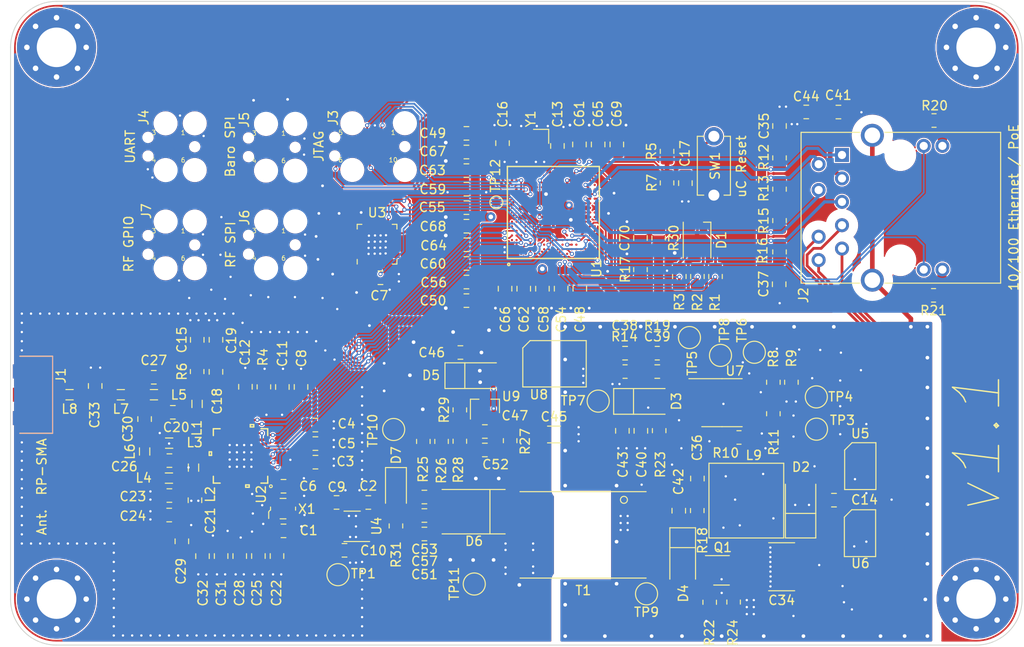
<source format=kicad_pcb>
(kicad_pcb (version 20211014) (generator pcbnew)
  (layers (0 "F.Cu" signal) (1 "In1.Cu" power) (2 "In2.Cu" power) (31 "B.Cu" signal) (34 "B.Paste" user) (35 "F.Paste" user) (36 "B.SilkS" user "B.Silkscreen") (37 "F.SilkS" user "F.Silkscreen") (38 "B.Mask" user) (39 "F.Mask" user) (44 "Edge.Cuts" user))
  (net 0 "")
  (net 1 "GND")
  (net 2 "+3V0")
  (net 3 "+3V3")
  (net 4 "Net-(C4-Pad1)")
  (net 5 "Net-(C6-Pad2)")
  (net 6 "Net-(C6-Pad1)")
  (net 7 "Net-(C9-Pad1)")
  (net 8 "Net-(C13-Pad1)")
  (net 9 "/VDD_POE")
  (net 10 "Net-(C16-Pad1)")
  (net 11 "Net-(C17-Pad1)")
  (net 12 "Net-(C18-Pad1)")
  (net 13 "Net-(C20-Pad2)")
  (net 14 "Net-(C20-Pad1)")
  (net 15 "Net-(C21-Pad1)")
  (net 16 "Net-(C22-Pad2)")
  (net 17 "Net-(C23-Pad1)")
  (net 18 "Net-(C26-Pad2)")
  (net 19 "Net-(C26-Pad1)")
  (net 20 "Net-(C27-Pad2)")
  (net 21 "Net-(C29-Pad2)")
  (net 22 "Net-(C29-Pad1)")
  (net 23 "Net-(C30-Pad1)")
  (net 24 "Net-(C31-Pad2)")
  (net 25 "Net-(C33-Pad1)")
  (net 26 "GND1")
  (net 27 "/VDD_POE_C")
  (net 28 "/FB_H")
  (net 29 "/5V_BIAS")
  (net 30 "/BIAS_D")
  (net 31 "/SNUB")
  (net 32 "Net-(C46-Pad2)")
  (net 33 "Net-(C47-Pad2)")
  (net 34 "Net-(C47-Pad1)")
  (net 35 "Net-(C52-Pad1)")
  (net 36 "Net-(C61-Pad1)")
  (net 37 "Net-(C70-Pad1)")
  (net 38 "Net-(D1-Pad4)")
  (net 39 "Net-(D1-Pad3)")
  (net 40 "/BIAS")
  (net 41 "/SWITCH_NODE")
  (net 42 "Net-(D6-Pad2)")
  (net 43 "Net-(J1-Pad1)")
  (net 44 "/ETH_LED4")
  (net 45 "/ETH_LED2")
  (net 48 "Net-(R4-Pad1)")
  (net 53 "Net-(R17-Pad1)")
  (net 56 "Net-(R25-Pad1)")
  (net 57 "/ETH_TX_P")
  (net 58 "/ETH_TX_N")
  (net 59 "/ETH_RX_P")
  (net 60 "/ETH_RX_N")
  (net 61 "/VSS_POE")
  (net 62 "Net-(D1-Pad1)")
  (net 63 "Net-(D7-Pad2)")
  (net 64 "ETH_LED3")
  (net 65 "PairOnePos")
  (net 66 "PairOneNeg")
  (net 67 "PairTwoPos")
  (net 68 "PairTwoNeg")
  (net 69 "ETH_LED1")
  (net 70 "~{JTAG_RESET}")
  (net 71 "JTAG_TDI")
  (net 72 "JTAG_TDO")
  (net 73 "JTAG_TCK")
  (net 74 "JTAG_TMS")
  (net 75 "UART_TX")
  (net 76 "UART_RX")
  (net 77 "BAR_MOSI")
  (net 78 "BAR_MISO")
  (net 79 "BAR_CS")
  (net 80 "BAR_SCLK")
  (net 81 "RF_MOSI")
  (net 82 "RF_MISO")
  (net 83 "RF_CS")
  (net 84 "RF_SCLK")
  (net 85 "RF_GPIO3")
  (net 86 "RF_GPIO2")
  (net 87 "RF_GPIO0")
  (net 88 "IND_R")
  (net 89 "IND_G")
  (net 90 "IND_B")
  (net 91 "/DIVSCLK")
  (net 92 "RF_RESET")
  (net 93 "BAR_INT")
  (net 96 "/GATE")
  (net 97 "/CURRENT_SENS")
  (net 98 "/FRS")
  (net 99 "/BLANKING")
  (net 100 "/CLS")
  (net 101 "/DEN")
  (net 102 "/GATE_R")
  (net 103 "/BIAS_W")
  (net 236 "/FILT")
  (footprint "MountingHole:MountingHole_4.3mm_M4_Pad_Via" (layer "F.Cu") (at 122 22 -90)
    (fp_text reference "H3" hide)
    (fp_text value "MountingHole")
  )
  (footprint "MountingHole:MountingHole_4.3mm_M4_Pad_Via" (layer "F.Cu") (at 22 82 -90)
    (fp_text reference "H2" hide)
    (fp_text value "MountingHole")
  )
  (footprint "Capacitor_SMD:C_0805_2012Metric" (layer "F.Cu") (at 66.5736 43.47 180)
    (fp_text reference "C64")
    (fp_text value "100n")
  )
  (footprint "Capacitor_SMD:C_0805_2012Metric" (layer "F.Cu") (at 80.8959 32.5589 90)
    (fp_text reference "C65")
    (fp_text value "1uF")
  )
  (footprint "Custom:SMAJ58A" (layer "F.Cu") (at 102.91132 71.9201 180)
    (fp_text reference "D2")
    (fp_text value "SMAJ58A")
  )
  (footprint "Custom:CFP15" (layer "F.Cu") (at 69.13132 72.49354 -90)
    (fp_text reference "D6")
    (fp_text value "PMEG045V100EPD")
  )
  (footprint "Capacitor_SMD:C_0805_2012Metric" (layer "F.Cu") (at 66.5736 33.3828 180)
    (fp_text reference "C67")
    (fp_text value "100n")
  )
  (footprint "Capacitor_SMD:C_0805_2012Metric" (layer "F.Cu") (at 82.9279 32.5589 90)
    (fp_text reference "C69")
    (fp_text value "0.1uF")
  )
  (footprint "Custom:RFN2LAM6STF" (layer "F.Cu") (at 85.63132 60.5001 90)
    (fp_text reference "D3")
    (fp_text value "RFN2LAM6STF")
  )
  (footprint "Capacitor_SMD:C_0805_2012Metric" (layer "F.Cu") (at 66.5736 45.502 180)
    (fp_text reference "C60")
    (fp_text value "100n")
  )
  (footprint "Custom:TC2050-IDC-FP" (layer "F.Cu") (at 56.0674 32.7908 180)
    (fp_text reference "J3")
    (fp_text value "JTAG")
  )
  (footprint "Capacitor_SMD:C_0805_2012Metric" (layer "F.Cu") (at 66.5736 41.4507 180)
    (fp_text reference "C68")
    (fp_text value "100n")
  )
  (footprint "Capacitor_SMD:C_0805_2012Metric" (layer "F.Cu") (at 85.4981 42.7316 -90)
    (fp_text reference "C70")
    (fp_text value "0.1uF")
  )
  (footprint "Custom:RFN2LAM6STF" (layer "F.Cu") (at 90.09036 77.29096)
    (fp_text reference "D4")
    (fp_text value "RFN2LAM6STF")
  )
  (footprint "Capacitor_SMD:C_0805_2012Metric" (layer "F.Cu") (at 66.5736 37.4214 180)
    (fp_text reference "C59")
    (fp_text value "100n")
  )
  (footprint "Capacitor_SMD:C_0805_2012Metric" (layer "F.Cu") (at 78.8639 32.5589 90)
    (fp_text reference "C61")
    (fp_text value "2.2uF")
  )
  (footprint "Capacitor_SMD:C_0805_2012Metric" (layer "F.Cu") (at 72.806 48.2439 -90)
    (fp_text reference "C62")
    (fp_text value "100n")
  )
  (footprint "Capacitor_SMD:C_0805_2012Metric" (layer "F.Cu") (at 70.774 48.2439 -90)
    (fp_text reference "C66")
    (fp_text value "100n")
  )
  (footprint "Custom:RFN2LAM6STF" (layer "F.Cu") (at 67.28732 57.7037 90)
    (fp_text reference "D5")
    (fp_text value "RFN2LAM6STF")
  )
  (footprint "Capacitor_SMD:C_0805_2012Metric" (layer "F.Cu") (at 66.5736 35.4021 180)
    (fp_text reference "C63")
    (fp_text value "100n")
  )
  (footprint "Custom:TC2030-IDC-FP" (layer "F.Cu") (at 45.4169 43.4715 180)
    (fp_text reference "J6")
    (fp_text value "SPI-RF")
  )
  (footprint "Resistor_SMD:R_0805_2012Metric" (layer "F.Cu") (at 88.3889 33.3115 -90)
    (fp_text reference "R5")
    (fp_text value "100")
  )
  (footprint "Custom:TC2030-IDC-FP" (layer "F.Cu") (at 34.4901 32.8035 180)
    (fp_text reference "J4")
    (fp_text value "UART")
  )
  (footprint "Resistor_SMD:R_0805_2012Metric" (layer "F.Cu") (at 93.6597 46.9188 -90)
    (fp_text reference "R1")
    (fp_text value "100")
  )
  (footprint "Custom:TC2030-IDC-FP" (layer "F.Cu") (at 45.4121 32.867 180)
    (fp_text reference "J5")
    (fp_text value "SPI-BARO")
  )
  (footprint "Inductor_SMD:L_0805_2012Metric" (layer "F.Cu") (at 37.28156 60.77372 90)
    (fp_text reference "L1")
    (fp_text value "10nH")
  )
  (footprint "Inductor_SMD:L_0805_2012Metric" (layer "F.Cu") (at 34.24626 65.04092 180)
    (fp_text reference "L3")
    (fp_text value "12n")
  )
  (footprint "Inductor_SMD:L_0805_2012Metric" (layer "F.Cu") (at 34.2234 68.8433 180)
    (fp_text reference "L4")
    (fp_text value "12n")
  )
  (footprint "Resistor_SMD:R_0805_2012Metric" (layer "F.Cu") (at 37.29172 57.25582 90)
    (fp_text reference "R6")
    (fp_text value "10")
  )
  (footprint "Resistor_SMD:R_0805_2012Metric" (layer "F.Cu") (at 101.91132 58.4201 -90)
    (fp_text reference "R9")
    (fp_text value "80k6")
  )
  (footprint "Inductor_SMD:L_0805_2012Metric" (layer "F.Cu") (at 36.89548 67.70284 90)
    (fp_text reference "L2")
    (fp_text value "15n")
  )
  (footprint "Inductor_SMD:L_0805_2012Metric" (layer "F.Cu") (at 32.59272 59.77296 180)
    (fp_text reference "L5")
    (fp_text value "7n5")
  )
  (footprint "Resistor_SMD:R_0805_2012Metric" (layer "F.Cu") (at 89.7227 46.9188 -90)
    (fp_text reference "R3")
    (fp_text value "100")
  )
  (footprint "Inductor_SMD:L_0805_2012Metric" (layer "F.Cu") (at 31.57926 65.9477 90)
    (fp_text reference "L6")
    (fp_text value "12n")
  )
  (footprint "Inductor_SMD:L_0805_2012Metric" (layer "F.Cu") (at 28.98846 59.7755 180)
    (fp_text reference "L7")
    (fp_text value "18n")
  )
  (footprint "Inductor_SMD:L_0805_2012Metric" (layer "F.Cu") (at 23.4157 59.77296 180)
    (fp_text reference "L8")
    (fp_text value "12n")
  )
  (footprint "Custom:SDR7030" (layer "F.Cu") (at 97.01132 71.2901 -90)
    (fp_text reference "L9")
    (fp_text value "4u7 SDR7030")
  )
  (footprint "Package_TO_SOT_SMD:SuperSOT-6" (layer "F.Cu") (at 94.31184 78.87084)
    (fp_text reference "Q1")
    (fp_text value "FDC2512")
  )
  (footprint "Resistor_SMD:R_0805_2012Metric" (layer "F.Cu") (at 91.6912 46.9188 -90)
    (fp_text reference "R2")
    (fp_text value "100")
  )
  (footprint "Resistor_SMD:R_0805_2012Metric" (layer "F.Cu") (at 44.5485 58.91698 90)
    (fp_text reference "R4")
    (fp_text value "56k")
  )
  (footprint "Resistor_SMD:R_0805_2012Metric" (layer "F.Cu") (at 88.3889 36.7405 90)
    (fp_text reference "R7")
    (fp_text value "10K")
  )
  (footprint "Resistor_SMD:R_0805_2012Metric" (layer "F.Cu") (at 99.95132 58.4201 -90)
    (fp_text reference "R8")
    (fp_text value "59k")
  )
  (footprint "Resistor_SMD:R_0805_2012Metric" (layer "F.Cu") (at 99.95132 61.8401 90)
    (fp_text reference "R11")
    (fp_text value "24k9")
  )
  (footprint "Resistor_SMD:R_0805_2012Metric" (layer "F.Cu") (at 100.619 34.0199 -90)
    (fp_text reference "R12")
    (fp_text value "49.9")
  )
  (footprint "Resistor_SMD:R_0805_2012Metric" (layer "F.Cu") (at 83.826 57.2575 180)
    (fp_text reference "R14")
    (fp_text value "402")
  )
  (footprint "Resistor_SMD:R_0805_2012Metric" (layer "F.Cu") (at 85.4981 46.1733 90)
    (fp_text reference "R17")
    (fp_text value "4.87K")
  )
  (footprint "Resistor_SMD:R_0805_2012Metric" (layer "F.Cu") (at 87.53132 63.6801 -90)
    (fp_text reference "R23")
    (fp_text value "49.9")
  )
  (footprint "Resistor_SMD:R_0805_2012Metric" (layer "F.Cu") (at 65.85732 61.4262 -90)
    (fp_text reference "R29")
    (fp_text value "24k3")
  )
  (footprint "Resistor_SMD:R_0805_2012Metric" (layer "F.Cu") (at 93.0266 82.34556 90)
    (fp_text reference "R22")
    (fp_text value "49.9")
  )
  (footprint "Resistor_SMD:R_0805_2012Metric" (layer "F.Cu") (at 91.67532 72.37352 -90)
    (fp_text reference "R18")
    (fp_text value "80k 0.1W")
  )
  (footprint "Resistor_SMD:R_0805_2012Metric" (layer "F.Cu") (at 65.85732 64.8337 -90)
    (fp_text reference "R28")
    (fp_text value "41k2")
  )
  (footprint "TestPoint:TestPoint_Pad_D2.0mm" (layer "F.Cu") (at 90.826 53.5575)
    (fp_text reference "TP5")
    (fp_text value "TestPoint")
  )
  (footprint "Resistor_SMD:R_0805_2012Metric" (layer "F.Cu") (at 117.4211 29.9559 180)
    (fp_text reference "R20")
    (fp_text value "330")
  )
  (footprint "Custom:SOT-23-Thin-5" (layer "F.Cu") (at 54.14484 74.08598 180)
    (fp_text reference "U4")
    (fp_text value "TPS79930DDCR")
  )
  (footprint "Oscillator:Oscillator_SMD_ECS_2520MV-xxx-xx-4Pin_2.5x2.0mm" (layer "F.Cu") (at 46.63158 72.16022 90)
    (fp_text reference "X1")
    (fp_text value "ECS-2520MV-400-AY-TR")
  )
  (footprint "Resistor_SMD:R_0805_2012Metric" (layer "F.Cu") (at 61.88732 64.8537 -90)
    (fp_text reference "R25")
    (fp_text value "402")
  )
  (footprint "Resistor_SMD:R_0805_2012Metric" (layer "F.Cu") (at 71.32732 64.7713 90)
    (fp_text reference "R27")
    (fp_text value "7k15")
  )
  (footprint "TestPoint:TestPoint_Pad_D2.0mm" (layer "F.Cu") (at 67.426 80.3575 180)
    (fp_text reference "TP11")
    (fp_text value "TestPoint")
  )
  (footprint "Package_TO_SOT_SMD:SOT-23" (layer "F.Cu") (at 68.58732 61.0237 90)
    (fp_text reference "U9")
    (fp_text value "TLV431ACDBZR")
  )
  (footprint "Custom:SOIC-4W" (layer "F.Cu") (at 109.40132 67.5401 -90)
    (fp_text reference "U5")
    (fp_text value "MB10S")
  )
  (footprint "Resistor_SMD:R_0805_2012Metric" (layer "F.Cu") (at 95.62756 82.32016 90)
    (fp_text reference "R24")
    (fp_text value "0.56 0.25W")
  )
  (footprint "TestPoint:TestPoint_Pad_D2.0mm" (layer "F.Cu") (at 104.64132 63.5201 180)
    (fp_text reference "TP3")
    (fp_text value "TestPoint")
  )
  (footprint "Custom:SOIC-4W" (layer "F.Cu") (at 109.37132 74.8301 -90)
    (fp_text reference "U6")
    (fp_text value "MB10S")
  )
  (footprint "Resistor_SMD:R_0805_2012Metric" (layer "F.Cu") (at 87.4793 42.7316 90)
    (fp_text reference "R30")
    (fp_text value "51")
  )
  (footprint "TestPoint:TestPoint_Pad_D2.0mm" (layer "F.Cu") (at 86.15844 81.42608 180)
    (fp_text reference "TP9")
    (fp_text value "TestPoint")
  )
  (footprint "TestPoint:TestPoint_Pad_D2.0mm" (layer "F.Cu") (at 58.661 63.5565 180)
    (fp_text reference "TP10")
    (fp_text value "TestPoint")
  )
  (footprint "Custom:CONREVSMA003.062-G" (layer "F.Cu") (at 19.28058 59.77804 -90)
    (fp_text reference "J1")
    (fp_text value "Conn_Coaxial")
  )
  (footprint "Resistor_SMD:R_0805_2012Metric" (layer "F.Cu") (at 117.3703 48.9678 180)
    (fp_text reference "R21")
    (fp_text value "330")
  )
  (footprint "TestPoint:TestPoint_Pad_D2.0mm" (layer "F.Cu") (at 80.90132 60.4701 90)
    (fp_text reference "TP7")
    (fp_text value "TestPoint")
  )
  (footprint "Custom:SMD-4" (layer "F.Cu") (at 76.15132 56.4101 -90)
    (fp_text reference "U8")
    (fp_text value "FOD817A3SD")
  )
  (footprint "Resistor_SMD:R_0805_2012Metric" (layer "F.Cu") (at 100.619 44.2434 90)
    (fp_text reference "R16")
    (fp_text value "49.9")
  )
  (footprint "TestPoint:TestPoint_Pad_D2.0mm" (layer "F.Cu") (at 52.60538 79.34366 -90)
    (fp_text reference "TP1")
    (fp_text value "TestPoint")
  )
  (footprint "Resistor_SMD:R_0805_2012Metric" (layer "F.Cu") (at 63.86732 64.8537 -90)
    (fp_text reference "R26")
    (fp_text value "10k")
  )
  (footprint "Package_SO:TSSOP-14_4.4x5mm_P0.65mm" (layer "F.Cu") (at 94.36132 60.6401)
    (fp_text reference "U7")
    (fp_text value "TPS23753A")
  )
  (footprint "TestPoint:TestPoint_Pad_D2.0mm" (layer "F.Cu") (at 94.20132 55.5001)
    (fp_text reference "TP8")
    (fp_text value "TestPoint")
  )
  (footprint "Resistor_SMD:R_0805_2012Metric" (layer "F.Cu") (at 96.21176 64.42332 180)
    (fp_text reference "R10")
    (fp_text value "1k27")
  )
  (footprint "Custom:PTS636" (layer "F.Cu") (at 93.4816 34.8736 90)
    (fp_text reference "SW1")
    (fp_text value "MCU_RESET")
  )
  (footprint "Resistor_SMD:R_0805_2012Metric" (layer "F.Cu") (at 100.619 37.4235 90)
    (fp_text reference "R13")
    (fp_text value "49.9")
  )
  (footprint "Resistor_SMD:R_0805_2012Metric" (layer "F.Cu") (at 100.619 40.8398 -90)
    (fp_text reference "R15")
    (fp_text value "49.9")
  )
  (footprint "Resistor_SMD:R_0805_2012Metric" (layer "F.Cu") (at 87.326 55.2575 180)
    (fp_text reference "R19")
    (fp_text value "2k")
  )
  (footprint "TestPoint:TestPoint_Pad_D2.0mm" (layer "F.Cu") (at 97.88132 55.1601)
    (fp_text reference "TP6")
    (fp_text value "TestPoint")
  )
  (footprint "TestPoint:TestPoint_Pad_D2.0mm" (layer "F.Cu") (at 104.62132 60.0101 180)
    (fp_text reference "TP4")
    (fp_text value "TestPoint")
  )
  (footprint "Capacitor_SMD:C_0805_2012Metric" (layer "F.Cu") (at 57.226 47.0575)
    (fp_text reference "C7")
    (fp_text value "0.1uF")
  )
  (footprint "Capacitor_SMD:C_0805_2012Metric" (layer "F.Cu") (at 50.14412 63.07242)
    (fp_text reference "C4")
    (fp_text value "220n")
  )
  (footprint "Capacitor_SMD:C_0805_2012Metric" (layer "F.Cu") (at 52.45044 71.48998)
    (fp_text reference "C9")
    (fp_text value "10n")
  )
  (footprint "Capacitor_SMD:C_0805_2012Metric" (layer "F.Cu") (at 53.31484 76.69598)
    (fp_text reference "C10")
    (fp_text value "2u2")
  )
  (footprint "Capacitor_SMD:C_0805_2012Metric" (layer "F.Cu") (at 55.9023 71.49252 180)
    (fp_text reference "C2")
    (fp_text value "100n")
  )
  (footprint "Capacitor_SMD:C_0805_2012Metric" (layer "F.Cu") (at 46.55764 58.93476 90)
    (fp_text reference "C11")
    (fp_text value "47n")
  )
  (footprint "Capacitor_SMD:C_0805_2012Metric" (layer "F.Cu") (at 46.68158 74.58022)
    (fp_text reference "C1")
    (fp_text value "100n")
  )
  (footprint "Capacitor_SMD:C_0805_2012Metric" (layer "F.Cu") (at 50.15428 67.10848)
    (fp_text reference "C3")
    (fp_text value "47n")
  )
  (footprint "Capacitor_SMD:C_0805_2012Metric" (layer "F.Cu") (at 50.1492 65.08918)
    (fp_text reference "C5")
    (fp_text value "47n")
  )
  (footprint "Capacitor_SMD:C_0805_2012Metric" (layer "F.Cu") (at 46.68158 69.73022 180)
    (fp_text reference "C6")
    (fp_text value "22p")
  )
  (footprint "Capacitor_SMD:C_0805_2012Metric" (layer "F.Cu") (at 48.5871 58.92968 90)
    (fp_text reference "C8")
    (fp_text value "47n")
  )
  (footprint "Capacitor_SMD:C_0805_2012Metric" (layer "F.Cu") (at 42.5419 58.9119 90)
    (fp_text reference "C12")
    (fp_text value "47n")
  )
  (footprint "Capacitor_SMD:C_0805_2012Metric" (layer "F.Cu") (at 106.54132 71.2401)
    (fp_text reference "C14")
    (fp_text value "0.1uF")
  )
  (footprint "Capacitor_SMD:C_0805_2012Metric" (layer "F.Cu") (at 70.49822 32.41808 90)
    (fp_text reference "C16")
    (fp_text value "8pF")
  )
  (footprint "Capacitor_SMD:C_0805_2012Metric" (layer "F.Cu") (at 37.30188 53.8065 90)
    (fp_text reference "C15")
    (fp_text value "0.01uF")
  )
  (footprint "Capacitor_SMD:C_0805_2012Metric" (layer "F.Cu") (at 90.3828 36.7659 -90)
    (fp_text reference "C17")
    (fp_text value "0.1uF")
  )
  (footprint "Capacitor_SMD:C_0805_2012Metric" (layer "F.Cu") (at 39.33642 57.2863 90)
    (fp_text reference "C18")
    (fp_text value "33p")
  )
  (footprint "Capacitor_SMD:C_0805_2012Metric" (layer "F.Cu") (at 91.69056 68.88868 90)
    (fp_text reference "C36")
    (fp_text value "1u 100V")
  )
  (footprint "Capacitor_SMD:C_0805_2012Metric" (layer "F.Cu") (at 107.025 29.0349 180)
    (fp_text reference "C41")
    (fp_text value "0.1uF")
  )
  (footprint "Capacitor_SMD:C_0805_2012Metric" (layer "F.Cu") (at 34.64758 61.68558 180)
    (fp_text reference "C20")
    (fp_text value "15p")
  )
  (footprint "Capacitor_SMD:C_0805_2012Metric" (layer "F.Cu") (at 37.05296 71.24868 -90)
    (fp_text reference "C21")
    (fp_text value "10n")
  )
  (footprint "Capacitor_SMD:C_0805_2012Metric" (layer "F.Cu") (at 87.326 57.2575)
    (fp_text reference "C39")
    (fp_text value "100n")
  )
  (footprint "Capacitor_SMD:C_0805_2012Metric" (layer "F.Cu") (at 32.57494 57.87812 180)
    (fp_text reference "C27")
    (fp_text value "1p")
  )
  (footprint "Capacitor_SMD:C_0805_2012Metric" (layer "F.Cu") (at 66.5736 49.5406 180)
    (fp_text reference "C50")
    (fp_text value "100n")
  )
  (footprint "Capacitor_SMD:C_0805_2012Metric" (layer "F.Cu") (at 34.27166 70.73814 180)
    (fp_text reference "C23")
    (fp_text value "3p3")
  )
  (footprint "Capacitor_SMD:C_0805_2012Metric" (layer "F.Cu") (at 34.25134 72.85904 180)
    (fp_text reference "C24")
    (fp_text value "47n")
  )
  (footprint "Capacitor_SMD:C_0805_2012Metric" (layer "F.Cu") (at 34.27674 66.9383 180)
    (fp_text reference "C26")
    (fp_text value "3p3")
  )
  (footprint "Capacitor_SMD:C_0805_2012Metric" (layer "F.Cu") (at 39.89776 77.31928 90)
    (fp_text reference "C31")
    (fp_text value "47n")
  )
  (footprint "Capacitor_SMD:C_0805_2012Metric" (layer "F.Cu") (at 100.619 30.5528 90)
    (fp_text reference "C35")
    (fp_text value "0.1uF")
  )
  (footprint "Capacitor_SMD:C_0805_2012Metric" (layer "F.Cu") (at 89.66364 72.38876 -90)
    (fp_text reference "C42")
    (fp_text value "10n 100V")
  )
  (footprint "Capacitor_SMD:C_0805_2012Metric" (layer "F.Cu") (at 41.92214 77.31928 90)
    (fp_text reference "C28")
    (fp_text value "47n")
  )
  (footprint "Capacitor_SMD:C_0805_2012Metric" (layer "F.Cu") (at 37.87338 77.3269 90)
    (fp_text reference "C32")
    (fp_text value "47n")
  )
  (footprint "Capacitor_SMD:C_0805_2012Metric" (layer "F.Cu") (at 26.20208 58.823 90)
    (fp_text reference "C33")
    (fp_text value "3p")
  )
  (footprint "Capacitor_SMD:C_0805_2012Metric" (layer "F.Cu") (at 78.902 48.2439 -90)
    (fp_text reference "C48")
    (fp_text value "1u")
  )
  (footprint "Capacitor_SMD:C_0805_2012Metric" (layer "F.Cu") (at 62.00132 74.9201 180)
    (fp_text reference "C51")
    (fp_text value "47u")
  )
  (footprint "Capacitor_SMD:C_0805_2012Metric" (layer "F.Cu") (at 100.5809 47.7613 -90)
    (fp_text reference "C37")
    (fp_text value "0.1uF")
  )
  (footprint "Capacitor_SMD:C_2220_5650Metric" (layer "F.Cu") (at 100.85132 78.4801 180)
    (fp_text reference "C34")
    (fp_text value "22u 63V")
  )
  (footprint "Capacitor_SMD:C_0805_2012Metric" (layer "F.Cu") (at 85.54132 63.7001 -90)
    (fp_text reference "C40")
    (fp_text value "220n")
  )
  (footprint "Capacitor_SMD:C_0805_2012Metric" (layer "F.Cu") (at 66.5736 39.4314 180)
    (fp_text reference "C55")
    (fp_text value "100n")
  )
  (footprint "Capacitor_SMD:C_0805_2012Metric" (layer "F.Cu") (at 62.00132 72.9101 180)
    (fp_text reference "C57")
    (fp_text value "47u")
  )
  (footprint "Capacitor_SMD:C_0805_2012Metric" (layer "F.Cu") (at 83.826 55.2575 180)
    (fp_text reference "C38")
    (fp_text value "47n")
  )
  (footprint "Capacitor_SMD:C_0805_2012Metric" (layer "F.Cu") (at 43.9516 77.31674 90)
    (fp_text reference "C25")
    (fp_text value "47n")
  )
  (footprint "Capacitor_SMD:C_0805_2012Metric" (layer "F.Cu") (at 74.838 48.2439 -90)
    (fp_text reference "C58")
    (fp_text value "100n")
  )
  (footprint "Capacitor_SMD:C_0805_2012Metric" (layer "F.Cu") (at 45.97344 77.31674 90)
    (fp_text reference "C22")
    (fp_text value "47n")
  )
  (footprint "Capacitor_SMD:C_0805_2012Metric" (layer "F.Cu") (at 31.57672 62.42218 90)
    (fp_text reference "C30")
    (fp_text value "2p2")
  )
  (footprint "Capacitor_SMD:C_1206_3216Metric" (layer "F.Cu") (at 76.10132 64.1001)
    (fp_text reference "C45")
    (fp_text value "2200pF 2KV")
  )
  (footprint "Capacitor_SMD:C_0805_2012Metric" (layer "F.Cu") (at 76.87 48.2439 -90)
    (fp_text reference "C54")
    (fp_text value "100n")
  )
  (footprint "Capacitor_SMD:C_0805_2012Metric" (layer "F.Cu") (at 76.46722 32.72288 -90)
    (fp_text reference "C13")
    (fp_text value "8pF")
  )
  (footprint "Capacitor_SMD:C_0805_2012Metric" (layer "F.Cu") (at 35.62802 75.714 90)
    (fp_text reference "C29")
    (fp_text value "1n8")
  )
  (footprint "Capacitor_SMD:C_0805_2012Metric" (layer "F.Cu") (at 68.57732 65.7837 180)
    (fp_text reference "C52")
    (fp_text value "11n9")
  )
  (footprint "Capacitor_SMD:C_0805_2012Metric" (layer "F.Cu") (at 66.5736 47.5213 180)
    (fp_text reference "C56")
    (fp_text value "100n")
  )
  (footprint "Capacitor_SMD:C_0805_2012Metric" (layer "F.Cu") (at 103.5257 29.0261)
    (fp_text reference "C44")
    (fp_text value "0.1uF")
  )
  (footprint "Capacitor_SMD:C_0805_2012Metric" (layer "F.Cu") (at 39.33896 53.80142 90)
    (fp_text reference "C19")
    (fp_text value "100p")
  )
  (footprint "Capacitor_SMD:C_0805_2012Metric" (layer "F.Cu") (at 65.91732 55.1837 180)
    (fp_text reference "C46")
    (fp_text value "1u")
  )
  (footprint "Capacitor_SMD:C_0805_2012Metric" (layer "F.Cu") (at 66.5736 31.3542 180)
    (fp_text reference "C49")
    (fp_text value "100n")
  )
  (footprint "Capacitor_SMD:C_0805_2012Metric" (layer "F.Cu") (at 62.00132 70.9001 180)
    (fp_text reference "C53")
    (fp_text value "47u")
  )
  (footprint "Capacitor_SMD:C_0805_2012Metric" (layer "F.Cu") (at 83.53132 63.7001 -90)
    (fp_text reference "C43")
    (fp_text value "10u")
  )
  (footprint "Capacitor_SMD:C_0805_2012Metric" (layer "F.Cu") (at 68.57732 63.7737 180)
    (fp_text reference "C47")
    (fp_text value "100p")
  )
  (footprint "Custom:LFXTAL071758CUTT" (layer "F.Cu") (at 73.4852 32.5698 180)
    (fp_text reference "Y1")
    (fp_text value "LFXTAL071758CUTT")
  )
  (footprint "Custom:Wurth_74982104400" (layer "F.Cu") (at 113.7635 39.4428 -90)
    (fp_text reference "J2")
    (fp_text value "Wurth_74982104400")
  )
  (footprint "Custom:HQFN-16-4x4-1.98x0.8" (layer "F.Cu") (at 56.8548 43.408)
    (fp_text reference "U3")
    (fp_text value "FXPS7115D4")
  )
  (footprint "LED_SMD:LED_Cree-PLCC4_3.2x2.8mm_CCW" (layer "F.Cu") (at 91.6531 42.9612 -90)
    (fp_text reference "D1")
    (fp_text value "LED_ABGR")
  )
  (footprint "LED_SMD:LED_1206_3216Metric" (layer "F.Cu") (at 58.90932 69.9783 -90)
    (fp_text reference "D7")
    (fp_text value "LED")
  )
  (footprint "Resistor_SMD:R_0805_2012Metric" (layer "F.Cu") (at 58.90932 74.0423 -90)
    (fp_text reference "R31")
    (fp_text value "100")
  )
  (footprint "Custom:TC2030-IDC-FP" (layer "F.Cu") (at 34.4949 43.4842 180)
    (fp_text reference "J7")
    (fp_text value "GPIO-RF")
  )
  (footprint "TestPoint:TestPoint_Pad_D1.0mm" (layer "F.Cu") (at 69.826 38.8575 90)
    (fp_text reference "TP12")
    (fp_text value "TestPoint")
  )
  (footprint "Davis Receiver Footprints:CC1125RHBR" (layer "F.Cu") (at 42.0085 66.4303 180)
    (fp_text reference "U2")
    (fp_text value "RHB32_3P45X3P45_TEX" hide)
  )
  (footprint "Custom:POE70P" (layer "F.Cu") (at 79.25472 75.01512 180)
    (fp_text reference "T1")
    (fp_text value "POE70P-33")
  )
  (footprint "MountingHole:MountingHole_4.3mm_M4_Pad_Via" (layer "F.Cu") (at 22 22 -90)
    (fp_text reference "H4" hide)
    (fp_text value "MountingHole")
  )
  (footprint "MountingHole:MountingHole_4.3mm_M4_Pad_Via" (layer "F.Cu") (at 122 82 -90)
    (fp_text reference "H1" hide)
    (fp_text value "MountingHole")
  )
  (footprint "Davis Receiver Footprints:TM4C129ENCZADI3R" (layer "F.Cu") (at 76.026 39.9575 90)
    (fp_text reference "U1")
    (fp_text value "TM4C129ENCZADI3R" hide)
  )
  (gr_arc (start 127 82) (mid 125.535534 85.535534) (end 122 87) (layer "Edge.Cuts") (width 0.1))
  (gr_line (start 22 17) (end 122 17) (layer "Edge.Cuts") (width 0.1))
  (gr_arc (start 17 22) (mid 18.464466 18.464466) (end 22 17) (layer "Edge.Cuts") (width 0.1))
  (gr_arc (start 122 17) (mid 125.535534 18.464466) (end 127 22) (layer "Edge.Cuts") (width 0.1))
  (gr_line (start 122 87) (end 22 87) (layer "Edge.Cuts") (width 0.1))
  (gr_line (start 127 22) (end 127 82) (layer "Edge.Cuts") (width 0.1))
  (gr_line (start 17 82) (end 17 22) (layer "Edge.Cuts") (width 0.1))
  (gr_arc (start 22 87) (mid 18.464466 85.535534) (end 17 82) (layer "Edge.Cuts") (width 0.1))
  (gr_text "UART" (at 30.0118 32.8035 90) (layer "F.SilkS") (effects (font (size 1 1))))
  (gr_text "RF SPI" (at 40.926 43.4575 90) (layer "F.SilkS") (effects (font (size 1 1))))
  (gr_text "Baro SPI" (at 40.883 32.8035 90) (layer "F.SilkS") (effects (font (size 1 1))))
  (gr_text "JTAG" (at 50.526 32.7575 90) (layer "F.SilkS") (effects (font (size 1 1))))
  (gr_text "10/100 Ethernet / PoE\n" (at 126.1 39.4047 90) (layer "F.SilkS") (effects (font (size 1 1))))
  (gr_text "Ant.  RP-SMA" (at 20.3979 69.7831 90) (layer "F.SilkS") (effects (font (size 1 1))))
  (gr_text "uC Reset" (at 96.4709 34.9575 90) (layer "F.SilkS") (effects (font (size 1 1))))
  (gr_text "RF GPIO" (at 29.8467 43.3826 90) (layer "F.SilkS") (effects (font (size 1 1))))
  (gr_text "v1.1" (at 122.125 65.025 90) (layer "F.SilkS") (effects (font (size 5 5) (thickness 0.15) italic)))
  (via (at 68.06856 58.41622) (size 0.8) (drill 0.4) (layers "F.Cu" "B.Cu") (net 1))
  (via (at 68.02538 57.164) (size 0.8) (drill 0.4) (layers "F.Cu" "B.Cu") (net 1))
  (via (at 70.08532 68.8861) (size 0.8) (drill 0.4) (layers "F.Cu" "B.Cu") (net 1))
  (via (at 40.3369 79.3081) (size 0.5) (drill 0.254) (layers "F.Cu" "B.Cu") (net 1))
  (via (at 33.2249 63.9411) (size 0.5) (drill 0.254) (layers "F.Cu" "B.Cu") (net 1))
  (via (at 41.4799 79.3081) (size 0.5) (drill 0.254) (layers "F.Cu" "B.Cu") (net 1))
  (via (at 38.3049 79.3081) (size 0.5) (drill 0.254) (layers "F.Cu" "B.Cu") (net 1))
  (via (at 54.5609 78.0381) (size 0.5) (drill 0.254) (layers "F.Cu" "B.Cu") (net 1))
  (via (at 43.5119 79.3081) (size 0.5) (drill 0.254) (layers "F.Cu" "B.Cu") (net 1))
  (via (at 36.6539 71.3071) (size 0.5) (drill 0.254) (layers "F.Cu" "B.Cu") (net 1))
  (via (at 45.5439 79.3081) (size 0.5) (drill 0.254) (layers "F.Cu" "B.Cu") (net 1))
  (via (at 32.2089 71.1801) (size 0.5) (drill 0.254) (layers "F.Cu" "B.Cu") (net 1))
  (via (at 53.7989 72.9581) (size 0.5) (drill 0.254) (layers "F.Cu" "B.Cu") (net 1))
  (via (at 42.3689 79.3081) (size 0.5) (drill 0.254) (layers "F.Cu" "B.Cu") (net 1))
  (via (at 53.9259 78.0381) (size 0.5) (drill 0.254) (layers "F.Cu" "B.Cu") (net 1))
  (via (at 34.2409 65.0841) (size 0.5) (drill 0.254) (layers "F.Cu" "B.Cu") (net 1))
  (via (at 54.5609 72.9581) (size 0.5) (drill 0.254) (layers "F.Cu" "B.Cu") (net 1))
  (via (at 32.2089 70.2911) (size 0.5) (drill 0.254) (layers "F.Cu" "B.Cu") (net 1))
  (via (at 37.4159 71.3071) (size 0.5) (drill 0.254) (layers "F.Cu" "B.Cu") (net 1))
  (via (at 37.4159 79.3081) (size 0.5) (drill 0.254) (layers "F.Cu" "B.Cu") (net 1))
  (via (at 67.30402 77.7507) (size 0.8) (drill 0.4) (layers "F.Cu" "B.Cu") (net 1))
  (via (at 39.4479 79.3081) (size 0.5) (drill 0.254) (layers "F.Cu" "B.Cu") (net 1))
  (via (at 44.4009 79.3081) (size 0.5) (drill 0.254) (layers "F.Cu" "B.Cu") (net 1))
  (via (at 54.5609 74.1011) (size 0.5) (drill 0.254) (layers "F.Cu" "B.Cu") (net 1))
  (via (at 68.20572 55.1828) (size 0.8) (drill 0.4) (layers "F.Cu" "B.Cu") (net 1))
  (via (at 72.326 80.4575) (size 0.8) (drill 0.4) (layers "F.Cu" "B.Cu") (net 1))
  (via (at 67.59612 68.8861) (size 0.8) (drill 0.4) (layers "F.Cu" "B.Cu") (net 1))
  (via (at 26.7479 56.8291) (size 0.5) (drill 0.254) (layers "F.Cu" "B.Cu") (net 1))
  (via (at 64.81482 77.7253) (size 0.8) (drill 0.4) (layers "F.Cu" "B.Cu") (net 1))
  (via (at 69.52652 77.738) (size 0.8) (drill 0.4) (layers "F.Cu" "B.Cu") (net 1))
  (via (at 109.526 29.0575) (size 0.5) (drill 0.254) (layers "F.Cu" "B.Cu") (net 1))
  (via (at 25.7319 56.8291) (size 0.5) (drill 0.254) (layers "F.Cu" "B.Cu") (net 1))
  (via (at 32.2089 72.4501) (size 0.5) (drill 0.254) (layers "F.Cu" "B.Cu") (net 1))
  (via (at 54.5609 75.2441) (size 0.5) (drill 0.254) (layers "F.Cu" "B.Cu") (net 1))
  (via (at 46.4329 79.3081) (size 0.5) (drill 0.254) (layers "F.Cu" "B.Cu") (net 1))
  (via (at 53.9259 75.2441) (size 0.5) (drill 0.254) (layers "F.Cu" "B.Cu") (net 1))
  (via (at 32.2089 73.3391) (size 0.5) (drill 0.254) (layers "F.Cu" "B.Cu") (net 1))
  (via (at 37.4413 51.6729) (size 0.5) (drill 0.254) (layers "F.Cu" "B.Cu") (net 1))
  (via (at 48.9221 70.7737) (size 0.5) (drill 0.254) (layers "F.Cu" "B.Cu") (net 1))
  (via (at 39.0034 75.0917) (size 0.5) (drill 0.254) (layers "F.Cu" "B.Cu") (net 1))
  (via (at 36.6412 73.9487) (size 0.5) (drill 0.254) (layers "F.Cu" "B.Cu") (net 1))
  (via (at 43.2579 74.6599) (size 0.5) (drill 0.254) (layers "F.Cu" "B.Cu") (net 1))
  (via (at 44.4771 73.8217) (size 0.5) (drill 0.254) (layers "F.Cu" "B.Cu") (net 1))
  (via (at 43.2706 70.5705) (size 0.5) (drill 0.254) (layers "F.Cu" "B.Cu") (net 1))
  (via (at 48.6173 74.0884) (size 0.5) (drill 0.254) (layers "F.Cu" "B.Cu") (net 1))
  (via (at 48.9602 72.8565) (size 0.5) (drill 0.254) (layers "F.Cu" "B.Cu") (net 1))
  (via (at 36.3491 67.6876) (size 0.5) (drill 0.254) (layers "F.Cu" "B.Cu") (net 1))
  (via (at 42.026 75.3076) (size 0.5) (drill 0.254) (layers "F.Cu" "B.Cu") (net 1))
  (via (at 100.626 28.4575) (size 0.5) (drill 0.254) (layers "F.Cu" "B.Cu") (net 1))
  (via (at 44.3628 71.7897) (size 0.5) (drill 0.254) (layers "F.Cu" "B.Cu") (net 1))
  (via (at 38.5843 51.6729) (size 0.5) (drill 0.254) (layers "F.Cu" "B.Cu") (net 1))
  (via (at 40.6036 74.5837) (size 0.5) (drill 0.254) (layers "F.Cu" "B.Cu") (net 1))
  (via (at 100.6365 49.8187) (size 0.5) (drill 0.254) (layers "F.Cu" "B.Cu") (net 1))
  (via (at 39.4733 51.6729) (size 0.5) (drill 0.254) (layers "F.Cu" "B.Cu") (net 1))
  (via (at 43.3468 72.6914) (size 0.5) (drill 0.254) (layers "F.Cu" "B.Cu") (net 1))
  (via (at 48.8967 68.856) (size 0.5) (drill 0.254) (layers "F.Cu" "B.Cu") (net 1))
  (via (at 52.1479 64.7031) (size 0.5) (drill 0.254) (layers "F.Cu" "B.Cu") (net 1))
  (via (at 53.4179 70.1641) (size 0.5) (drill 0.254) (layers "F.Cu" "B.Cu") (net 1))
  (via (at 52.1479 62.6711) (size 0.5) (drill 0.254) (layers "F.Cu" "B.Cu") (net 1))
  (via (at 52.1479 63.4331) (size 0.5) (drill 0.254) (layers "F.Cu" "B.Cu") (net 1))
  (via (at 54.9419 70.1641) (size 0.5) (drill 0.254) (layers "F.Cu" "B.Cu") (net 1))
  (via (at 57.2025 44.4367) (size 0.5) (drill 0.254) (layers "F.Cu" "B.Cu") (net 1))
  (via (at 55.9325 44.4621) (size 0.5) (drill 0.254) (layers "F.Cu" "B.Cu") (net 1))
  (via (at 56.5929 43.789) (size 0.5) (drill 0.254) (layers "F.Cu" "B.Cu") (net 1))
  (via (at 55.9706 42.4809) (size 0.5) (drill 0.254) (layers "F.Cu" "B.Cu") (net 1))
  (via (at 55.9325 43.8144) (size 0.5) (drill 0.254) (layers "F.Cu" "B.Cu") (net 1))
  (via (at 57.7867 43.7636) (size 0.5) (drill 0.254) (layers "F.Cu" "B.Cu") (net 1))
  (via (at 56.6056 43.1286) (size 0.5) (drill 0.254) (layers "F.Cu" "B.Cu") (net 1))
  (via (at 57.2025 43.789) (size 0.5) (drill 0.254) (layers "F.Cu" "B.Cu") (net 1))
  (via (at 57.7867 44.4113) (size 0.5) (drill 0.254) (layers "F.Cu" "B.Cu") (net 1))
  (via (at 57.7994 43.1032) (size 0.5) (drill 0.254) (layers "F.Cu" "B.Cu") (net 1))
  (via (at 56.5929 44.4367) (size 0.5) (drill 0.254) (layers "F.Cu" "B.Cu") (net 1))
  (via (at 57.2152 43.1286) (size 0.5) (drill 0.254) (layers "F.Cu" "B.Cu") (net 1))
  (via (at 55.9452 43.154) (size 0.5) (drill 0.254) (layers "F.Cu" "B.Cu") (net 1))
  (via (at 57.8248 42.4301) (size 0.5) (drill 0.254) (layers "F.Cu" "B.Cu") (net 1))
  (via (at 56.631 42.4555) (size 0.5) (drill 0.254) (layers "F.Cu" "B.Cu") (net 1))
  (via (at 57.2406 42.4555) (size 0.5) (drill 0.254) (layers "F.Cu" "B.Cu") (net 1))
  (via (at 48.5919 56.9561) (size 0.5) (drill 0.254) (layers "F.Cu" "B.Cu") (net 1))
  (via (at 36.5523 51.6729) (size 0.5) (drill 0.254) (layers "F.Cu" "B.Cu") (net 1))
  (via (at 52.1479 65.4651) (size 0.5) (drill 0.254) (layers "F.Cu" "B.Cu") (net 1))
  (via (at 52.1479 66.7351) (size 0.5) (drill 0.254) (layers "F.Cu" "B.Cu") (net 1))
  (via (at 52.1479 67.4971) (size 0.5) (drill 0.254) (layers "F.Cu" "B.Cu") (net 1))
  (via (at 42.526 56.8575) (size 0.5) (drill 0.254) (layers "F.Cu" "B.Cu") (net 1))
  (via (at 69.726 50.3575) (size 0.6) (drill 0.3) (layers "F.Cu" "B.Cu") (net 1))
  (via (at 34.226 50.9575) (size 0.4572) (drill 0.254) (layers "F.Cu" "B.Cu") (net 1))
  (via (at 50.226 42.5575) (size 0.6) (drill 0.3) (layers "F.Cu" "B.Cu") (net 1))
  (via (at 55.226 61.9575) (size 0.4572) (drill 0.254) (layers "F.Cu" "B.Cu") (net 1))
  (via (at 18.226 67.9575) (size 0.4572) (drill 0.254) (layers "F.Cu" "B.Cu") (net 1))
  (via (at 70.826 75.9575) (size 0.4572) (drill 0.254) (layers "F.Cu" "B.Cu") (net 1))
  (via (at 46.226 52.9575) (size 0.4572) (drill 0.254) (layers "F.Cu" "B.Cu") (net 1))
  (via (at 75.426 30.5575) (size 0.4572) (drill 0.254) (layers "F.Cu" "B.Cu") (net 1))
  (via (at 18.226 72.9575) (size 0.4572) (drill 0.254) (layers "F.Cu" "B.Cu") (net 1))
  (via (at 21.226 50.9575) (size 0.4572) (drill 0.254) (layers "F.Cu" "B.Cu") (net 1))
  (via (at 46.626 56.9575) (size 0.4572) (drill 0.254) (layers "F.Cu" "B.Cu") (net 1))
  (via (at 60.826 54.0575) (size 0.8) (drill 0.4) (layers "F.Cu" "B.Cu") (net 1))
  (via (at 48.226 85.9575) (size 0.4572) (drill 0.254) (layers "F.Cu" "B.Cu") (net 1))
  (via (at 22.226 75.9575) (size 0.4572) (drill 0.254) (layers "F.Cu" "B.Cu") (net 1))
  (via (at 101.95 30.35) (size 0.5) (drill 0.254) (layers "F.Cu" "B.Cu") (net 1))
  (via (at 38.826 48.3575) (size 0.4572) (drill 0.254) (layers "F.Cu" "B.Cu") (net 1))
  (via (at 22.226 50.9575) (size 0.4572) (drill 0.254) (layers "F.Cu" "B.Cu") (net 1))
  (via (at 27.226 50.9575) (size 0.4572) (drill 0.254) (layers "F.Cu" "B.Cu") (net 1))
  (via (at 75.826 50.3575) (size 0.6) (drill 0.3) (layers "F.Cu" "B.Cu") (net 1))
  (via (at 26.226 75.9575) (size 0.4572) (drill 0.254) (layers "F.Cu" "B.Cu") (net 1))
  (via (at 28.226 76.9575) (size 0.4572) (drill 0.254) (layers "F.Cu" "B.Cu") (net 1))
  (via (at 29.226 50.9575) (size 0.4572) (drill 0.254) (layers "F.Cu" "B.Cu") (net 1))
  (via (at 84.026 40.9575) (size 0.6) (drill 0.3) (layers "F.Cu" "B.Cu") (net 1))
  (via (at 81.926 46.3575) (size 0.6) (drill 0.3) (layers "F.Cu" "B.Cu") (net 1))
  (via (at 44.826 61.9575) (size 0.4572) (drill 0.254) (layers "F.Cu" "B.Cu") (net 1))
  (via (at 81.926 30.4575) (size 0.6) (drill 0.3) (layers "F.Cu" "B.Cu") (net 1))
  (via (at 45.226 85.9575) (size 0.4572) (drill 0.254) (layers "F.Cu" "B.Cu") (net 1))
  (via (at 35.226 85.9575) (size 0.4572) (drill 0.254) (layers "F.Cu" "B.Cu") (net 1))
  (via (at 55.226 65.9575) (size 0.4572) (drill 0.254) (layers "F.Cu" "B.Cu") (net 1))
  (via (at 21.226 75.9575) (size 0.4572) (drill 0.254) (layers "F.Cu" "B.Cu") (net 1))
  (via (at 64.326 34.3575) (size 0.8) (drill 0.4) (layers "F.Cu" "B.Cu") (net 1))
  (via (at 55.226 63.9575) (size 0.4572) (drill 0.254) (layers "F.Cu" "B.Cu") (net 1))
  (via (at 55.226 67.9575) (size 0.4572) (drill 0.254) (layers "F.Cu" "B.Cu") (net 1))
  (via (at 30.226 85.9575) (size 0.4572) (drill 0.254) (layers "F.Cu" "B.Cu") (net 1))
  (via (at 71.826 50.3575) (size 0.6) (drill 0.3) (layers "F.Cu" "B.Cu") (net 1))
  (via (at 28.226 81.9575) (size 0.4572) (drill 0.254) (layers "F.Cu" "B.Cu") (net 1))
  (via (at 44.626 56.9575) (size 0.4572) (drill 0.254) (layers "F.Cu" "B.Cu") (net 1))
  (via (at 73.826 79.1575) (size 0.4572) (drill 0.254) (layers "F.Cu" "B.Cu") (net 1))
  (via (at 83.926 30.4575) (size 0.6) (drill 0.3) (layers "F.Cu" "B.Cu") (net 1))
  (via (at 36.426 49.2575) (size 0.4572) (drill 0.254) (layers "F.Cu" "B.Cu") (net 1))
  (via (at 55.226 78.9575) (size 0.4572) (drill 0.254) (layers "F.Cu" "B.Cu") (net 1))
  (via (at 71.326 30.4575) (size 0.4572) (drill 0.254) (layers "F.Cu" "B.Cu") (net 1))
  (via (at 44.226 85.9575) (size 0.4572) (drill 0.254) (layers "F.Cu" "B.Cu") (net 1))
  (via (at 77.926 40.7575) (size 0.8) (drill 0.4) (layers "F.Cu" "B.Cu") (net 1))
  (via (at 28.226 82.9575) (size 0.4572) (drill 0.254) (layers "F.Cu" "B.Cu") (net 1))
  (via (at 28.226 75.9575) (size 0.4572) (drill 0.254) (layers "F.Cu" "B.Cu") (net 1))
  (via (at 64.326 32.3575) (size 0.8) (drill 0.4) (layers "F.Cu" "B.Cu") (net 1))
  (via (at 29.226 85.9575) (size 0.4572) (drill 0.254) (layers "F.Cu" "B.Cu") (net 1))
  (via (at 45.026 49.1575) (size 0.4572) (drill 0.254) (layers "F.Cu" "B.Cu") (net 1))
  (via (at 34.226 85.9575) (size 0.4572) (drill 0.254) (layers "F.Cu" "B.Cu") (net 1))
  (via (at 18.226 71.9575) (size 0.4572) (drill 0.254) (layers "F.Cu" "B.Cu") (net 1))
  (via (at 84.026 44.4575) (size 0.6) (drill 0.3) (layers "F.Cu" "B.Cu") (net 1))
  (via (at 37.996 31.6375) (size 0.4572) (drill 0.254) (layers "F.Cu" "B.Cu") (net 1))
  (via (at 51.226 54.9575) (size 0.4572) (drill 0.254) (layers "F.Cu" "B.Cu") (net 1))
  (via (at 53.226 85.9575) (size 0.4572) (drill 0.254) (layers "F.Cu" "B.Cu") (net 1))
  (via (at 41.226 50.9575) (size 0.4572) (drill 0.254) (layers "F.Cu" "B.Cu") (net 1))
  (via (at 50.226 85.9575) (size 0.4572) (drill 0.254) (layers "F.Cu" "B.Cu") (net 1))
  (via (at 50.926 49.2575) (size 0.4572) (drill 0.254) (layers "F.Cu" "B.Cu") (net 1))
  (via (at 43.426 27.7575) (size 0.6) (drill 0.3) (layers "F.Cu" "B.Cu") (net 1))
  (via (at 77.126 30.6575) (size 0.4572) (drill 0.254) (layers "F.Cu" "B.Cu") (net 1))
  (via (at 74.226 30.5575) (size 0.4572) (drill 0.254) (layers "F.Cu" "B.Cu") (net 1))
  (via (at 47.226 52.9575) (size 0.4572) (drill 0.254) (layers "F.Cu" "B.Cu") (net 1))
  (via (at 41.226 85.9575) (size 0.4572) (drill 0.254) (layers "F.Cu" "B.Cu") (net 1))
  (via (at 36.226 85.9575) (size 0.4572) (drill 0.254) (layers "F.Cu" "B.Cu") (net 1))
  (via (at 70.826 79.2575) (size 0.4572) (drill 0.254) (layers "F.Cu" "B.Cu") (net 1))
  (via (at 55.226 59.9575) (size 0.4572) (drill 0.254) (layers "F.Cu" "B.Cu") (net 1))
  (via (at 28.226 83.9575) (size 0.4572) (drill 0.254) (layers "F.Cu" "B.Cu") (net 1))
  (via (at 51.226 85.9575) (size 0.4572) (drill 0.254) (layers "F.Cu" "B.Cu") (net 1))
  (via (at 39.226 50.9575) (size 0.4572) (drill 0.254) (layers "F.Cu" "B.Cu") (net 1))
  (via (at 50.526 40.0575) (size 0.6) (drill 0.3) (layers "F.Cu" "B.Cu") (net 1))
  (via (at 47.426 66.8575) (size 0.4572) (drill 0.254) (layers "F.Cu" "B.Cu") (net 1))
  (via (at 18.226 69.9575) (size 0.4572) (drill 0.254) (layers "F.Cu" "B.Cu") (net 1))
  (via (at 55.226 62.9575) (size 0.4572) (drill 0.254) (layers "F.Cu" "B.Cu") (net 1))
  (via (at 54.626 48.6575) (size 0.6) (drill 0.3) (layers "F.Cu" "B.Cu") (net 1))
  (via (at 82.626 37.8575) (size 0.6) (drill 0.3) (layers "F.Cu" "B.Cu") (net 1))
  (via (at 64.526 37.7575) (size 0.4572) (drill 0.254) (layers "F.Cu" "B.Cu") (net 1))
  (via (at 38.226 85.9575) (size 0.4572) (drill 0.254) (layers "F.Cu" "B.Cu") (net 1))
  (via (at 44.226 52.9575) (size 0.4572) (drill 0.254) (layers "F.Cu" "B.Cu") (net 1))
  (via (at 45.226 52.9575) (size 0.4572) (drill 0.254) (layers "F.Cu" "B.Cu") (net 1))
  (via (at 70.826 76.6575) (size 0.4572) (drill 0.254) (layers "F.Cu" "B.Cu") (net 1))
  (via (at 49.026 42.3575) (size 0.4572) (drill 0.254) (layers "F.Cu" "B.Cu") (net 1))
  (via (at 60.426 57.6575) (size 0.8) (drill 0.4) (layers "F.Cu" "B.Cu") (net 1))
  (via (at 64.326 40.4575) (size 0.8) (drill 0.4) (layers "F.Cu" "B.Cu") (net 1))
  (via (at 88.386 46.2875) (size 0.4572) (drill 0.254) (layers "F.Cu" "B.Cu") (net 1))
  (via (at 43.226 52.9575) (size 0.4572) (drill 0.254) (layers "F.Cu" "B.Cu") (net 1))
  (via (at 40.226 85.9575) (size 0.4572) (drill 0.254) (layers "F.Cu" "B.Cu") (net 1))
  (via (at 55.226 80.9575) (size 0.4572) (drill 0.254) (layers "F.Cu" "B.Cu") (net 1))
  (via (at 52.226 55.9575) (size 0.4572) (drill 0.254) (layers "F.Cu" "B.Cu") (net 1))
  (via (at 69.026 52.7575) (size 0.8) (drill 0.4) (layers "F.Cu" "B.Cu") (net 1))
  (via (at 18.226 73.9575) (size 0.4572) (drill 0.254) (layers "F.Cu" "B.Cu") (net 1))
  (via (at 28.226 50.9575) (size 0.4572) (drill 0.254) (layers "F.Cu" "B.Cu") (net 1))
  (via (at 52.726 40.0575) (size 0.6) (drill 0.3) (layers "F.Cu" "B.Cu") (net 1))
  (via (at 102.55 30.35) (size 0.5) (drill 0.254) (layers "F.Cu" "B.Cu") (net 1))
  (via (at 55.126 39.9575) (size 0.6) (drill 0.3) (layers "F.Cu" "B.Cu") (net 1))
  (via (at 39.926 40.4575) (size 0.4572) (drill 0.254) (layers "F.Cu" "B.Cu") (net 1))
  (via (at 55.226 66.9575) (size 0.4572) (drill 0.254) (layers "F.Cu" "B.Cu") (net 1))
  (via (at 25.226 75.9575) (size 0.4572) (drill 0.254) (layers "F.Cu" "B.Cu") (net 1))
  (via (at 37.926 42.3375) (size 0.4572) (drill 0.254) (layers "F.Cu" "B.Cu") (net 1))
  (via (at 18.226 54.9575) (size 0.4572) (drill 0.254) (layers "F.Cu" "B.Cu") (net 1))
  (via (at 73.826 50.3575) (size 0.6) (drill 0.3) (layers "F.Cu" "B.Cu") (net 1))
  (via (at 43.126 48.9575) (size 0.4572) (drill 0.254) (layers "F.Cu" "B.Cu") (net 1))
  (via (at 38.226 50.9575) (size 0.4572) (drill 0.254) (layers "F.Cu" "B.Cu") (net 1))
  (via (at 70.726 34.4575) (size 0.4572) (drill 0.254) (layers "F.Cu" "B.Cu") (net 1))
  (via (at 25.226 50.9575) (size 0.4572) (drill 0.254) (layers "F.Cu" "B.Cu") (net 1))
  (via (at 72.026 34.4575) (size 0.4572) (drill 0.254) (layers "F.Cu" "B.Cu") (net 1))
  (via (at 37.926 44.5575) (size 0.4572) (drill 0.254) (layers "F.Cu" "B.Cu") (net 1))
  (via (at 33.226 85.9575) (size 0.4572) (drill 0.254) (layers "F.Cu" "B.Cu") (net 1))
  (via (at 18.226 74.9575) (size 0.4572) (drill 0.254) (layers "F.Cu" "B.Cu") (net 1))
  (via (at 70.826 78.5575) (size 0.4572) (drill 0.254) (layers "F.Cu" "B.Cu") (net 1))
  (via (at 52.526 50.4575) (size 0.4572) (drill 0.254) (layers "F.Cu" "B.Cu") (net 1))
  (via (at 57.626 56.3575) (size 0.6) (drill 0.3) (layers "F.Cu" "B.Cu") (net 1))
  (via (at 48.956 31.9175) (size 0.4572) (drill 0.254) (layers "F.Cu" "B.Cu") (net 1))
  (via (at 31.226 85.9575) (size 0.4572) (drill 0.254) (layers "F.Cu" "B.Cu") (net 1))
  (via (at 50.926 37.0575) (size 0.6) (drill 0.3) (layers "F.Cu" "B.Cu") (net 1))
  (via (at 65.126 52.9575) (size 0.8) (drill 0.4) (layers "F.Cu" "B.Cu") (net 1))
  (via (at 54.226 85.9575) (size 0.4572) (drill 0.254) (layers "F.Cu" "B.Cu") (net 1))
  (via (at 48.226 52.9575) (size 0.4572) (drill 0.254) (layers "F.Cu" "B.Cu") (net 1))
  (via (at 55.226 58.9575) (size 0.4572) (drill 0.254) (layers "F.Cu" "B.Cu") (net 1))
  (via (at 49.026 44.6575) (size 0.4572) (drill 0.254) (layers "F.Cu" "B.Cu") (net 1))
  (via (at 75.226 37.9575) (size 0.8) (drill 0.4) (layers "F.Cu" "B.Cu") (net 1))
  (via (at 56.026 52.2575) (size 0.6) (drill 0.3) (layers "F.Cu" "B.Cu") (net 1))
  (via (at 47.926 49.1575) (size 0.4572) (drill 0.254) (layers "F.Cu" "B.Cu") (net 1))
  (via (at 20.226 50.9575) (size 0.4572) (drill 0.254) (layers "F.Cu" "B.Cu") (net 1))
  (via (at 24.226 75.9575) (size 0.4572) (drill 0.254) (layers "F.Cu" "B.Cu") (net 1))
  (via (at 70.726 44.2825) (size 0.4572) (drill 0.254) (layers "F.Cu" "B.Cu") (net 1))
  (via (at 43.226 85.9575) (size 0.4572) (drill 0.254) (layers "F.Cu" "B.Cu") (net 1))
  (via (at 18.226 68.9575) (size 0.4572) (drill 0.254) (layers "F.Cu" "B.Cu") (net 1))
  (via (at 73.826 75.9575) (size 0.4572) (drill 0.254) (layers "F.Cu" "B.Cu") (net 1))
  (via (at 77.926 50.3575) (size 0.6) (drill 0.3) (layers "F.Cu" "B.Cu") (net 1))
  (via (at 18.226 51.9575) (size 0.4572) (drill 0.254) (layers "F.Cu" "B.Cu") (net 1))
  (via (at 31.926 35.2575) (size 0.4572) (drill 0.254) (layers "F.Cu" "B.Cu") (net 1))
  (via (at 90.726 38.7575) (size 0.4572) (drill 0.254) (layers "F.Cu" "B.Cu") (net 1))
  (via (at 18.226 75.9575) (size 0.4572) (drill 0.254) (layers "F.Cu" "B.Cu") (net 1))
  (via (at 73.826 78.4575) (size 0.4572) (drill 0.254) (layers "F.Cu" "B.Cu") (net 1))
  (via (at 20.226 75.9575) (size 0.4572) (drill 0.254) (layers "F.Cu" "B.Cu") (net 1))
  (via (at 26.226 50.9575) (size 0.4572) (drill 0.254) (layers "F.Cu" "B.Cu") (net 1))
  (via (at 24.226 50.9575) (size 0.4572) (drill 0.254) (layers "F.Cu" "B.Cu") (net 1))
  (via (at 37.226 50.9575) (size 0.4572) (drill 0.254) (layers "F.Cu" "B.Cu") (net 1))
  (via (at 42.226 85.9575) (size 0.4572) (drill 0.254) (layers "F.Cu" "B.Cu") (net 1))
  (via (at 18.226 66.9575) (size 0.4572) (drill 0.254) (layers "F.Cu" "B.Cu") (net 1))
  (via (at 28.226 79.9575) (size 0.4572) (drill 0.254) (layers "F.Cu" "B.Cu") (net 1))
  (via (at 72.526 30.5575) (size 0.4572) (drill 0.254) (layers "F.Cu" "B.Cu") (net 1))
  (via (at 46.526 61.9575) (size 0.4572) (drill 0.254) (layers "F.Cu" "B.Cu") (net 1))
  (via (at 28.226 85.9575) (size 0.4572) (drill 0.254) (layers "F.Cu" "B.Cu") (net 1))
  (via (at 64.326 50.3575) (size 0.8) (drill 0.4) (layers "F.Cu" "B.Cu") (net 1))
  (via (at 18.226 70.9575) (size 0.4572) (drill 0.254) (layers "F.Cu" "B.Cu") (net 1))
  (via (at 31.226 50.9575) (size 0.4572) (drill 0.254) (layers "F.Cu" "B.Cu") (net 1))
  (via (at 52.226 85.9575) (size 0.4572) (drill 0.254) (layers "F.Cu" "B.Cu") (net 1))
  (via (at 18.226 53.9575) (size 0.4572) (drill 0.254) (layers "F.Cu" "B.Cu") (net 1))
  (via (at 90.026 38.7575) (size 0.4572) (drill 0.254) (layers "F.Cu" "B.Cu") (net 1))
  (via (at 47.226 85.9575) (size 0.4572) (drill 0.254) (layers "F.Cu" "B.Cu") (net 1))
  (via (at 74.126 34.4575) (size 0.4572) (drill 0.254) (layers "F.Cu" "B.Cu") (net 1))
  (via (at 19.226 50.9575) (size 0.4572) (drill 0.254) (layers "F.Cu" "B.Cu") (net 1))
  (via (at 47.126 27.6575) (size 0.6) (drill 0.3) (layers "F.Cu" "B.Cu") (net 1))
  (via (at 36.226 50.9575) (size 0.4572) (drill 0.254) (layers "F.Cu" "B.Cu") (net 1))
  (via (at 42.226 51.9575) (size 0.4572) (drill 0.254) (layers "F.Cu" "B.Cu") (net 1))
  (via (at 55.226 83.9575) (size 0.4572) (drill 0.254) (layers "F.Cu" "B.Cu") (net 1))
  (via (at 18.226 50.9575) (size 0.4572) (drill 0.254) (layers "F.Cu" "B.Cu") (net 1))
  (via (at 40.326 49.3575) (size 0.4572) (drill 0.254) (layers "F.Cu" "B.Cu") (net 1))
  (via (at 55.226 84.9575) (size 0.4572) (drill 0.254) (layers "F.Cu" "B.Cu") (net 1))
  (via (at 28.226 77.9575) (size 0.4572) (drill 0.254) (layers "F.Cu" "B.Cu") (net 1))
  (via (at 59.226 47.4575) (size 0.4572) (drill 0.254) (layers "F.Cu" "B.Cu") (net 1))
  (via (at 35.326 47.3575) (size 0.4572) (drill 0.254) (layers "F.Cu" "B.Cu") (net 1))
  (via (at 50.226 53.9575) (size 0.4572) (drill 0.254) (layers "F.Cu" "B.Cu") (net 1))
  (via (at 55.226 60.9575) (size 0.4572) (drill 0.254) (layers "F.Cu" "B.Cu") (net 1))
  (via (at 50.426 45.0575) (size 0.6) (drill 0.3) (layers "F.Cu" "B.Cu") (net 1))
  (via (at 55.226 79.9575) (size 0.4572) (drill 0.254) (layers "F.Cu" "B.Cu") (net 1))
  (via (at 32.426 36.1575) (size 0.4572) (drill 0.254) (layers "F.Cu" "B.Cu") (net 1))
  (via (at 30.226 50.9575) (size 0.4572) (drill 0.254) (layers "F.Cu" "B.Cu") (net 1))
  (via (at 39.226 85.9575) (size 0.4572) (drill 0.254) (layers "F.Cu" "B.Cu") (net 1))
  (via (at 48.916 33.6675) (size 0.4572) (drill 0.254) (layers "F.Cu" "B.Cu") (net 1))
  (via (at 23.226 75.9575) (size 0.4572) (drill 0.254) (layers "F.Cu" "B.Cu") (net 1))
  (via (at 79.926 50.3575) (size 0.6) (drill 0.3) (layers "F.Cu" "B.Cu") (net 1))
  (via (at 55.226 68.9575) (size 0.4572) (drill 0.254) (layers "F.Cu" "B.Cu") (net 1))
  (via (at 55.226 64.9575) (size 0.4572) (drill 0.254) (layers "F.Cu" "B.Cu") (net 1))
  (via (at 35.426 29.4175) (size 0.4572) (drill 0.254) (layers "F.Cu" "B.Cu") (net 1))
  (via (at 23.226 50.9575) (size 0.4572) (drill 0.254) (layers "F.Cu" "B.Cu") (net 1))
  (via (at 49.226 52.9575) (size 0.4572) (drill 0.254) (layers "F.Cu" "B.Cu") (net 1))
  (via (at 55.226 85.9575) (size 0.4572) (drill 0.254) (layers "F.Cu" "B.Cu") (net 1))
  (via (at 32.226 85.9575) (size 0.4572) (drill 0.254) (layers "F.Cu" "B.Cu") (net 1))
  (via (at 49.226 85.9575) (size 0.4572) (drill 0.254) (layers "F.Cu" "B.Cu") (net 1))
  (via (at 79.926 30.4575) (size 0.6) (drill 0.3) (layers "F.Cu" "B.Cu") (net 1))
  (via (at 28.226 80.9575) (size 0.4572) (drill 0.254) (layers "F.Cu" "B.Cu") (net 1))
  (via (at 89.226 44.3575) (size 0.8) (drill 0.4) (layers "F.Cu" "B.Cu") (net 1))
  (via (at 82.026 40.0575) (size 0.6) (drill 0.3) (layers "F.Cu" "B.Cu") (net 1))
  (via (at 35.226 50.9575) (size 0.4572) (drill 0.254) (layers "F.Cu" "B.Cu") (net 1))
  (via (at 33.226 50.9575) (size 0.4572) (drill 0.254) (layers "F.Cu" "B.Cu") (net 1))
  (via (at 59.226 46.6575) (size 0.4572) (drill 0.254) (layers "F.Cu" "B.Cu") (net 1))
  (via (at 68.726 37.7575) (size 0.4572) (drill 0.254) (layers "F.Cu" "B.Cu") (net 1))
  (via (at 55.226 77.9575) (size 0.4572) (drill 0.254) (layers "F.Cu" "B.Cu") (net 1))
  (via (at 18.226 64.9575) (size 0.4572) (drill 0.254) (layers "F.Cu" "B.Cu") (net 1))
  (via (at 40.226 50.9575) (size 0.4572) (drill 0.254) (layers "F.Cu" "B.Cu") (net 1))
  (via (at 69.626 30.4575) (size 0.4572) (drill 0.254) (layers "F.Cu" "B.Cu") (net 1))
  (via (at 75.026 34.4575) (size 0.4572) (drill 0.254) (layers "F.Cu" "B.Cu") (net 1))
  (via (at 57.626 59.3575) (size 0.6) (drill 0.3) (layers "F.Cu" "B.Cu") (net 1))
  (via (at 56.616 30.4875) (size 0.4572) (drill 0.254) (layers "F.Cu" "B.Cu") (net 1))
  (via (at 55.226 82.9575) (size 0.4572) (drill 0.254) (layers "F.Cu" "B.Cu") (net 1))
  (via (at 28.226 78.9575) (size 0.4572) (drill 0.254) (layers "F.Cu" "B.Cu") (net 1))
  (via (at 18.226 65.9575) (size 0.4572) (drill 0.254) (layers "F.Cu" "B.Cu") (net 1))
  (via (at 19.226 75.9575) (size 0.4572) (drill 0.254) (layers "F.Cu" "B.Cu") (net 1))
  (via (at 64.326 42.4575) (size 0.8) (drill 0.4) (layers "F.Cu" "B.Cu") (net 1))
  (via (at 55.226 81.9575) (size 0.4572) (drill 0.254) (layers "F.Cu" "B.Cu") (net 1))
  (via (at 39.826 44.5575) (size 0.4572) (drill 0.254) (layers "F.Cu" "B.Cu") (net 1))
  (via (at 40.926 46.9575) (size 0.4572) (drill 0.254) (layers "F.Cu" "B.Cu") (net 1))
  (via (at 61.826 61.3575) (size 0.8) (drill 0.4) (layers "F.Cu" "B.Cu") (net 1))
  (via (at 77.826 30.4575) (size 0.6) (drill 0.3) (layers "F.Cu" "B.Cu") (net 1))
  (via (at 37.226 85.9575) (size 0.4572) (drill 0.254) (layers "F.Cu" "B.Cu") (net 1))
  (via (at 46.226 85.9575) (size 0.4572) (drill 0.254) (layers "F.Cu" "B.Cu") (net 1))
  (via (at 52.026 46.6575) (size 0.6) (drill 0.3) (layers "F.Cu" "B.Cu") (net 1))
  (via (at 18.226 52.9575) (size 0.4572) (drill 0.254) (layers "F.Cu" "B.Cu") (net 1))
  (via (at 70.726 43.7325) (size 0.4572) (drill 0.254) (layers "F.Cu" "B.Cu") (net 1))
  (via (at 58.226 48.3575) (size 0.4572) (drill 0.254) (layers "F.Cu" "B.Cu") (net 1))
  (via (at 28.226 84.9575) (size 0.4572) (drill 0.254) (layers "F.Cu" "B.Cu") (net 1))
  (via (at 73.826 76.6575) (size 0.4572) (drill 0.254) (layers "F.Cu" "B.Cu") (net 1))
  (via (at 27.226 75.9575) (size 0.4572) (drill 0.254) (layers "F.Cu" "B.Cu") (net 1))
  (via (at 101.325 28.45) (size 0.5) (drill 0.254) (layers "F.Cu" "B.Cu") (net 1))
  (via (at 32.226 50.9575) (size 0.4572) (drill 0.254) (layers "F.Cu" "B.Cu") (net 1))
  (segment (start 49.54963 58.89399) (end 48.57453 58.89399) (width 0.5) (layer "F.Cu") (net 2))
  (segment (start 46.11794 60.84738) (end 43.96176 60.84738) (width 0.2) (layer "F.Cu") (net 2))
  (segment (start 41.758437 63.050703) (end 41.758437 63.955301) (width 0.2) (layer "F.Cu") (net 2))
  (segment (start 48.5871 59.87968) (end 48.5871 58.90656) (width 0.5) (layer "F.Cu") (net 2))
  (segment (start 48.5871 58.90656) (end 48.57453 58.89399) (width 0.5) (layer "F.Cu") (net 2))
  (segment (start 50.00442 67.10848) (end 50.07113 67.17519) (width 0.5) (layer "F.Cu") (net 2))
  (segment (start 49.1992 65.08918) (end 50.05268 65.08918) (width 0.5) (layer "F.Cu") (net 2))
  (segment (start 44.15226 61.39094) (end 42.258563 63.284637) (width 0.2) (layer "F.Cu") (net 2))
  (segment (start 48.5871 59.87968) (end 48.5871 60.5121) (width 0.2) (layer "F.Cu") (net 2))
  (segment (start 46.55764 60.40768) (end 46.11794 60.84738) (width 0.2) (layer "F.Cu") (net 2))
  (segment (start 46.48893 58.89399) (end 42.46811 58.89399) (width 0.5) (layer "F.Cu") (net 2))
  (segment (start 48.5871 60.5121) (end 47.70826 61.39094) (width 0.2) (layer "F.Cu") (net 2))
  (segment (start 50.07113 65.10763) (end 50.07113 67.17519) (width 0.5) (layer "F.Cu") (net 2))
  (segment (start 50.05268 65.08918) (end 50.07113 65.10763) (width 0.5) (layer "F.Cu") (net 2))
  (segment (start 46.55764 59.88476) (end 46.55764 58.9627) (width 0.5) (layer "F.Cu") (net 2))
  (segment (start 43.96176 60.84738) (end 41.758437 63.050703) (width 0.2) (layer "F.Cu") (net 2))
  (segment (start 48.57453 58.89399) (end 46.48893 58.89399) (width 0.5) (layer "F.Cu") (net 2))
  (segment (start 50.07113 64.21725) (end 50.07113 65.10763) (width 0.5) (layer "F.Cu") (net 2))
  (segment (start 46.55764 59.88476) (end 46.55764 60.40768) (width 0.2) (layer "F.Cu") (net 2))
  (segment (start 47.70826 61.39094) (end 44.15226 61.39094) (width 0.2) (layer "F.Cu") (net 2))
  (segment (start 42.258563 63.284637) (end 42.258563 63.955301) (width 0.2) (layer "F.Cu") (net 2))
  (segment (start 49.20428 67.10848) (end 50.00442 67.10848) (width 0.5) (layer "F.Cu") (net 2))
  (segment (start 40.258059 72.567133) (end 40.258059 68.905299) (width 0.25) (layer "F.Cu") (net 2))
  (segment (start 48.36612 67.10848) (end 47.294301 68.180299) (width 0.2) (layer "F.Cu") (net 2))
  (segment (start 42.5419 60.601) (end 40.758185 62.384715) (width 0.2) (layer "F.Cu") (net 2))
  (segment (start 42.5419 59.8619) (end 42.5419 60.601) (width 0.2) (layer "F.Cu") (net 2))
  (segment (start 36.657458 77.24629) (end 36.362738 77.54101) (width 0.5) (layer "F.Cu") (net 2))
  (segment (start 37.87338 76.3769) (end 37.87338 77.22784) (width 0.5) (layer "F.Cu") (net 2))
  (segment (start 37.85493 77.24629) (end 36.657458 77.24629) (width 0.5) (layer "F.Cu") (net 2))
  (segment (start 50.07113 59.41549) (end 49.54963 58.89399) (width 0.5) (layer "F.Cu") (net 2))
  (segment (start 40.93662 56.81132) (end 40.4616 56.3363) (width 0.5) (layer "F.Cu") (net 2))
  (segment (start 40.93662 58.33278) (end 40.93662 56.81132) (width 0.5) (layer "F.Cu") (net 2))
  (segment (start 37.87338 77.22784) (end 37.85493 77.24629) (width 0.5) (layer "F.Cu") (net 2))
  (segment (start 34.893302 77.54101) (end 34.52601 77.173718) (width 0.5) (layer "F.Cu") (net 2))
  (segment (start 46.55764 58.9627) (end 46.48893 58.89399) (width 0.5) (layer "F.Cu") (net 2))
  (segment (start 42.46811 58.89399) (end 41.49783 58.89399) (width 0.5) (layer "F.Cu") (net 2))
  (segment (start 42.5419 59.8619) (end 42.5419 58.96778) (width 0.5) (layer "F.Cu") (net 2))
  (segment (start 42.5419 58.96778) (end 42.46811 58.89399) (width 0.5) (layer "F.Cu") (net 2))
  (segment (start 36.362738 77.54101) (end 34.893302 77.54101) (width 0.5) (layer "F.Cu") (net 2))
  (segment (start 37.328723 73.357869) (end 35.700169 73.357869) (width 0.25) (layer "F.Cu") (net 2))
  (segment (start 50.07113 64.21725) (end 50.07113 59.41549) (width 0.5) (layer "F.Cu") (net 2))
  (segment (start 34.52601 73.53437) (end 35.20134 72.85904) (width 0.5) (layer "F.Cu") (net 2))
  (segment (start 35.700169 73.357869) (end 35.20134 72.85904) (width 0.25) (layer "F.Cu") (net 2))
  (segment (start 41.758437 74.173577) (end 41.758437 68.905299) (width 0.25) (layer "F.Cu") (net 2))
  (segment (start 38.18181 72.504782) (end 37.328723 73.357869) (width 0.25) (layer "F.Cu") (net 2))
  (segment (start 41.49783 58.89399) (end 40.93662 58.33278) (width 0.5) (layer "F.Cu") (net 2))
  (segment (start 40.4616 56.3363) (end 39.33642 56.3363) (width 0.5) (layer "F.Cu") (net 2))
  (segment (start 39.533501 67.180301) (end 38.981829 67.180301) (width 0.25) (layer "F.Cu") (net 2))
  (segment (start 38.981829 67.180301) (end 38.18181 67.98032) (width 0.25) (layer "F.Cu") (net 2))
  (segment (start 49.20428 67.10848) (end 48.36612 67.10848) (width 0.2) (layer "F.Cu") (net 2))
  (segment (start 38.18181 67.98032) (end 38.18181 72.504782) (width 0.25) (layer "F.Cu") (net 2))
  (segment (start 43.9516 76.36674) (end 41.758437 74.173577) (width 0.25) (layer "F.Cu") (net 2))
  (segment (start 41.92214 76.36928) (end 41.258311 75.705451) (width 0.25) (layer "F.Cu") (net 2))
  (segment (start 40.758185 62.384715) (end 40.758185 63.955301) (width 0.2) (layer "F.Cu") (net 2))
  (segment (start 41.258311 75.705451) (end 41.258311 68.905299) (width 0.25) (layer "F.Cu") (net 2))
  (segment (start 37.87338 76.3769) (end 37.87338 74.951812) (width 0.25) (layer "F.Cu") (net 2))
  (segment (start 34.52601 77.173718) (end 34.52601 73.53437) (width 0.5) (layer "F.Cu") (net 2))
  (segment (start 37.87338 74.951812) (end 40.258059 72.567133) (width 0.25) (layer "F.Cu") (net 2))
  (segment (start 47.294301 68.180299) (end 44.483499 68.180299) (width 0.2) (layer "F.Cu") (net 2))
  (segment (start 38.74277 77.24629) (end 37.85493 77.24629) (width 0.5) (layer "F.Cu") (net 2))
  (segment (start 46.6694 72.39804) (end 45.70658 71.43522) (width 0.5) (layer "F.Cu") (net 2))
  (segment (start 41.91385 77.24629) (end 38.74277 77.24629) (width 0.5) (layer "F.Cu") (net 2))
  (segment (start 41.92214 76.36928) (end 41.92214 77.238) (width 0.5) (layer "F.Cu") (net 2))
  (segment (start 52.48076 75.03598) (end 52.36484 75.1519) (width 0.5) (layer "F.Cu") (net 2))
  (segment (start 52.79484 75.03598) (end 52.48076 75.03598) (width 0.5) (layer "F.Cu") (net 2))
  (segment (start 43.95481 77.24629) (end 41.91385 77.24629) (width 0.5) (layer "F.Cu") (net 2))
  (segment (start 43.9516 76.36674) (end 43.9516 77.24308) (width 0.5) (layer "F.Cu") (net 2))
  (segment (start 43.9516 77.24308) (end 43.95481 77.24629) (width 0.5) (layer "F.Cu") (net 2))
  (segment (start 41.92214 77.238) (end 41.91385 77.24629) (width 0.5) (layer "F.Cu") (net 2))
  (segment (start 52.36484 75.1519) (end 52.36484 76.69598) (width 0.5) (layer "F.Cu") (net 2))
  (segment (start 47.07545 75.857022) (end 47.07545 77.17405) (width 0.5) (layer "F.Cu") (net 2))
  (segment (start 46.6694 74.5519) (end 46.6694 72.39804) (width 0.5) (layer "F.Cu") (net 2))
  (segment (start 49.1992 65.08918) (end 48.573601 65.714779) (width 0.2) (layer "F.Cu") (net 2))
  (segment (start 52.36484 79.10312) (end 52.60538 79.34366) (width 0.5) (layer "F.Cu") (net 2))
  (segment (start 46.6694 75.450972) (end 47.07545 75.857022) (width 0.5) (layer "F.Cu") (net 2))
  (segment (start 47.07545 77.17405) (end 47.00321 77.24629) (width 0.5) (layer "F.Cu") (net 2))
  (segment (start 48.89817 77.24629) (end 49.44848 76.69598) (width 0.5) (layer "F.Cu") (net 2))
  (segment (start 46.64108 74.58022) (end 46.6694 74.5519) (width 0.5) (layer "F.Cu") (net 2))
  (segment (start 46.6694 75.450972) (end 46.6694 74.5519) (width 0.5) (layer "F.Cu") (net 2))
  (segment (start 49.44848 76.69598) (end 50.09352 76.69598) (width 0.5) (layer "F.Cu") (net 2))
  (segment (start 45.387636 65.714779) (end 44.922115 66.1803) (width 0.2) (layer "F.Cu") (net 2))
  (segment (start 50.09352 76.69598) (end 52.36484 76.69598) (width 0.5) (layer "F.Cu") (net 2))
  (segment (start 50.07113 67.17519) (end 50.07113 76.67359) (width 0.5) (layer "F.Cu") (net 2))
  (segment (start 48.573601 65.714779) (end 45.387636 65.714779) (width 0.2) (layer "F.Cu") (net 2))
  (segment (start 45.73158 74.58022) (end 46.64108 74.58022) (width 0.5) (layer "F.Cu") (net 2))
  (segment (start 47.00321 77.24629) (end 48.89817 77.24629) (width 0.5) (layer "F.Cu") (net 2))
  (segment (start 52.36484 76.69598) (end 52.36484 79.10312) (width 0.5) (layer "F.Cu") (net 2))
  (segment (start 43.95481 77.24629) (end 47.00321 77.24629) (width 0.5) (layer "F.Cu") (net 2))
  (segment (start 50.07113 76.67359) (end 50.09352 76.69598) (width 0.5) (layer "F.Cu") (net 2))
  (segment (start 44.922115 66.1803) (end 44.483499 66.1803) (width 0.2) (layer "F.Cu") (net 2))
  (segment (start 89.268 42.5554) (end 89.268 41.8395) (width 1) (layer "F.Cu") (net 3))
  (segment (start 88.3889 39.8174) (end 88.3889 37.653) (width 1) (layer "F.Cu") (net 3))
  (segment (start 81.1334 47.2939) (end 83.172 49.3325) (width 1) (layer "F.Cu") (net 3))
  (segment (start 58.661 63.5565) (end 58.661 51.7455) (width 1) (layer "F.Cu") (net 3))
  (segment (start 74.526 40.4575) (end 74.526 39.963103) (width 0.3) (layer "F.Cu") (net 3))
  (segment (start 58.661 51.7455) (end 66.0437 51.7455) (width 1) (layer "F.Cu") (net 3))
  (segment (start 98.7611 46.0424) (end 98.666 46.1375) (width 1) (layer "F.Cu") (net 3))
  (segment (start 73.926 42.60921) (end 74.031601 42.714811) (width 0.3) (layer "F.Cu") (net 3))
  (segment (start 58.661 51.7455) (end 58.014 51.7455) (width 1) (layer "F.Cu") (net 3))
  (segment (start 100.5809 46.8113) (end 100.5809 46.0424) (width 1) (layer "F.Cu") (net 3))
  (segment (start 89.268 41.8395) (end 89.268 40.6965) (width 1) (layer "F.Cu") (net 3))
  (segment (start 66.0437 51.7455) (end 67.5236 50.2656) (width 1) (layer "F.Cu") (net 3))
  (segment (start 100.5809 45.194) (end 100.619 45.1559) (width 1) (layer "F.Cu") (net 3))
  (segment (start 75.525998 39.9575) (end 75.526001 39.9575) (width 0.2) (layer "F.Cu") (net 3))
  (segment (start 100.619 39.2105) (end 100.619 38.336) (width 1) (layer "F.Cu") (net 3))
  (segment (start 67.5236 40.4551) (end 67.5236 33.3828) (width 1) (layer "F.Cu") (net 3))
  (segment (start 87.617 49.3325) (end 96.634 49.3325) (width 1) (layer "F.Cu") (net 3))
  (segment (start 100.619 32.2145) (end 100.619 31.5028) (width 1) (layer "F.Cu") (net 3))
  (segment (start 87.4793 49.1948) (end 87.617 49.3325) (width 1) (layer "F.Cu") (net 3))
  (segment (start 58.014 51.7455) (end 56.276 50.0075) (width 1) (layer "F.Cu") (net 3))
  (segment (start 87.4793 43.6441) (end 87.4793 49.1948) (width 1) (layer "F.Cu") (net 3))
  (segment (start 74.526002 40.457502) (end 74.526 40.4575) (width 0.3) (layer "F.Cu") (net 3))
  (segment (start 58.213901 31.762301) (end 58.213901 29.820911) (width 0.2) (layer "F.Cu") (net 3))
  (segment (start 105.2362 29.0261) (end 106.0662 29.0261) (width 1) (layer "F.Cu") (net 3))
  (segment (start 67.5236 50.2656) (end 67.5236 49.5406) (width 1) (layer "F.Cu") (net 3))
  (segment (start 98.666 28.2505) (end 100.571 26.3455) (width 1) (layer "F.Cu") (net 3))
  (segment (start 106.0662 29.0261) (end 106.075 29.0349) (width 1) (layer "F.Cu") (net 3))
  (segment (start 75.025999 40.457502) (end 75.525998 40.457502) (width 0.3) (layer "F.Cu") (net 3))
  (segment (start 78.025997 36.4575) (end 78.025999 36.457502) (width 0.3) (layer "F.Cu") (net 3))
  (segment (start 74.526 39.963103) (end 74.525998 39.963101) (width 0.3) (layer "F.Cu") (net 3))
  (segment (start 67.5236 40.4551) (end 69.2014 40.4551) (width 1) (layer "F.Cu") (net 3))
  (segment (start 74.925999 40.957501) (end 73.926 41.9575) (width 0.3) (layer "F.Cu") (net 3))
  (segment (start 100.5809 46.0424) (end 98.7611 46.0424) (width 1) (layer "F.Cu") (net 3))
  (segment (start 98.666 46.1375) (end 98.666 39.0075) (width 1) (layer "F.Cu") (net 3))
  (segment (start 100.619 33.1074) (end 100.619 32.2145) (width 1) (layer "F.Cu") (net 3))
  (segment (start 96.634 49.3325) (end 98.666 47.3005) (width 1) (layer "F.Cu") (net 3))
  (segment (start 100.5809 46.0424) (end 100.5809 45.194) (width 1) (layer "F.Cu") (net 3))
  (segment (start 89.268 40.6965) (end 88.3889 39.8174) (width 1) (layer "F.Cu") (net 3))
  (segment (start 98.793 32.2145) (end 98.666 32.0875) (width 1) (layer "F.Cu") (net 3))
  (segment (start 75.525998 40.457502) (end 75.525998 39.9575) (width 0.3) (layer "F.Cu") (net 3))
  (segment (start 60.304322 27.73049) (end 98.14599 27.73049) (width 0.2) (layer "F.Cu") (net 3))
  (segment (start 77.526 36.4575) (end 78.025997 36.4575) (width 0.3) (layer "F.Cu") (net 3))
  (segment (start 103.6833 26.3455) (end 104.4757 27.1379) (width 1) (layer "F.Cu") (net 3))
  (segment (start 75.526001 39.9575) (end 76.026 39.457501) (width 0.2) (layer "F.Cu") (net 3))
  (segment (start 75.025999 40.457502) (end 74.526002 40.457502) (width 0.3) (layer "F.Cu") (net 3))
  (segment (start 56.276 50.0075) (end 56.276 47.0575) (width 1) (layer "F.Cu") (net 3))
  (segment (start 98.666 32.0875) (end 98.666 28.2505) (width 1) (layer "F.Cu") (net 3))
  (segment (start 74.031601 42.714811) (end 74.031601 42.957502) (width 0.3) (layer "F.Cu") (net 3))
  (segment (start 104.4757 27.1379) (end 104.4757 29.0261) (width 1) (layer "F.Cu") (net 3))
  (segment (start 76.026 40.957501) (end 75.525998 40.957501) (width 0.3) (layer "F.Cu") (net 3))
  (segment (start 73.926 41.9575) (end 73.926 42.60921) (width 0.3) (layer "F.Cu") (net 3))
  (segment (start 88.1793 43.6441) (end 89.268 42.5554) (width 1) (layer "F.Cu") (net 3))
  (segment (start 87.4793 43.6441) (end 88.1793 43.6441) (width 1) (layer "F.Cu") (net 3))
  (segment (start 100.571 26.3455) (end 103.6833 26.3455) (width 1) (layer "F.Cu") (net 3))
  (segment (start 75.525998 40.457502) (end 75.525998 40.957501) (width 0.3) (layer "F.Cu") (net 3))
  (segment (start 58.213901 29.820911) (end 60.304322 27.73049) (width 0.2) (layer "F.Cu") (net 3))
  (segment (start 107.4135 36.2528) (end 106.126 34.9653) (width 0.5) (layer "F.Cu") (net 3))
  (segment (start 75.525998 40.957501) (end 74.925999 40.957501) (width 0.3) (layer "F.Cu") (net 3))
  (segment (start 98.869 39.2105) (end 98.666 39.0075) (width 1) (layer "F.Cu") (net 3))
  (segment (start 78.902 47.2939) (end 81.1334 47.2939) (width 1) (layer "F.Cu") (net 3))
  (segment (start 78.902 47.2939) (end 67.751 47.2939) (width 1) (layer "F.Cu") (net 3))
  (segment (start 67.5236 33.3828) (end 67.5236 31.3542) (width 1) (layer "F.Cu") (net 3))
  (segment (start 76.026 41.457502) (end 76.026 40.957501) (width 0.3) (layer "F.Cu") (net 3))
  (segment (start 98.14599 27.73049) (end 98.666 28.2505) (width 0.2) (layer "F.Cu") (net 3))
  (segment (start 98.666 47.3005) (end 98.666 46.1375) (width 1) (layer "F.Cu") (net 3))
  (segment (start 98.666 39.0075) (end 98.666 32.0875) (width 1) (layer "F.Cu") (net 3))
  (segment (start 100.619 39.9273) (end 100.619 39.2105) (width 1) (layer "F.Cu") (net 3))
  (segment (start 58.6074 32.1558) (end 58.213901 31.762301) (width 0.2) (layer "F.Cu") (net 3))
  (segment (start 77.526 36.957501) (end 77.526 36.4575) (width 0.3) (layer "F.Cu") (net 3))
  (segment (start 89.3963 41.7112) (end 89.268 41.8395) (width 1) (layer "F.Cu") (net 3))
  (segment (start 74.025999 43.457501) (end 74.025999 42.957502) (width 0.2) (layer "F.Cu") (net 3))
  (segment (start 100.619 39.2105) (end 98.869 39.2105) (width 1) (layer "F.Cu") (net 3))
  (segment (start 90.9531 41.7112) (end 89.3963 41.7112) (width 1) (layer "F.Cu") (net 3))
  (segment (start 67.5236 49.5406) (end 67.5236 40.4551) (width 1) (layer "F.Cu") (net 3))
  (segment (start 69.2014 40.4551) (end 69.226 40.4305) (width 1) (layer "F.Cu") (net 3))
  (segment (start 74.838 47.2939) (end 74.838 46.0965) (width 1) (layer "F.Cu") (net 3))
  (segment (start 100.619 32.2145) (end 98.793 32.2145) (width 1) (layer "F.Cu") (net 3))
  (segment (start 67.751 47.2939) (end 67.5236 47.5213) (width 1) (layer "F.Cu") (net 3))
  (segment (start 106.126 29.0859) (end 106.075 29.0349) (width 0.5) (layer "F.Cu") (net 3))
  (segment (start 104.4757 29.0261) (end 105.2362 29.0261) (width 1) (layer "F.Cu") (net 3))
  (segment (start 74.838 46.0965) (end 74.826 46.0845) (width 1) (layer "F.Cu") (net 3))
  (segment (start 106.126 34.9653) (end 106.126 29.0859) (width 0.5) (layer "F.Cu") (net 3))
  (segment (start 83.172 49.3325) (end 87.617 49.3325) (width 1) (layer "F.Cu") (net 3))
  (via (at 74.526 40.4575) (size 0.4572) (drill 0.254) (layers "F.Cu" "B.Cu") (net 3))
  (via (at 69.226 40.4305) (size 1) (drill 0.5) (layers "F.Cu" "B.Cu") (net 3))
  (via (at 77.526 36.4575) (size 0.4572) (drill 0.254) (layers "F.Cu" "B.Cu") (net 3))
  (via (at 74.826 46.0845) (size 1) (drill 0.5) (layers "F.Cu" "B.Cu") (net 3))
  (via (at 77.726 39.1575) (size 0.8) (drill 0.4) (layers "F.Cu" "B.Cu") (net 3))
  (segment (start 44.959653 65.680299) (end 44.483499 65.680299) (width 0.2) (layer "F.Cu") (net 4))
  (segment (start 46.878772 65.387768) (end 45.252184 65.387768) (width 0.2) (layer "F.Cu") (net 4))
  (segment (start 49.19412 63.07242) (end 46.878772 65.387768) (width 0.2) (layer "F.Cu") (net 4))
  (segment (start 45.252184 65.387768) (end 44.959653 65.680299) (width 0.2) (layer "F.Cu") (net 4))
  (segment (start 43.758941 69.483761) (end 44.0054 69.73022) (width 0.2) (layer "F.Cu") (net 5))
  (segment (start 43.758941 68.905299) (end 43.758941 69.483761) (width 0.2) (layer "F.Cu") (net 5))
  (segment (start 44.0054 69.73022) (end 45.73158 69.73022) (width 0.2) (layer "F.Cu") (net 5))
  (segment (start 47.63158 71.36022) (end 47.55658 71.43522) (width 0.5) (layer "F.Cu") (net 6))
  (segment (start 47.63158 69.73022) (end 47.63158 71.36022) (width 0.5) (layer "F.Cu") (net 6))
  (segment (start 51.8206 73.13598) (end 51.50044 72.81582) (width 0.5) (layer "F.Cu") (net 7))
  (segment (start 52.79484 73.13598) (end 51.8206 73.13598) (width 0.5) (layer "F.Cu") (net 7))
  (segment (start 51.50044 72.81582) (end 51.50044 71.48998) (width 0.5) (layer "F.Cu") (net 7))
  (segment (start 74.58828 31.77288) (end 74.5852 31.7698) (width 1) (layer "F.Cu") (net 8))
  (segment (start 76.46722 31.77288) (end 74.58828 31.77288) (width 1) (layer "F.Cu") (net 8))
  (segment (start 73.6852 31.7698) (end 74.5852 31.7698) (width 0.2) (layer "F.Cu") (net 8))
  (segment (start 73.526 31.929) (end 73.6852 31.7698) (width 0.2) (layer "F.Cu") (net 8))
  (segment (start 73.526 35.457501) (end 73.526 31.929) (width 0.2) (layer "F.Cu") (net 8))
  (segment (start 102.13132 66.2701) (end 100.01132 68.3901) (width 1) (layer "F.Cu") (net 9))
  (segment (start 99.78882 62.5901) (end 99.95132 62.7526) (width 0.2) (layer "F.Cu") (net 9))
  (segment (start 102.84132 74.1201) (end 100.01132 71.2901) (width 1) (layer "F.Cu") (net 9))
  (segment (start 102.91132 74.1201) (end 102.84132 74.1201) (width 1) (layer "F.Cu") (net 9))
  (segment (start 97.22382 61.9401) (end 97.22382 62.5901) (width 0.2) (layer "F.Cu") (net 9))
  (segment (start 102.13132 66.2701) (end 99.95132 64.0901) (width 0.2) (layer "F.Cu") (net 9))
  (segment (start 103.40132 74.6101) (end 102.91132 74.1201) (width 1) (layer "F.Cu") (net 9))
  (segment (start 106.12132 73.5601) (end 103.47132 73.5601) (width 1) (layer "F.Cu") (net 9))
  (segment (start 106.12132 73.5601) (end 105.58132 73.0201) (width 1) (layer "F.Cu") (net 9))
  (segment (start 100.01132 68.3901) (end 100.01132 71.2901) (width 1) (layer "F.Cu") (net 9))
  (segment (start 106.15132 66.2701) (end 106.15132 65.0301) (width 0.2) (layer "F.Cu") (net 9))
  (segment (start 106.15132 65.0301) (end 104.64132 63.5201) (width 0.2) (layer "F.Cu") (net 9))
  (segment (start 99.95132 64.0901) (end 99.95132 62.7526) (width 0.2) (layer "F.Cu") (net 9))
  (segment (start 105.58132 73.0201) (end 105.58132 71.2501) (width 1) (layer "F.Cu") (net 9))
  (segment (start 97.22382 62.5901) (end 99.78882 62.5901) (width 0.2) (layer "F.Cu") (net 9))
  (segment (start 103.40132 78.4801) (end 103.40132 74.6101) (width 1) (layer "F.Cu") (net 9))
  (segment (start 103.47132 73.5601) (end 102.91132 74.1201) (width 1) (layer "F.Cu") (net 9))
  (segment (start 105.58132 71.2501) (end 105.59132 71.2401) (width 1) (layer "F.Cu") (net 9))
  (segment (start 106.15132 66.2701) (end 102.13132 66.2701) (width 1) (layer "F.Cu") (net 9))
  (segment (start 70.49994 33.3698) (end 70.49822 33.36808) (width 1) (layer "F.Cu") (net 10))
  (segment (start 72.3852 33.3698) (end 70.49994 33.3698) (width 1) (layer "F.Cu") (net 10))
  (segment (start 72.615306 33.3698) (end 72.3852 33.3698) (width 0.2) (layer "F.Cu") (net 10))
  (segment (start 73.025998 35.457501) (end 73.025998 33.780492) (width 0.2) (layer "F.Cu") (net 10))
  (segment (start 73.025998 33.780492) (end 72.615306 33.3698) (width 0.2) (layer "F.Cu") (net 10))
  (segment (start 87.0184 34.4575) (end 88.3889 35.828) (width 0.2) (layer "F.Cu") (net 11))
  (segment (start 78.025999 35.9575) (end 78.525989 35.45751) (width 0.2) (layer "F.Cu") (net 11))
  (segment (start 78.525989 35.45751) (end 78.526 35.45751) (width 0.2) (layer "F.Cu") (net 11))
  (segment (start 88.3889 34.224) (end 88.3889 35.828) (width 0.5) (layer "F.Cu") (net 11))
  (segment (start 88.401 35.8159) (end 88.3889 35.828) (width 0.5) (layer "F.Cu") (net 11))
  (segment (start 90.3828 35.8159) (end 88.401 35.8159) (width 0.5) (layer "F.Cu") (net 11))
  (segment (start 79.926 34.4575) (end 87.0184 34.4575) (width 0.2) (layer "F.Cu") (net 11))
  (via (at 78.526 35.45751) (size 0.4572) (drill 0.254) (layers "F.Cu" "B.Cu") (net 11))
  (via (at 79.926 34.4575) (size 0.4572) (drill 0.254) (layers "F.Cu" "B.Cu") (net 11))
  (segment (start 78.92599 35.45751) (end 78.526 35.45751) (width 0.2) (layer "B.Cu") (net 11))
  (segment (start 79.926 34.4575) (end 78.92599 35.45751) (width 0.2) (layer "B.Cu") (net 11))
  (segment (start 37.3597 58.2363) (end 37.29172 58.16832) (width 1) (layer "F.Cu") (net 12))
  (segment (start 37.28156 59.71122) (end 37.28156 58.17848) (width 1) (layer "F.Cu") (net 12))
  (segment (start 39.33642 58.2363) (end 37.3597 58.2363) (width 1) (layer "F.Cu") (net 12))
  (segment (start 37.28156 58.17848) (end 37.29172 58.16832) (width 1) (layer "F.Cu") (net 12))
  (segment (start 33.65522 58.97716) (end 33.65522 59.77296) (width 0.5) (layer "F.Cu") (net 13))
  (segment (start 33.69758 61.68558) (end 33.69758 59.81532) (width 0.5) (layer "F.Cu") (net 13))
  (segment (start 33.52494 58.84688) (end 33.65522 58.97716) (width 0.5) (layer "F.Cu") (net 13))
  (segment (start 33.52494 57.87812) (end 33.52494 58.84688) (width 0.5) (layer "F.Cu") (net 13))
  (segment (start 33.69758 59.81532) (end 33.65522 59.77296) (width 0.5) (layer "F.Cu") (net 13))
  (segment (start 37.28156 61.83622) (end 35.74822 61.83622) (width 0.5) (layer "F.Cu") (net 14))
  (segment (start 38.536381 64.680301) (end 37.28156 63.42548) (width 0.25) (layer "F.Cu") (net 14))
  (segment (start 37.28156 63.42548) (end 37.28156 61.83622) (width 0.25) (layer "F.Cu") (net 14))
  (segment (start 39.533501 64.680301) (end 38.536381 64.680301) (width 0.25) (layer "F.Cu") (net 14))
  (segment (start 35.74822 61.83622) (end 35.59758 61.68558) (width 0.5) (layer "F.Cu") (net 14))
  (segment (start 39.533501 66.6803) (end 38.858559 66.6803) (width 0.25) (layer "F.Cu") (net 15))
  (segment (start 38.858559 66.6803) (end 37.8048 67.734059) (width 0.25) (layer "F.Cu") (net 15))
  (segment (start 37.8048 67.734059) (end 37.8048 69.54684) (width 0.25) (layer "F.Cu") (net 15))
  (segment (start 37.8048 69.54684) (end 37.05296 70.29868) (width 0.25) (layer "F.Cu") (net 15))
  (segment (start 45.72194 76.36674) (end 45.97344 76.36674) (width 0.2) (layer "F.Cu") (net 16))
  (segment (start 42.258563 72.903363) (end 45.72194 76.36674) (width 0.2) (layer "F.Cu") (net 16))
  (segment (start 42.258563 68.905299) (end 42.258563 72.903363) (width 0.2) (layer "F.Cu") (net 16))
  (segment (start 36.8904 68.76026) (end 36.89548 68.76534) (width 0.25) (layer "F.Cu") (net 17))
  (segment (start 39.533501 66.1803) (end 38.825387 66.1803) (width 0.25) (layer "F.Cu") (net 17))
  (segment (start 38.825387 66.1803) (end 36.8904 68.115287) (width 0.25) (layer "F.Cu") (net 17))
  (segment (start 36.8904 68.115287) (end 36.8904 68.76026) (width 0.25) (layer "F.Cu") (net 17))
  (segment (start 35.22166 70.73814) (end 35.22166 68.90754) (width 0.5) (layer "F.Cu") (net 17))
  (segment (start 35.22166 68.90754) (end 35.2859 68.8433) (width 0.5) (layer "F.Cu") (net 17))
  (segment (start 35.2859 68.8433) (end 36.81752 68.8433) (width 0.5) (layer "F.Cu") (net 17))
  (segment (start 36.81752 68.8433) (end 36.89548 68.76534) (width 0.5) (layer "F.Cu") (net 17))
  (segment (start 33.1609 67.10414) (end 33.32674 66.9383) (width 0.5) (layer "F.Cu") (net 18))
  (segment (start 31.57926 67.0102) (end 33.25484 67.0102) (width 0.5) (layer "F.Cu") (net 18))
  (segment (start 33.1609 68.8433) (end 33.1609 67.10414) (width 0.5) (layer "F.Cu") (net 18))
  (segment (start 33.25484 67.0102) (end 33.32674 66.9383) (width 0.5) (layer "F.Cu") (net 18))
  (segment (start 37.855521 65.680299) (end 36.89548 66.64034) (width 0.25) (layer "F.Cu") (net 19))
  (segment (start 35.22674 65.12294) (end 35.30876 65.04092) (width 0.5) (layer "F.Cu") (net 19))
  (segment (start 39.533501 65.680299) (end 37.855521 65.680299) (width 0.25) (layer "F.Cu") (net 19))
  (segment (start 35.22674 66.9383) (end 35.22674 65.12294) (width 0.5) (layer "F.Cu") (net 19))
  (segment (start 36.89548 66.64034) (end 35.5247 66.64034) (width 0.5) (layer "F.Cu") (net 19))
  (segment (start 35.5247 66.64034) (end 35.22674 66.9383) (width 0.5) (layer "F.Cu") (net 19))
  (segment (start 31.53022 59.77296) (end 31.53022 57.97284) (width 0.5) (layer "F.Cu") (net 20))
  (segment (start 31.53022 59.77296) (end 30.0535 59.77296) (width 0.5) (layer "F.Cu") (net 20))
  (segment (start 31.53022 61.42568) (end 31.57672 61.47218) (width 0.5) (layer "F.Cu") (net 20))
  (segment (start 31.53022 59.77296) (end 31.53022 61.42568) (width 0.5) (layer "F.Cu") (net 20))
  (segment (start 30.0535 59.77296) (end 30.05096 59.7755) (width 0.5) (layer "F.Cu") (net 20))
  (segment (start 31.53022 57.97284) (end 31.62494 57.87812) (width 0.5) (layer "F.Cu") (net 20))
  (segment (start 38.70759 67.987712) (end 38.70759 72.68523) (width 0.25) (layer "F.Cu") (net 21))
  (segment (start 39.015002 67.6803) (end 38.70759 67.987712) (width 0.25) (layer "F.Cu") (net 21))
  (segment (start 38.70759 72.68523) (end 36.62882 74.764) (width 0.25) (layer "F.Cu") (net 21))
  (segment (start 39.533501 67.6803) (end 39.015002 67.6803) (width 0.25) (layer "F.Cu") (net 21))
  (segment (start 36.62882 74.764) (end 35.62802 74.764) (width 0.25) (layer "F.Cu") (net 21))
  (segment (start 39.23736 68.47644) (end 39.533501 68.180299) (width 0.25) (layer "F.Cu") (net 22))
  (segment (start 39.23736 73.05466) (end 39.23736 68.47644) (width 0.25) (layer "F.Cu") (net 22))
  (segment (start 35.62802 76.664) (end 39.23736 73.05466) (width 0.25) (layer "F.Cu") (net 22))
  (segment (start 38.03054 65.1803) (end 36.22492 63.37468) (width 0.25) (layer "F.Cu") (net 23))
  (segment (start 31.57922 63.37468) (end 31.57672 63.37218) (width 0.25) (layer "F.Cu") (net 23))
  (segment (start 31.57926 64.8852) (end 31.57926 63.37472) (width 0.5) (layer "F.Cu") (net 23))
  (segment (start 36.22492 63.37468) (end 31.57922 63.37468) (width 0.25) (layer "F.Cu") (net 23))
  (segment (start 31.57926 63.37472) (end 31.57672 63.37218) (width 0.5) (layer "F.Cu") (net 23))
  (segment (start 39.533501 65.1803) (end 38.03054 65.1803) (width 0.25) (layer "F.Cu") (net 23))
  (segment (start 39.89776 73.60072) (end 39.89776 76.36928) (width 0.2) (layer "F.Cu") (net 24))
  (segment (start 40.758185 68.905299) (end 40.758185 72.740295) (width 0.2) (layer "F.Cu") (net 24))
  (segment (start 40.758185 72.740295) (end 39.89776 73.60072) (width 0.2) (layer "F.Cu") (net 24))
  (segment (start 27.92346 59.773) (end 27.92596 59.7755) (width 0.5) (layer "F.Cu") (net 25))
  (segment (start 26.20208 59.773) (end 27.92346 59.773) (width 0.5) (layer "F.Cu") (net 25))
  (segment (start 24.4782 59.77296) (end 26.20204 59.77296) (width 0.5) (layer "F.Cu") (net 25))
  (segment (start 26.20204 59.77296) (end 26.20208 59.773) (width 0.5) (layer "F.Cu") (net 25))
  (segment (start 110.7135 31.5678) (end 110.7135 47.3178) (width 0.5) (layer "F.Cu") (net 26))
  (segment (start 110.7135 47.3178) (end 114.90362 51.50792) (width 0.5) (layer "F.Cu") (net 26))
  (segment (start 114.90362 51.50792) (end 114.90362 52.3888) (width 0.5) (layer "F.Cu") (net 26))
  (via (at 85.12212 65.5968) (size 0.5) (drill 0.254) (layers "F.Cu" "B.Cu") (net 26))
  (via (at 82.45512 58.6118) (size 0.5) (drill 0.254) (layers "F.Cu" "B.Cu") (net 26))
  (via (at 83.97912 65.5968) (size 0.5) (drill 0.254) (layers "F.Cu" "B.Cu") (net 26))
  (via (at 86.01112 65.5968) (size 0.5) (drill 0.254) (layers "F.Cu" "B.Cu") (net 26))
  (via (at 78.77212 64.8348) (size 0.5) (drill 0.254) (layers "F.Cu" "B.Cu") (net 26))
  (via (at 112.80812 71.1848) (size 0.5) (drill 0.254) (layers "F.Cu" "B.Cu") (net 26))
  (via (at 83.21712 58.6118) (size 0.5) (drill 0.254) (layers "F.Cu" "B.Cu") (net 26))
  (via (at 83.09012 65.5968) (size 0.5) (drill 0.254) (layers "F.Cu" "B.Cu") (net 26))
  (via (at 98.58412 59.5008) (size 0.5) (drill 0.254) (layers "F.Cu" "B.Cu") (net 26))
  (via (at 96.29812 73.9788) (size 0.5) (drill 0.254) (layers "F.Cu" "B.Cu") (net 26))
  (via (at 85.626 69.5575) (size 0.5) (drill 0.254) (layers "F.Cu" "B.Cu") (net 26))
  (via (at 107.22012 58.2308) (size 0.5) (drill 0.254) (layers "F.Cu" "B.Cu") (net 26))
  (via (at 102.13504 83.834) (size 0.5) (drill 0.254) (layers "F.Cu" "B.Cu") (net 26))
  (via (at 99.95572 73.2168) (size 0.5) (drill 0.254) (layers "F.Cu" "B.Cu") (net 26))
  (via (at 95.79012 71.1848) (size 0.5) (drill 0.254) (layers "F.Cu" "B.Cu") (net 26))
  (via (at 97.06012 82.1068) (size 0.5) (drill 0.254) (layers "F.Cu" "B.Cu") (net 26))
  (via (at 86.34132 61.1772) (size 0.5) (drill 0.254) (layers "F.Cu" "B.Cu") (net 26))
  (via (at 89.94812 65.5968) (size 0.5) (drill 0.254) (layers "F.Cu" "B.Cu") (net 26))
  (via (at 79.28012 56.9608) (size 0.5) (drill 0.254) (layers "F.Cu" "B.Cu") (net 26))
  (via (at 102.14012 64.3268) (size 0.5) (drill 0.254) (layers "F.Cu" "B.Cu") (net 26))
  (via (at 97.82212 83.6308) (size 0.5) (drill 0.254) (layers "F.Cu" "B.Cu") (net 26))
  (via (at 110.05984 62.96536) (size 0.5) (drill 0.254) (layers "F.Cu" "B.Cu") (net 26))
  (via (at 104.93412 78.2968) (size 0.5) (drill 0.254) (layers "F.Cu" "B.Cu") (net 26))
  (via (at 88.93212 67.3748) (size 0.5) (drill 0.254) (layers "F.Cu" "B.Cu") (net 26))
  (via (at 94.33216 81.32956) (size 0.5) (drill 0.254) (layers "F.Cu" "B.Cu") (net 26))
  (via (at 94.52012 60.7708) (size 0.5) (drill 0.254) (layers "F.Cu" "B.Cu") (net 26))
  (via (at 107.22012 64.0728) (size 0.5) (drill 0.254) (layers "F.Cu" "B.Cu") (net 26))
  (via (at 97.82212 82.1068) (size 0.5) (drill 0.254) (layers "F.Cu" "B.Cu") (net 26))
  (via (at 97.06012 82.8688) (size 0.5) (drill 0.254) (layers "F.Cu" "B.Cu") (net 26))
  (via (at 97.82212 82.8688) (size 0.5) (drill 0.254) (layers "F.Cu" "B.Cu") (net 26))
  (via (at 83.34412 73.7248) (size 0.5) (drill 0.254) (layers "F.Cu" "B.Cu") (net 26))
  (via (at 83.34412 72.9628) (size 0.5) (drill 0.254) (layers "F.Cu" "B.Cu") (net 26))
  (via (at 94.322 79.84112) (size 0.5) (drill 0.254) (layers "F.Cu" "B.Cu") (net 26))
  (via (at 78.77212 64.0728) (size 0.5) (drill 0.254) (layers "F.Cu" "B.Cu") (net 26))
  (via (at 107.47412 80.5828) (size 0.5) (drill 0.254) (layers "F.Cu" "B.Cu") (net 26))
  (via (at 84.10612 74.4868) (size 0.5) (drill 0.254) (layers "F.Cu" "B.Cu") (net 26))
  (via (at 78.77212 63.3108) (size 0.5) (drill 0.254) (layers "F.Cu" "B.Cu") (net 26))
  (via (at 79.28012 58.4848) (size 0.5) (drill 0.254) (layers "F.Cu" "B.Cu") (net 26))
  (via (at 79.28012 57.7228) (size 0.5) (drill 0.254) (layers "F.Cu" "B.Cu") (net 26))
  (via (at 98.83812 68.3908) (size 0.5) (drill 0.254) (layers "F.Cu" "B.Cu") (net 26))
  (via (at 107.22012 61.0248) (size 0.5) (drill 0.254) (layers "F.Cu" "B.Cu") (net 26))
  (via (at 104.17212 57.9768) (size 0.5) (drill 0.254) (layers "F.Cu" "B.Cu") (net 26))
  (via (at 102.39412 60.5168) (size 0.5) (drill 0.254) (layers "F.Cu" "B.Cu") (net 26))
  (via (at 101.37812 60.5168) (size 0.5) (drill 0.254) (layers "F.Cu" "B.Cu") (net 26))
  (via (at 102.14012 62.0408) (size 0.5) (drill 0.254) (layers "F.Cu" "B.Cu") (net 26))
  (via (at 97.06012 83.6308) (size 0.5) (drill 0.254) (layers "F.Cu" "B.Cu") (net 26))
  (via (at 89.69412 62.5488) (size 0.5) (drill 0.254) (layers "F.Cu" "B.Cu") (net 26))
  (via (at 92.99612 64.8348) (size 0.5) (drill 0.254) (layers "F.Cu" "B.Cu") (net 26))
  (via (at 94.52012 74.2328) (size 0.5) (drill 0.254) (layers "F.Cu" "B.Cu") (net 26))
  (via (at 83.34412 74.4868) (size 0.5) (drill 0.254) (layers "F.Cu" "B.Cu") (net 26))
  (via (at 84.10612 73.7248) (size 0.5) (drill 0.254) (layers "F.Cu" "B.Cu") (net 26))
  (via (at 94.77412 68.6448) (size 0.5) (drill 0.254) (layers "F.Cu" "B.Cu") (net 26))
  (via (at 108.49012 83.1228) (size 0.5) (drill 0.254) (layers "F.Cu" "B.Cu") (net 26))
  (via (at 84.10612 72.9628) (size 0.5) (drill 0.254) (layers "F.Cu" "B.Cu") (net 26))
  (via (at 108.74412 76.2648) (size 0.5) (drill 0.254) (layers "F.Cu" "B.Cu") (net 26))
  (via (at 99.64132 79.5401) (size 0.5) (drill 0.254) (layers "F.Cu" "B.Cu") (net 26))
  (via (at 99.64132 80.0801) (size 0.5) (drill 0.254) (layers "F.Cu" "B.Cu") (net 26))
  (via (at 99.63132 80.6201) (size 0.5) (drill 0.254) (layers "F.Cu" "B.Cu") (net 26))
  (via (at 99.09212 65.5968) (size 0.5) (drill 0.254) (layers "F.Cu" "B.Cu") (net 26))
  (via (at 98.69588 63.99152) (size 0.5) (drill 0.254) (layers "F.Cu" "B.Cu") (net 26))
  (via (at 100.33164 54.7764) (size 0.5) (drill 0.254) (layers "F.Cu" "B.Cu") (net 26))
  (via (at 102.75988 54.86276) (size 0.5) (drill 0.254) (layers "F.Cu" "B.Cu") (net 26))
  (via (at 105.04588 54.90848) (size 0.5) (drill 0.254) (layers "F.Cu" "B.Cu") (net 26))
  (via (at 107.29632 55.20312) (size 0.5) (drill 0.254) (layers "F.Cu" "B.Cu") (net 26))
  (via (at 107.62652 82.34048) (size 0.5) (drill 0.254) (layers "F.Cu" "B.Cu") (net 26))
  (via (at 99.62132 77.9601) (size 0.5) (drill 0.254) (layers "F.Cu" "B.Cu") (net 26))
  (via (at 99.63132 79.0101) (size 0.5) (drill 0.254) (layers "F.Cu" "B.Cu") (net 26))
  (via (at 109.47056 57.10812) (size 0.5) (drill 0.254) (layers "F.Cu" "B.Cu") (net 26))
  (via (at 110.05984 70.48376) (size 0.5) (drill 0.254) (layers "F.Cu" "B.Cu") (net 26))
  (via (at 99.62132 76.3901) (size 0.5) (drill 0.254) (layers "F.Cu" "B.Cu") (net 26))
  (via (at 110.05984 75.7568) (size 0.5) (drill 0.254) (layers "F.Cu" "B.Cu") (net 26))
  (via (at 99.62132 76.9101) (size 0.5) (drill 0.254) (layers "F.Cu" "B.Cu") (net 26))
  (via (at 99.62132 77.4301) (size 0.5) (drill 0.254) (layers "F.Cu" "B.Cu") (net 26))
  (via (at 99.63132 78.4801) (size 0.5) (drill 0.254) (layers "F.Cu" "B.Cu") (net 26))
  (via (at 77.31162 65.8508) (size 0.8) (drill 0.4) (layers "F.Cu" "B.Cu") (net 26))
  (via (at 77.31162 82.6148) (size 0.8) (drill 0.4) (layers "F.Cu" "B.Cu") (net 26))
  (via (at 81.62962 86.0248) (size 0.8) (drill 0.4) (layers "F.Cu" "B.Cu") (net 26))
  (via (at 82.89962 75.7568) (size 0.8) (drill 0.4) (layers "F.Cu" "B.Cu") (net 26))
  (via (at 77.31162 69.6608) (size 0.8) (drill 0.4) (layers "F.Cu" "B.Cu") (net 26))
  (via (at 77.31162 86.0248) (size 0.8) (drill 0.4) (layers "F.Cu" "B.Cu") (net 26))
  (via (at 82.89962 80.3288) (size 0.8) (drill 0.4) (layers "F.Cu" "B.Cu") (net 26))
  (via (at 82.89962 69.6608) (size 0.8) (drill 0.4) (layers "F.Cu" "B.Cu") (net 26))
  (via (at 77.31162 80.3288) (size 0.8) (drill 0.4) (layers "F.Cu" "B.Cu") (net 26))
  (via (at 86.70962 86.0248) (size 0.8) (drill 0.4) (layers "F.Cu" "B.Cu") (net 26))
  (via (at 77.31162 59.5008) (size 0.8) (drill 0.4) (layers "F.Cu" "B.Cu") (net 26))
  (via (at 77.31162 55.9448) (size 0.8) (drill 0.4) (layers "F.Cu" "B.Cu") (net 26))
  (via (at 98.90162 86.0248) (size 0.8) (drill 0.4) (layers "F.Cu" "B.Cu") (net 26))
  (via (at 103.21962 86.0248) (size 0.8) (drill 0.4) (layers "F.Cu" "B.Cu") (net 26))
  (via (at 90.01162 86.0248) (size 0.8) (drill 0.4) (layers "F.Cu" "B.Cu") (net 26))
  (via (at 102.20362 52.3888) (size 0.8) (drill 0.4) (layers "F.Cu" "B.Cu") (net 26))
  (via (at 111.60162 86.0248) (size 0.8) (drill 0.4) (layers "F.Cu" "B.Cu") (net 26))
  (via (at 93.56762 52.3888) (size 0.8) (drill 0.4) (layers "F.Cu" "B.Cu") (net 26))
  (via (at 114.90362 52.3888) (size 0.8) (drill 0.4) (layers "F.Cu" "B.Cu") (net 26))
  (via (at 106.52162 52.3888) (size 0.8) (drill 0.4) (layers "F.Cu" "B.Cu") (net 26))
  (via (at 77.31162 52.3888) (size 0.8) (drill 0.4) (layers "F.Cu" "B.Cu") (net 26))
  (via (at 81.12162 52.3888) (size 0.8) (drill 0.4) (layers "F.Cu" "B.Cu") (net 26))
  (via (at 107.53762 86.0248) (size 0.8) (drill 0.4) (layers "F.Cu" "B.Cu") (net 26))
  (via (at 97.63162 52.3888) (size 0.8) (drill 0.4) (layers "F.Cu" "B.Cu") (net 26))
  (via (at 94.32962 86.0248) (size 0.8) (drill 0.4) (layers "F.Cu" "B.Cu") (net 26))
  (via (at 89.24962 52.3888) (size 0.8) (drill 0.4) (layers "F.Cu" "B.Cu") (net 26))
  (via (at 116.7 71.6845) (size 0.8) (drill 0.4) (layers "F.Cu" "B.Cu") (net 26))
  (via (at 114.2235 86.0165) (size 0.8) (drill 0.4) (layers "F.Cu" "B.Cu") (net 26))
  (via (at 116.7 74.923) (size 0.8) (drill 0.4) (layers "F.Cu" "B.Cu") (net 26))
  (via (at 92.65 84.4) (size 0.6) (drill 0.3) (layers "F.Cu" "B.Cu") (net 26))
  (via (at 116.7 55.746) (size 0.8) (drill 0.4) (layers "F.Cu" "B.Cu") (net 26))
  (via (at 108.826 68.9575) (size 0.4572) (drill 0.254) (layers "F.Cu" "B.Cu") (net 26))
  (via (at 116.7 62.35) (size 0.8) (drill 0.4) (layers "F.Cu" "B.Cu") (net 26))
  (via (at 116.7 68.7) (size 0.8) (drill 0.4) (layers "F.Cu" "B.Cu") (net 26))
  (via (at 97.326 57.4575) (size 0.4572) (drill 0.254) (layers "F.Cu" "B.Cu") (net 26))
  (via (at 96.626 56.2575) (size 0.4572) (drill 0.254) (layers "F.Cu" "B.Cu") (net 26))
  (via (at 102.326 71.7575) (size 0.4572) (drill 0.254) (layers "F.Cu" "B.Cu") (net 26))
  (via (at 116.7 78.1615) (size 0.8) (drill 0.4) (layers "F.Cu" "B.Cu") (net 26))
  (via (at 85.526 52.3575) (size 0.8) (drill 0.4) (layers "F.Cu" "B.Cu") (net 26))
  (via (at 116.7 86.0165) (size 0.8) (drill 0.4) (layers "F.Cu" "B.Cu") (net 26))
  (via (at 116.475 82.035) (size 0.8) (drill 0.4) (layers "F.Cu" "B.Cu") (net 26))
  (via (at 116.7 58.9845) (size 0.8) (drill 0.4) (layers "F.Cu" "B.Cu") (net 26))
  (via (at 116.7 52.3805) (size 0.8) (drill 0.4) (layers "F.Cu" "B.Cu") (net 26))
  (via (at 103.826 71.7575) (size 0.4572) (drill 0.254) (layers "F.Cu" "B.Cu") (net 26))
  (via (at 116.7 65.5885) (size 0.8) (drill 0.4) (layers "F.Cu" "B.Cu") (net 26))
  (via (at 104.426 67.5575) (size 0.4572) (drill 0.254) (layers "F.Cu" "B.Cu") (net 26))
  (segment (start 91.69056 71.44578) (end 91.67532 71.46102) (width 1) (layer "F.Cu") (net 27))
  (segment (start 91.84624 71.2901) (end 91.67532 71.46102) (width 1) (layer "F.Cu") (net 27))
  (segment (start 89.66364 71.43876) (end 89.30808 71.43876) (width 1) (layer "F.Cu") (net 27))
  (segment (start 88.00248 72.74436) (end 88.00248 75.5282) (width 1) (layer "F.Cu") (net 27))
  (segment (start 87.26556 76.26512) (end 86.10972 76.26512) (width 1) (layer "F.Cu") (net 27))
  (segment (start 89.30808 71.43876) (end 88.00248 72.74436) (width 1) (layer "F.Cu") (net 27))
  (segment (start 88.00248 75.5282) (end 87.26556 76.26512) (width 1) (layer "F.Cu") (net 27))
  (segment (start 94.01132 71.2901) (end 91.84624 71.2901) (width 1) (layer "F.Cu") (net 27))
  (segment (start 91.69056 69.83868) (end 91.69056 71.44578) (width 1) (layer "F.Cu") (net 27))
  (segment (start 89.66364 71.43876) (end 91.65306 71.43876) (width 1) (layer "F.Cu") (net 27))
  (segment (start 91.65306 71.43876) (end 91.67532 71.46102) (width 1) (layer "F.Cu") (net 27))
  (segment (start 86.4135 55.2575) (end 84.776 55.2575) (width 0.5) (layer "F.Cu") (net 28))
  (segment (start 89.926 58.2575) (end 90.3586 58.6901) (width 0.3) (layer "F.Cu") (net 28))
  (segment (start 84.1385 53.945) (end 81.94642 53.945) (width 0.5) (layer "F.Cu") (net 28))
  (segment (start 90.3586 58.6901) (end 91.49882 58.6901) (width 0.3) (layer "F.Cu") (net 28))
  (segment (start 84.776 55.2575) (end 84.776 54.5825) (width 0.5) (layer "F.Cu") (net 28))
  (segment (start 86.4135 55.2575) (end 86.4135 55.07) (width 0.3) (layer "F.Cu") (net 28))
  (segment (start 88.94948 54.28098) (end 89.476 54.8075) (width 0.3) (layer "F.Cu") (net 28))
  (segment (start 89.926 56.4575) (end 89.926 58.2575) (width 0.3) (layer "F.Cu") (net 28))
  (segment (start 84.776 54.5825) (end 84.1385 53.945) (width 0.5) (layer "F.Cu") (net 28))
  (segment (start 89.476 54.8075) (end 89.926 55.2575) (width 0.3) (layer "F.Cu") (net 28))
  (segment (start 81.94642 53.945) (end 80.75132 55.1401) (width 0.5) (layer "F.Cu") (net 28))
  (segment (start 89.926 55.2575) (end 89.926 56.4575) (width 0.3) (layer "F.Cu") (net 28))
  (segment (start 86.4135 55.07) (end 87.20252 54.28098) (width 0.3) (layer "F.Cu") (net 28))
  (segment (start 90.826 53.5575) (end 89.576 54.8075) (width 0.2) (layer "F.Cu") (net 28))
  (segment (start 89.576 54.8075) (end 89.476 54.8075) (width 0.2) (layer "F.Cu") (net 28))
  (segment (start 87.20252 54.28098) (end 88.94948 54.28098) (width 0.3) (layer "F.Cu") (net 28))
  (segment (start 91.49882 59.3401) (end 92.59132 59.3401) (width 0.2) (layer "F.Cu") (net 29))
  (segment (start 92.59132 59.3401) (end 94.20132 57.7301) (width 0.2) (layer "F.Cu") (net 29))
  (segment (start 94.20132 57.7301) (end 94.20132 55.5001) (width 0.2) (layer "F.Cu") (net 29))
  (segment (start 88.2385 55.2575) (end 89.326 56.345) (width 0.3) (layer "F.Cu") (net 29))
  (segment (start 89.326 56.345) (end 89.326 58.4575) (width 0.3) (layer "F.Cu") (net 29))
  (segment (start 86.376 57.12) (end 88.2385 55.2575) (width 0.5) (layer "F.Cu") (net 29))
  (segment (start 86.376 57.2575) (end 86.376 57.12) (width 0.5) (layer "F.Cu") (net 29))
  (segment (start 89.326 58.4575) (end 90.2086 59.3401) (width 0.3) (layer "F.Cu") (net 29))
  (segment (start 84.7385 57.2575) (end 86.376 57.2575) (width 0.5) (layer "F.Cu") (net 29))
  (segment (start 90.2086 59.3401) (end 91.49882 59.3401) (width 0.3) (layer "F.Cu") (net 29))
  (segment (start 85.54132 62.7501) (end 83.53132 62.7501) (width 1) (layer "F.Cu") (net 30))
  (segment (start 83.53132 60.6001) (end 83.43132 60.5001) (width 1) (layer "F.Cu") (net 30))
  (segment (start 83.53132 62.7501) (end 83.53132 60.6001) (width 1) (layer "F.Cu") (net 30))
  (segment (start 83.40132 60.4701) (end 83.43132 60.5001) (width 0.3) (layer "F.Cu") (net 30))
  (segment (start 86.830111 59.123589) (end 85.54132 60.41238) (width 0.5) (layer "F.Cu") (net 30))
  (segment (start 91.49882 60.6401) (end 90.34904 60.6401) (width 0.5) (layer "F.Cu") (net 30))
  (segment (start 85.54132 60.41238) (end 85.54132 62.7501) (width 0.5) (layer "F.Cu") (net 30))
  (segment (start 90.34904 60.6401) (end 88.832529 59.123589) (width 0.5) (layer "F.Cu") (net 30))
  (segment (start 80.90132 60.4701) (end 83.40132 60.4701) (width 0.3) (layer "F.Cu") (net 30))
  (segment (start 88.832529 59.123589) (end 86.830111 59.123589) (width 0.5) (layer "F.Cu") (net 30))
  (segment (start 63.86732 63.9412) (end 63.86732 58.9237) (width 0.5) (layer "F.Cu") (net 32))
  (segment (start 63.86732 58.9237) (end 65.08732 57.7037) (width 0.5) (layer "F.Cu") (net 32))
  (segment (start 65.08732 55.3037) (end 64.96732 55.1837) (width 0.5) (layer "F.Cu") (net 32))
  (segment (start 65.08732 57.7037) (end 65.08732 55.3037) (width 0.5) (layer "F.Cu") (net 32))
  (segment (start 67.62732 62.0337) (end 67.63732 62.0237) (width 0.5) (layer "F.Cu") (net 33))
  (segment (start 65.85732 63.9212) (end 67.47982 63.9212) (width 0.5) (layer "F.Cu") (net 33))
  (segment (start 67.47982 63.9212) (end 67.62732 63.7737) (width 0.5) (layer "F.Cu") (net 33))
  (segment (start 67.62732 65.7837) (end 67.62732 62.0337) (width 0.5) (layer "F.Cu") (net 33))
  (segment (start 65.85732 63.9212) (end 65.85732 62.3387) (width 0.5) (layer "F.Cu") (net 33))
  (segment (start 69.53732 62.0237) (end 69.53732 61.27944) (width 0.5) (layer "F.Cu") (net 34))
  (segment (start 69.53732 61.27944) (end 69.5316 61.27372) (width 0.5) (layer "F.Cu") (net 34))
  (segment (start 69.48732 59.12382) (end 69.51019 59.14669) (width 0.5) (layer "F.Cu") (net 34))
  (segment (start 69.51019 59.14669) (end 69.5316 59.14669) (width 0.5) (layer "F.Cu") (net 34))
  (segment (start 69.48732 57.7037) (end 69.48732 59.12382) (width 0.5) (layer "F.Cu") (net 34))
  (segment (start 69.53732 63.7637) (end 69.52732 63.7737) (width 0.5) (layer "F.Cu") (net 34))
  (segment (start 69.61242 63.8588) (end 69.52732 63.7737) (width 0.5) (layer "F.Cu") (net 34))
  (segment (start 69.48732 57.7037) (end 71.52772 57.7037) (width 0.5) (layer "F.Cu") (net 34))
  (segment (start 69.53732 62.0237) (end 69.53732 63.7637) (width 0.5) (layer "F.Cu") (net 34))
  (segment (start 71.52772 57.7037) (end 71.55132 57.6801) (width 0.5) (layer "F.Cu") (net 34))
  (segment (start 71.32732 63.8588) (end 69.61242 63.8588) (width 0.5) (layer "F.Cu") (net 34))
  (via (at 69.5316 59.1681) (size 0.4572) (drill 0.254) (layers "F.Cu" "B.Cu") (net 34))
  (via (at 69.5316 61.27372) (size 0.4572) (drill 0.254) (layers "F.Cu" "B.Cu") (net 34))
  (segment (start 69.5316 61.27372) (end 69.5316 59.1681) (width 0.5) (layer "B.Cu") (net 34))
  (segment (start 69.52732 65.7837) (end 69.62722 65.6838) (width 0.5) (layer "F.Cu") (net 35))
  (segment (start 69.62722 65.6838) (end 71.32732 65.6838) (width 0.5) (layer "F.Cu") (net 35))
  (segment (start 82.9279 33.5089) (end 80.8959 33.5089) (width 0.5) (layer "F.Cu") (net 36))
  (segment (start 74.026 39.4575) (end 74.526 39.4575) (width 0.2) (layer "F.Cu") (net 36))
  (segment (start 78.8639 33.5089) (end 78.8639 34.403812) (width 0.2) (layer "F.Cu") (net 36))
  (segment (start 75.025999 36.957501) (end 74.545807 36.477309) (width 0.2) (layer "F.Cu") (net 36))
  (segment (start 73.526 39.9575) (end 74.026 39.4575) (width 0.2) (layer "F.Cu") (net 36))
  (segment (start 78.8639 34.403812) (end 78.834523 34.433189) (width 0.2) (layer "F.Cu") (net 36))
  (segment (start 78.8639 33.5089) (end 80.8959 33.5089) (width 0.5) (layer "F.Cu") (net 36))
  (via (at 74.545807 36.477309) (size 0.4572) (drill 0.254) (layers "F.Cu" "B.Cu") (net 36))
  (via (at 74.526 39.4575) (size 0.4572) (drill 0.254) (layers "F.Cu" "B.Cu") (net 36))
  (via (at 78.834523 34.433189) (size 0.4572) (drill 0.254) (layers "F.Cu" "B.Cu") (net 36))
  (segment (start 74.545807 39.437693) (end 74.526 39.4575) (width 0.2) (layer "B.Cu") (net 36))
  (segment (start 76.589927 34.433189) (end 78.834523 34.433189) (width 0.2) (layer "B.Cu") (net 36))
  (segment (start 74.545807 36.477309) (end 76.589927 34.433189) (width 0.2) (layer "B.Cu") (net 36))
  (segment (start 74.545807 36.477309) (end 74.545807 39.437693) (width 0.2) (layer "B.Cu") (net 36))
  (segment (start 87.4793 41.8191) (end 85.5356 41.8191) (width 0.5) (layer "F.Cu") (net 37))
  (segment (start 85.5356 41.8191) (end 85.4981 41.7816) (width 0.5) (layer "F.Cu") (net 37))
  (segment (start 85.4981 41.7816) (end 85.4981 39.7296) (width 0.2) (layer "F.Cu") (net 37))
  (segment (start 85.4981 39.7296) (end 80.770398 35.001898) (width 0.2) (layer "F.Cu") (net 37))
  (segment (start 78.224483 35.001898) (end 78.025999 35.200382) (width 0.2) (layer "F.Cu") (net 37))
  (segment (start 78.025999 35.200382) (end 78.025999 35.457501) (width 0.2) (layer "F.Cu") (net 37))
  (segment (start 80.770398 35.001898) (end 78.224483 35.001898) (width 0.2) (layer "F.Cu") (net 37))
  (segment (start 91.6912 46.0063) (end 91.7472 46.0063) (width 0.3) (layer "F.Cu") (net 38))
  (segment (start 92.326 44.2383) (end 92.3531 44.2112) (width 0.3) (layer "F.Cu") (net 38))
  (segment (start 91.7472 46.0063) (end 92.326 45.4275) (width 0.3) (layer "F.Cu") (net 38))
  (segment (start 92.326 45.4275) (end 92.326 44.2383) (width 0.3) (layer "F.Cu") (net 38))
  (segment (start 89.7227 46.0063) (end 89.7227 45.4416) (width 0.3) (layer "F.Cu") (net 39))
  (segment (start 89.7227 45.4416) (end 90.9531 44.2112) (width 0.3) (layer "F.Cu") (net 39))
  (segment (start 87.53132 60.8001) (end 87.83132 60.5001) (width 1) (layer "F.Cu") (net 40))
  (segment (start 87.53132 62.7676) (end 87.53132 60.8001) (width 1) (layer "F.Cu") (net 40))
  (segment (start 90.58276 79.49096) (end 91.63976 78.43396) (width 1) (layer "F.Cu") (net 41))
  (segment (start 88.54132 79.49096) (end 90.09036 79.49096) (width 1) (layer "F.Cu") (net 41))
  (segment (start 90.09036 79.49096) (end 90.58276 79.49096) (width 1) (layer "F.Cu") (net 41))
  (segment (start 91.63976 78.43396) (end 93.04692 78.43396) (width 1) (layer "F.Cu") (net 41))
  (segment (start 86.10972 78.76512) (end 87.81548 78.76512) (width 1) (layer "F.Cu") (net 41))
  (segment (start 87.81548 78.76512) (end 88.54132 79.49096) (width 1) (layer "F.Cu") (net 41))
  (segment (start 86.15844 81.42608) (end 86.15844 78.81384) (width 0.2) (layer "F.Cu") (net 41))
  (segment (start 86.15844 78.81384) (end 86.10972 78.76512) (width 0.2) (layer "F.Cu") (net 41))
  (segment (start 19.28058 59.77804) (end 22.34812 59.77804) (width 0.5) (layer "F.Cu") (net 43))
  (segment (start 22.34812 59.77804) (end 22.3532 59.77296) (width 0.5) (layer "F.Cu") (net 43))
  (segment (start 118.2828 46.2185) (end 118.3335 46.1678) (width 1) (layer "F.Cu") (net 44))
  (segment (start 118.2828 48.9678) (end 118.2828 46.2185) (width 1) (layer "F.Cu") (net 44))
  (segment (start 118.3336 29.9559) (end 118.3336 32.7177) (width 1) (layer "F.Cu") (net 45))
  (segment (start 118.3336 32.7177) (end 118.3335 32.7178) (width 1) (layer "F.Cu") (net 45))
  (segment (start 44.5485 59.82948) (end 44.01954 59.82948) (width 0.2) (layer "F.Cu") (net 48))
  (segment (start 44.01954 59.82948) (end 41.258311 62.590709) (width 0.2) (layer "F.Cu") (net 48))
  (segment (start 41.258311 62.590709) (end 41.258311 63.955301) (width 0.2) (layer "F.Cu") (net 48))
  (segment (start 82.726 45.8575) (end 83.9543 47.0858) (width 0.2) (layer "F.Cu") (net 53))
  (segment (start 82.726 39.1575) (end 82.726 45.8575) (width 0.2) (layer "F.Cu") (net 53))
  (segment (start 81.026 37.4575) (end 82.726 39.1575) (width 0.2) (layer "F.Cu") (net 53))
  (segment (start 83.9543 47.0858) (end 85.4981 47.0858) (width 0.2) (layer "F.Cu") (net 53))
  (segment (start 80.525999 37.4575) (end 81.026 37.4575) (width 0.2) (layer "F.Cu") (net 53))
  (segment (start 64.426 53.9575) (end 68.237697 53.9575) (width 0.5) (layer "F.Cu") (net 56))
  (segment (start 68.237697 53.9575) (end 69.420297 55.1401) (width 0.5) (layer "F.Cu") (net 56))
  (segment (start 61.88732 63.9412) (end 61.88732 63.19618) (width 0.5) (layer "F.Cu") (net 56))
  (segment (start 63.1678 61.9157) (end 63.167801 55.215699) (width 0.5) (layer "F.Cu") (net 56))
  (segment (start 69.420297 55.1401) (end 71.55132 55.1401) (width 0.5) (layer "F.Cu") (net 56))
  (segment (start 61.88732 63.19618) (end 63.1678 61.9157) (width 0.5) (layer "F.Cu") (net 56))
  (segment (start 63.167801 55.215699) (end 64.426 53.9575) (width 0.5) (layer "F.Cu") (net 56))
  (segment (start 99.676544 35.269744) (end 100.281656 35.269744) (width 0.2) (layer "F.Cu") (net 57))
  (segment (start 100.281656 35.269744) (end 100.619 34.9324) (width 0.2) (layer "F.Cu") (net 57))
  (segment (start 80.026 37.4575) (end 79.526 36.9575) (width 0.2) (layer "F.Cu") (net 57))
  (via (at 99.676544 35.269744) (size 0.4572) (drill 0.254) (layers "F.Cu" "B.Cu") (net 57))
  (via (at 79.526 36.9575) (size 0.4572) (drill 0.254) (layers "F.Cu" "B.Cu") (net 57))
  (segment (start 101.338292 35.269744) (end 99.676544 35.269744) (width 0.347045) (layer "B.Cu") (net 57))
  (segment (start 104.793607 32.983744) (end 103.624292 32.983744) (width 0.347045) (layer "B.Cu") (net 57))
  (segment (start 103.624292 32.983744) (end 101.338292 35.269744) (width 0.347045) (layer "B.Cu") (net 57))
  (segment (start 107.4135 33.7028) (end 105.512663 33.7028) (width 0.347045) (layer "B.Cu") (net 57))
  (segment (start 105.512663 33.7028) (end 104.793607 32.983744) (width 0.347045) (layer "B.Cu") (net 57))
  (segment (start 97.942408 35.269744) (end 96.846608 34.173944) (width 0.347045) (layer "B.Cu") (net 57))
  (segment (start 96.846608 34.173944) (end 82.705392 34.173944) (width 0.347045) (layer "B.Cu") (net 57))
  (segment (start 79.921836 36.9575) (end 79.526 36.9575) (width 0.347045) (layer "B.Cu") (net 57))
  (segment (start 99.676544 35.269744) (end 97.942408 35.269744) (width 0.347045) (layer "B.Cu") (net 57))
  (segment (start 82.705392 34.173944) (end 79.921836 36.9575) (width 0.347045) (layer "B.Cu") (net 57))
  (segment (start 100.281656 36.173656) (end 100.619 36.511) (width 0.2) (layer "F.Cu") (net 58))
  (segment (start 99.691456 36.173656) (end 100.281656 36.173656) (width 0.2) (layer "F.Cu") (net 58))
  (segment (start 80.525999 37.957501) (end 80.526 37.9575) (width 0.2) (layer "F.Cu") (net 58))
  (segment (start 80.026 37.957501) (end 80.525999 37.957501) (width 0.2) (layer "F.Cu") (net 58))
  (via (at 99.691456 36.173656) (size 0.4572) (drill 0.254) (layers "F.Cu" "B.Cu") (net 58))
  (via (at 80.526 37.9575) (size 0.4572) (drill 0.254) (layers "F.Cu" "B.Cu") (net 58))
  (segment (start 104.419193 33.887656) (end 103.998708 33.887656) (width 0.347045) (layer "B.Cu") (net 58))
  (segment (start 104.8735 34.7028) (end 104.8735 34.341963) (width 0.347045) (layer "B.Cu") (net 58))
  (segment (start 103.998708 33.887656) (end 101.712708 36.173656) (width 0.347045) (layer "B.Cu") (net 58))
  (segment (start 101.712708 36.173656) (end 99.691456 36.173656) (width 0.347045) (layer "B.Cu") (net 58))
  (segment (start 104.8735 34.341963) (end 104.419193 33.887656) (width 0.347045) (layer "B.Cu") (net 58))
  (segment (start 83.079808 35.077856) (end 80.526 37.631664) (width 0.347045) (layer "B.Cu") (net 58))
  (segment (start 99.691456 36.173656) (end 97.567992 36.173656) (width 0.347045) (layer "B.Cu") (net 58))
  (segment (start 80.526 37.684318) (end 80.526 37.9575) (width 0.347045) (layer "B.Cu") (net 58))
  (segment (start 96.472192 35.077856) (end 83.079808 35.077856) (width 0.347045) (layer "B.Cu") (net 58))
  (segment (start 80.526 37.631664) (end 80.526 37.684318) (width 0.347045) (layer "B.Cu") (net 58))
  (segment (start 97.567992 36.173656) (end 96.472192 35.077856) (width 0.347045) (layer "B.Cu") (net 58))
  (segment (start 99.676544 42.127744) (end 100.243556 42.127744) (width 0.2) (layer "F.Cu") (net 59))
  (segment (start 100.243556 42.127744) (end 100.619 41.7523) (width 0.2) (layer "F.Cu") (net 59))
  (segment (start 81.026 38.4575) (end 80.525999 38.4575) (width 0.2) (layer "F.Cu") (net 59))
  (via (at 99.676544 42.127744) (size 0.4572) (drill 0.254) (layers "F.Cu" "B.Cu") (net 59))
  (via (at 81.026 38.4575) (size 0.4572) (drill 0.254) (layers "F.Cu" "B.Cu") (net 59))
  (segment (start 100.909393 42.127744) (end 99.676544 42.127744) (width 0.347045) (layer "B.Cu") (net 59))
  (segment (start 104.8735 37.5128) (end 104.8735 38.163637) (width 0.347045) (layer "B.Cu") (net 59))
  (segment (start 104.8735 38.163637) (end 100.909393 42.127744) (width 0.347045) (layer "B.Cu") (net 59))
  (segment (start 80.728356 38.755144) (end 81.026 38.4575) (width 0.347045) (layer "B.Cu") (net 59))
  (segment (start 82.245208 42.127744) (end 80.728356 40.610892) (width 0.347045) (layer "B.Cu") (net 59))
  (segment (start 80.728356 40.610892) (end 80.728356 38.755144) (width 0.347045) (layer "B.Cu") (net 59))
  (segment (start 99.676544 42.127744) (end 82.245208 42.127744) (width 0.347045) (layer "B.Cu") (net 59))
  (segment (start 100.319756 43.031656) (end 100.619 43.3309) (width 0.2) (layer "F.Cu") (net 60))
  (segment (start 99.691456 43.031656) (end 100.319756 43.031656) (width 0.2) (layer "F.Cu") (net 60))
  (segment (start 79.526 38.4575) (end 80.026 38.4575) (width 0.2) (layer "F.Cu") (net 60))
  (via (at 99.691456 43.031656) (size 0.4572) (drill 0.254) (layers "F.Cu" "B.Cu") (net 60))
  (via (at 79.526 38.4575) (size 0.4572) (drill 0.254) (layers "F.Cu" "B.Cu") (net 60))
  (segment (start 101.283807 43.031656) (end 99.691456 43.031656) (width 0.347045) (layer "B.Cu") (net 60))
  (segment (start 107.4135 38.8028) (end 105.512663 38.8028) (width 0.347045) (layer "B.Cu") (net 60))
  (segment (start 105.512663 38.8028) (end 101.283807 43.031656) (width 0.347045) (layer "B.Cu") (net 60))
  (segment (start 79.824444 40.985308) (end 79.824444 38.755944) (width 0.347045) (layer "B.Cu") (net 60))
  (segment (start 99.691456 43.031656) (end 81.870792 43.031656) (width 0.347045) (layer "B.Cu") (net 60))
  (segment (start 79.824444 38.755944) (end 79.526 38.4575) (width 0.347045) (layer "B.Cu") (net 60))
  (segment (start 81.870792 43.031656) (end 79.824444 40.985308) (width 0.347045) (layer "B.Cu") (net 60))
  (segment (start 97.61892 72.8612) (end 101.17492 76.4172) (width 1) (layer "F.Cu") (net 61))
  (segment (start 95.29926 65.1415) (end 97.61892 67.46116) (width 1) (layer "F.Cu") (net 61))
  (segment (start 97.61892 67.46116) (end 97.61892 72.8612) (width 1) (layer "F.Cu") (net 61))
  (segment (start 104.42612 82.6656) (end 106.12132 80.9704) (width 1) (layer "F.Cu") (net 61))
  (segment (start 101.17492 81.5988) (end 102.24172 82.6656) (width 1) (layer "F.Cu") (net 61))
  (segment (start 107.02922 76.1001) (end 108.03292 75.0964) (width 1) (layer "F.Cu") (net 61))
  (segment (start 106.12132 76.1001) (end 107.02922 76.1001) (width 1) (layer "F.Cu") (net 61))
  (segment (start 108.03292 71.7817) (end 107.49132 71.2401) (width 1) (layer "F.Cu") (net 61))
  (segment (start 94.85032 62.88916) (end 95.29926 63.3381) (width 1) (layer "F.Cu") (net 61))
  (segment (start 106.15132 68.8101) (end 103.82132 68.8101) (width 1) (layer "F.Cu") (net 61))
  (segment (start 102.24172 82.6656) (end 104.42612 82.6656) (width 1) (layer "F.Cu") (net 61))
  (segment (start 107.61132 60.0101) (end 104.62132 60.0101) (width 0.2) (layer "F.Cu") (net 61))
  (segment (start 95.29926 63.3381) (end 95.29926 64.42332) (width 1) (layer "F.Cu") (net 61))
  (segment (start 107.49132 71.2401) (end 106.90132 70.6501) (width 1) (layer "F.Cu") (net 61))
  (segment (start 91.2232 62.88916) (end 94.85032 62.88916) (width 1) (layer "F.Cu") (net 61))
  (segment (start 106.15132 68.8101) (end 107.55132 68.8101) (width 0.2) (layer "F.Cu") (net 61))
  (segment (start 108.38132 60.7801) (end 107.61132 60.0101) (width 0.2) (layer "F.Cu") (net 61))
  (segment (start 95.29926 64.42332) (end 95.29926 65.1415) (width 1) (layer "F.Cu") (net 61))
  (segment (start 106.90132 70.6501) (end 106.90132 69.5601) (width 1) (layer "F.Cu") (net 61))
  (segment (start 106.90132 69.5601) (end 106.15132 68.8101) (width 1) (layer "F.Cu") (net 61))
  (segment (start 107.55132 68.8101) (end 108.38132 67.9801) (width 0.2) (layer "F.Cu") (net 61))
  (segment (start 103.82132 68.8101) (end 102.91132 69.7201) (width 1) (layer "F.Cu") (net 61))
  (segment (start 108.38132 67.9801) (end 108.38132 60.7801) (width 0.2) (layer "F.Cu") (net 61))
  (segment (start 101.17492 76.4172) (end 101.17492 81.5988) (width 1) (layer "F.Cu") (net 61))
  (segment (start 108.03292 75.0964) (end 108.03292 71.7817) (width 1) (layer "F.Cu") (net 61))
  (segment (start 106.12132 80.9704) (end 106.12132 76.1001) (width 1) (layer "F.Cu") (net 61))
  (segment (start 93.6597 43.0178) (end 92.3531 41.7112) (width 0.3) (layer "F.Cu") (net 62))
  (segment (start 93.6597 43.0178) (end 93.6597 46.0063) (width 0.3) (layer "F.Cu") (net 62))
  (segment (start 58.90932 73.1298) (end 58.90932 71.3783) (width 0.5) (layer "F.Cu") (net 63))
  (segment (start 81.726 45.196418) (end 81.726 41.897021) (width 0.2) (layer "F.Cu") (net 64))
  (segment (start 80.426002 41.0575) (end 80.026 41.457502) (width 0.2) (layer "F.Cu") (net 64))
  (segment (start 80.886479 41.0575) (end 80.426002 41.0575) (width 0.2) (layer "F.Cu") (net 64))
  (segment (start 81.856541 45.326959) (end 81.726 45.196418) (width 0.2) (layer "F.Cu") (net 64))
  (segment (start 81.726 41.897021) (end 80.886479 41.0575) (width 0.2) (layer "F.Cu") (net 64))
  (via (at 81.856541 45.326959) (size 0.4572) (drill 0.254) (layers "F.Cu" "B.Cu") (net 64))
  (segment (start 115.426 42.6575) (end 116.3035 43.535) (width 0.2) (layer "B.Cu") (net 64))
  (segment (start 103.363537 47.5575) (end 107.026 47.5575) (width 0.2) (layer "B.Cu") (net 64))
  (segment (start 111.926 42.6575) (end 115.426 42.6575) (width 0.2) (layer "B.Cu") (net 64))
  (segment (start 116.3035 43.535) (end 116.3035 46.1678) (width 0.2) (layer "B.Cu") (net 64))
  (segment (start 81.856541 45.326959) (end 82.064825 45.535243) (width 0.2) (layer "B.Cu") (net 64))
  (segment (start 82.064825 45.535243) (end 101.34128 45.535243) (width 0.2) (layer "B.Cu") (net 64))
  (segment (start 107.026 47.5575) (end 111.926 42.6575) (width 0.2) (layer "B.Cu") (net 64))
  (segment (start 101.34128 45.535243) (end 103.363537 47.5575) (width 0.2) (layer "B.Cu") (net 64))
  (segment (start 103.619 45.744116) (end 114.026 56.151116) (width 0.3) (layer "F.Cu") (net 65))
  (segment (start 107.4135 41.3428) (end 107.4135 41.590522) (width 0.3) (layer "F.Cu") (net 65))
  (segment (start 107.4135 41.590522) (end 105.146522 43.8575) (width 0.3) (layer "F.Cu") (net 65))
  (segment (start 114.026 56.151116) (end 114.026 68.2575) (width 0.3) (layer "F.Cu") (net 65))
  (segment (start 104.326 43.8575) (end 103.619 44.5645) (width 0.3) (layer "F.Cu") (net 65))
  (segment (start 113.4734 68.8101) (end 112.65132 68.8101) (width 0.3) (layer "F.Cu") (net 65))
  (segment (start 114.026 68.2575) (end 113.4734 68.8101) (width 0.3) (layer "F.Cu") (net 65))
  (segment (start 105.146522 43.8575) (end 104.326 43.8575) (width 0.3) (layer "F.Cu") (net 65))
  (segment (start 103.619 44.5645) (end 103.619 45.744116) (width 0.3) (layer "F.Cu") (net 65))
  (segment (start 103.19199 45.92099) (end 113.5885 56.3175) (width 0.3) (layer "F.Cu") (net 66))
  (segment (start 112.66664 66.25478) (end 112.636 66.25478) (width 0.3) (layer "F.Cu") (net 66))
  (segment (start 113.5885 65.33292) (end 112.66664 66.25478) (width 0.3) (layer "F.Cu") (net 66))
  (segment (start 112.636 66.25478) (end 112.65132 66.2701) (width 0.3) (layer "F.Cu") (net 66))
  (segment (start 113.5885 56.3175) (end 113.5885 65.33292) (width 0.3) (layer "F.Cu") (net 66))
  (segment (start 103.19199 44.27431) (end 103.19199 45.92099) (width 0.3) (layer "F.Cu") (net 66))
  (segment (start 104.8735 42.5928) (end 103.19199 44.27431) (width 0.3) (layer "F.Cu") (net 66))
  (segment (start 114.88002 74.80348) (end 113.5834 76.1001) (width 0.3) (layer "F.Cu") (net 67))
  (segment (start 113.5834 76.1001) (end 112.62132 76.1001) (width 0.3) (layer "F.Cu") (net 67))
  (segment (start 107.4135 43.8828) (end 107.4135 48.330848) (width 0.3) (layer "F.Cu") (net 67))
  (segment (start 114.88002 55.797368) (end 114.88002 74.80348) (width 0.3) (layer "F.Cu") (net 67))
  (segment (start 107.4135 48.330848) (end 114.88002 55.797368) (width 0.3) (layer "F.Cu") (net 67))
  (segment (start 104.8735 45.1328) (end 104.8735 46.394732) (width 0.3) (layer "F.Cu") (net 68))
  (segment (start 113.7234 73.5601) (end 112.62132 73.5601) (width 0.3) (layer "F.Cu") (net 68))
  (segment (start 104.8735 46.394732) (end 114.453009 55.974241) (width 0.3) (layer "F.Cu") (net 68))
  (segment (start 114.453009 72.830491) (end 113.7234 73.5601) (width 0.3) (layer "F.Cu") (net 68))
  (segment (start 114.453009 55.974241) (end 114.453009 72.830491) (width 0.3) (layer "F.Cu") (net 68))
  (segment (start 79.525998 41.957501) (end 79.003937 42.479562) (width 0.2) (layer "F.Cu") (net 69))
  (segment (start 79.003937 42.479562) (end 78.076595 42.479562) (width 0.2) (layer "F.Cu") (net 69))
  (via (at 78.076595 42.479562) (size 0.4572) (drill 0.254) (layers "F.Cu" "B.Cu") (net 69))
  (segment (start 78.076595 42.479562) (end 79.652754 42.479562) (width 0.2) (layer "B.Cu") (net 69))
  (segment (start 103.49948 47.23098) (end 106.85252 47.23098) (width 0.2) (layer "B.Cu") (net 69))
  (segment (start 79.652754 42.479562) (end 82.252833 45.079641) (width 0.2) (layer "B.Cu") (net 69))
  (segment (start 106.85252 47.23098) (end 116.3035 37.78) (width 0.2) (layer "B.Cu") (net 69))
  (segment (start 82.252833 45.079641) (end 101.348141 45.079641) (width 0.2) (layer "B.Cu") (net 69))
  (segment (start 101.348141 45.079641) (end 103.49948 47.23098) (width 0.2) (layer "B.Cu") (net 69))
  (segment (start 116.3035 37.78) (end 116.3035 32.7178) (width 0.2) (layer "B.Cu") (net 69))
  (segment (start 88.3889 32.399) (end 92.7562 32.399) (width 0.2) (layer "F.Cu") (net 70))
  (segment (start 84.236 28.0575) (end 63.526 28.0575) (width 0.2) (layer "F.Cu") (net 70))
  (segment (start 61.426 32.9785) (end 60.693 33.7115) (width 0.2) (layer "F.Cu") (net 70))
  (segment (start 60.693 33.7115) (end 58.8931 33.7115) (width 0.2) (layer "F.Cu") (net 70))
  (segment (start 61.426 30.1575) (end 61.426 32.9785) (width 0.2) (layer "F.Cu") (net 70))
  (segment (start 92.7562 32.399) (end 93.4816 31.6736) (width 0.2) (layer "F.Cu") (net 70))
  (segment (start 88.3889 32.399) (end 88.3889 32.2104) (width 0.2) (layer "F.Cu") (net 70))
  (segment (start 58.8931 33.7115) (end 58.6074 33.4258) (width 0.2) (layer "F.Cu") (net 70))
  (segment (start 88.3889 32.2104) (end 84.236 28.0575) (width 0.2) (layer "F.Cu") (net 70))
  (segment (start 63.526 28.0575) (end 61.426 30.1575) (width 0.2) (layer "F.Cu") (net 70))
  (segment (start 56.0674 34.9989) (end 56.176 35.1075) (width 0.2) (layer "F.Cu") (net 71))
  (segment (start 56.0674 33.4258) (end 56.0674 34.9989) (width 0.2) (layer "F.Cu") (net 71))
  (segment (start 73.525999 37.957501) (end 73.526 37.9575) (width 0.2) (layer "F.Cu") (net 71))
  (segment (start 73.025998 37.957501) (end 73.525999 37.957501) (width 0.2) (layer "F.Cu") (net 71))
  (via (at 56.176 35.1075) (size 0.4572) (drill 0.254) (layers "F.Cu" "B.Cu") (net 71))
  (via (at 73.526 37.9575) (size 0.4572) (drill 0.254) (layers "F.Cu" "B.Cu") (net 71))
  (segment (start 57.998989 36.930489) (end 56.176 35.1075) (width 0.2) (layer "B.Cu") (net 71))
  (segment (start 73.526 37.283593) (end 73.172896 36.930489) (width 0.2) (layer "B.Cu") (net 71))
  (segment (start 73.526 37.9575) (end 73.526 37.283593) (width 0.2) (layer "B.Cu") (net 71))
  (segment (start 73.172896 36.930489) (end 57.998989 36.930489) (width 0.2) (layer "B.Cu") (net 71))
  (segment (start 52.326 35.2075) (end 52.326 35.034211) (width 0.2) (layer "F.Cu") (net 72))
  (segment (start 53.5274 33.832811) (end 53.5274 33.4258) (width 0.2) (layer "F.Cu") (net 72))
  (segment (start 72.525999 37.957501) (end 73.025043 37.458457) (width 0.2) (layer "F.Cu") (net 72))
  (segment (start 52.326 35.034211) (end 53.5274 33.832811) (width 0.2) (layer "F.Cu") (net 72))
  (segment (start 73.025043 37.458457) (end 73.026574 37.458457) (width 0.2) (layer "F.Cu") (net 72))
  (via (at 52.326 35.2075) (size 0.4572) (drill 0.254) (layers "F.Cu" "B.Cu") (net 72))
  (via (at 73.026574 37.458457) (size 0.4572) (drill 0.254) (layers "F.Cu" "B.Cu") (net 72))
  (segment (start 52.326 35.2075) (end 52.326 36.2575) (width 0.2) (layer "B.Cu") (net 72))
  (segment (start 52.326 36.2575) (end 53.325509 37.257009) (width 0.2) (layer "B.Cu") (net 72))
  (segment (start 72.825126 37.257009) (end 73.026574 37.458457) (width 0.2) (layer "B.Cu") (net 72))
  (segment (start 53.325509 37.257009) (end 72.825126 37.257009) (width 0.2) (layer "B.Cu") (net 72))
  (segment (start 71.926 37.4575) (end 72.025998 37.4575) (width 0.127) (layer "F.Cu") (net 73))
  (segment (start 71.826 37.5575) (end 71.926 37.4575) (width 0.127) (layer "F.Cu") (net 73))
  (segment (start 55.776 31.1772) (end 55.776 30.4775) (width 0.2) (layer "F.Cu") (net 73))
  (segment (start 70.426 37.5575) (end 71.826 37.5575) (width 0.127) (layer "F.Cu") (net 73))
  (segment (start 54.7974 32.1558) (end 55.776 31.1772) (width 0.2) (layer "F.Cu") (net 73))
  (segment (start 69.026 36.148869) (end 69.026 36.1575) (width 0.127) (layer "F.Cu") (net 73))
  (segment (start 69.026 36.1575) (end 70.426 37.5575) (width 0.127) (layer "F.Cu") (net 73))
  (via (at 55.776 30.4775) (size 0.4572) (drill 0.254) (layers "F.Cu" "B.Cu") (net 73))
  (via (at 69.026 36.148869) (size 0.4572) (drill 0.254) (layers "F.Cu" "B.Cu") (net 73))
  (segment (start 69.026 36.148869) (end 69.00328 36.126149) (width 0.2) (layer "B.Cu") (net 73))
  (segment (start 62.025509 35.057009) (end 62.025509 29.257701) (width 0.2) (layer "B.Cu") (net 73))
  (segment (start 60.898297 28.130489) (end 58.123011 28.130489) (width 0.2) (layer "B.Cu") (net 73))
  (segment (start 62.025509 29.257701) (end 60.898297 28.130489) (width 0.2) (layer "B.Cu") (net 73))
  (segment (start 58.123011 28.130489) (end 55.776 30.4775) (width 0.2) (layer "B.Cu") (net 73))
  (segment (start 63.094649 36.126149) (end 62.025509 35.057009) (width 0.2) (layer "B.Cu") (net 73))
  (segment (start 69.00328 36.126149) (end 63.094649 36.126149) (width 0.2) (layer "B.Cu") (net 73))
  (segment (start 57.3374 32.1558) (end 57.3374 30.59043) (width 0.2) (layer "F.Cu") (net 74))
  (segment (start 72.526 37.280724) (end 72.526 36.457498) (width 0.2) (layer "F.Cu") (net 74))
  (segment (start 57.3374 30.59043) (end 57.448168 30.479662) (width 0.2) (layer "F.Cu") (net 74))
  (segment (start 72.525999 37.4575) (end 72.526 37.280724) (width 0.2) (layer "F.Cu") (net 74))
  (via (at 72.526 36.457498) (size 0.4572) (drill 0.254) (layers "F.Cu" "B.Cu") (net 74))
  (via (at 57.448168 30.479662) (size 0.4572) (drill 0.254) (layers "F.Cu" "B.Cu") (net 74))
  (segment (start 58.826 28.4575) (end 57.448168 29.835332) (width 0.2) (layer "B.Cu") (net 74))
  (segment (start 63.010006 36.603969) (end 61.698989 35.292952) (width 0.2) (layer "B.Cu") (net 74))
  (segment (start 72.05624 36.603969) (end 63.010006 36.603969) (width 0.2) (layer "B.Cu") (net 74))
  (segment (start 72.526 36.457498) (end 72.202711 36.457498) (width 0.2) (layer "B.Cu") (net 74))
  (segment (start 60.763538 28.4575) (end 58.826 28.4575) (width 0.2) (layer "B.Cu") (net 74))
  (segment (start 72.202711 36.457498) (end 72.05624 36.603969) (width 0.2) (layer "B.Cu") (net 74))
  (segment (start 61.698989 35.292952) (end 61.698989 29.392951) (width 0.2) (layer "B.Cu") (net 74))
  (segment (start 57.448168 29.835332) (end 57.448168 30.479662) (width 0.2) (layer "B.Cu") (net 74))
  (segment (start 61.698989 29.392951) (end 60.763538 28.4575) (width 0.2) (layer "B.Cu") (net 74))
  (segment (start 71.525999 36.957501) (end 69.15252 34.584022) (width 0.2) (layer "F.Cu") (net 75))
  (segment (start 35.426 36.2575) (end 35.426 34.3744) (width 0.2) (layer "F.Cu") (net 75))
  (segment (start 62.698989 31.222048) (end 62.698989 35.284511) (width 0.2) (layer "F.Cu") (net 75))
  (segment (start 35.426 34.3744) (end 34.4901 33.4385) (width 0.2) (layer "F.Cu") (net 75))
  (segment (start 64.790548 29.130489) (end 62.698989 31.222048) (width 0.2) (layer "F.Cu") (net 75))
  (segment (start 30.626 29.8575) (end 30.626 35.2575) (width 0.2) (layer "F.Cu") (net 75))
  (segment (start 33.826 26.6575) (end 30.626 29.8575) (width 0.2) (layer "F.Cu") (net 75))
  (segment (start 60.753011 37.230489) (end 52.898989 37.230489) (width 0.2) (layer "F.Cu") (net 75))
  (segment (start 52.898989 37.230489) (end 50.953011 35.284511) (width 0.2) (layer "F.Cu") (net 75))
  (segment (start 69.15252 34.584022) (end 69.15252 30.08402) (width 0.2) (layer "F.Cu") (net 75))
  (segment (start 32.326 36.9575) (end 34.726 36.9575) (width 0.2) (layer "F.Cu") (net 75))
  (segment (start 50.953011 35.284511) (end 50.953011 28.722048) (width 0.2) (layer "F.Cu") (net 75))
  (segment (start 62.698989 35.284511) (end 60.753011 37.230489) (width 0.2) (layer "F.Cu") (net 75))
  (segment (start 68.198989 29.130489) (end 64.790548 29.130489) (width 0.2) (layer "F.Cu") (net 75))
  (segment (start 30.626 35.2575) (end 32.326 36.9575) (width 0.2) (layer "F.Cu") (net 75))
  (segment (start 69.15252 30.08402) (end 68.198989 29.130489) (width 0.2) (layer "F.Cu") (net 75))
  (segment (start 34.726 36.9575) (end 35.426 36.2575) (width 0.2) (layer "F.Cu") (net 75))
  (segment (start 48.888463 26.6575) (end 33.826 26.6575) (width 0.2) (layer "F.Cu") (net 75))
  (segment (start 50.953011 28.722048) (end 48.888463 26.6575) (width 0.2) (layer "F.Cu") (net 75))
  (segment (start 63.026 31.3575) (end 63.026 35.419963) (width 0.2) (layer "F.Cu") (net 76))
  (segment (start 31.026 32.2575) (end 31.526 32.7575) (width 0.2) (layer "F.Cu") (net 76))
  (segment (start 31.026 30.0575) (end 31.026 32.2575) (width 0.2) (layer "F.Cu") (net 76))
  (segment (start 64.926 29.4575) (end 63.026 31.3575) (width 0.2) (layer "F.Cu") (net 76))
  (segment (start 71.374793 37.272511) (end 71.159782 37.0575) (width 0.127) (layer "F.Cu") (net 76))
  (segment (start 48.753011 26.984511) (end 34.098989 26.984511) (width 0.2) (layer "F.Cu") (net 76))
  (segment (start 72.025998 36.957501) (end 71.710988 37.272511) (width 0.127) (layer "F.Cu") (net 76))
  (segment (start 52.763537 37.5575) (end 50.626 35.419963) (width 0.2) (layer "F.Cu") (net 76))
  (segment (start 68.826 34.719272) (end 68.826 30.21927) (width 0.2) (layer "F.Cu") (net 76))
  (segment (start 68.06423 29.4575) (end 64.926 29.4575) (width 0.2) (layer "F.Cu") (net 76))
  (segment (start 63.026 35.419963) (end 60.888463 37.5575) (width 0.2) (layer "F.Cu") (net 76))
  (segment (start 60.888463 37.5575) (end 52.763537 37.5575) (width 0.2) (layer "F.Cu") (net 76))
  (segment (start 50.626 28.8575) (end 48.753011 26.984511) (width 0.2) (layer "F.Cu") (net 76))
  (segment (start 71.126 37.019272) (end 68.826 34.719272) (width 0.2) (layer "F.Cu") (net 76))
  (segment (start 31.526 32.7575) (end 32.5391 32.7575) (width 0.2) (layer "F.Cu") (net 76))
  (segment (start 68.826 30.21927) (end 68.06423 29.4575) (width 0.2) (layer "F.Cu") (net 76))
  (segment (start 34.098989 26.984511) (end 31.026 30.0575) (width 0.2) (layer "F.Cu") (net 76))
  (segment (start 32.5391 32.7575) (end 33.2201 33.4385) (width 0.2) (layer "F.Cu") (net 76))
  (segment (start 71.159782 37.0575) (end 71.126 37.0575) (width 0.127) (layer "F.Cu") (net 76))
  (segment (start 50.626 35.419963) (end 50.626 28.8575) (width 0.2) (layer "F.Cu") (net 76))
  (segment (start 71.710988 37.272511) (end 71.374793 37.272511) (width 0.127) (layer "F.Cu") (net 76))
  (segment (start 57.2548 41.42) (end 57.2548 40.454408) (width 0.2) (layer "F.Cu") (net 77))
  (segment (start 46.326 36.2575) (end 47.026 36.9575) (width 0.2) (layer "F.Cu") (net 77))
  (segment (start 59.826 39.405435) (end 59.826 39.6575) (width 0.2) (layer "F.Cu") (net 77))
  (segment (start 79.670328 42.957502) (end 79.548162 43.079668) (width 0.2) (layer "F.Cu") (net 77))
  (segment (start 59.597401 39.886099) (end 59.826 39.6575) (width 0.2) (layer "F.Cu") (net 77))
  (segment (start 57.2548 40.454408) (end 57.823109 39.886099) (width 0.2) (layer "F.Cu") (net 77))
  (segment (start 45.4121 33.502) (end 46.326 34.4159) (width 0.2) (layer "F.Cu") (net 77))
  (segment (start 48.401767 36.9575) (end 50.309811 38.865544) (width 0.2) (layer "F.Cu") (net 77))
  (segment (start 57.823109 39.886099) (end 59.597401 39.886099) (width 0.2) (layer "F.Cu") (net 77))
  (segment (start 59.286109 38.865544) (end 59.826 39.405435) (width 0.2) (layer "F.Cu") (net 77))
  (segment (start 50.309811 38.865544) (end 59.286109 38.865544) (width 0.2) (layer "F.Cu") (net 77))
  (segment (start 47.026 36.9575) (end 48.401767 36.9575) (width 0.2) (layer "F.Cu") (net 77))
  (segment (start 80.026 42.957502) (end 79.670328 42.957502) (width 0.2) (layer "F.Cu") (net 77))
  (segment (start 46.326 34.4159) (end 46.326 36.2575) (width 0.2) (layer "F.Cu") (net 77))
  (via (at 79.548162 43.079668) (size 0.4572) (drill 0.254) (layers "F.Cu" "B.Cu") (net 77))
  (via (at 59.826 39.6575) (size 0.4572) (drill 0.254) (layers "F.Cu" "B.Cu") (net 77))
  (segment (start 74.509318 42.365742) (end 71.048036 38.90446) (width 0.2) (layer "B.Cu") (net 77))
  (segment (start 60.863538 39.6575) (end 59.826 39.6575) (width 0.2) (layer "B.Cu") (net 77))
  (segment (start 75.509318 42.365742) (end 74.509318 42.365742) (width 0.2) (layer "B.Cu") (net 77))
  (segment (start 71.048036 38.90446) (end 61.616578 38.90446) (width 0.2) (layer "B.Cu") (net 77))
  (segment (start 79.239056 43.932525) (end 77.076101 43.932525) (width 0.2) (layer "B.Cu") (net 77))
  (segment (start 61.616578 38.90446) (end 60.863538 39.6575) (width 0.2) (layer "B.Cu") (net 77))
  (segment (start 79.548162 43.623419) (end 79.239056 43.932525) (width 0.2) (layer "B.Cu") (net 77))
  (segment (start 77.076101 43.932525) (end 75.509318 42.365742) (width 0.2) (layer "B.Cu") (net 77))
  (segment (start 79.548162 43.079668) (end 79.548162 43.623419) (width 0.2) (layer "B.Cu") (net 77))
  (segment (start 43.026 36.1575) (end 43.026 34.797402) (width 0.2) (layer "F.Cu") (net 78))
  (segment (start 80.877509 45.105991) (end 80.877509 43.309012) (width 0.2) (layer "F.Cu") (net 78))
  (segment (start 80.826 45.1575) (end 80.877509 45.105991) (width 0.2) (layer "F.Cu") (net 78))
  (segment (start 44.15252 37.28402) (end 43.026 36.1575) (width 0.2) (layer "F.Cu") (net 78))
  (segment (start 50.184387 39.20189) (end 48.266517 37.28402) (width 0.2) (layer "F.Cu") (net 78))
  (segment (start 48.266517 37.28402) (end 44.15252 37.28402) (width 0.2) (layer "F.Cu") (net 78))
  (segment (start 56.4548 39.20189) (end 50.184387 39.20189) (width 0.2) (layer "F.Cu") (net 78))
  (segment (start 44.1421 33.681302) (end 44.1421 33.502) (width 0.2) (layer "F.Cu") (net 78))
  (segment (start 56.4548 39.20189) (end 58.828901 39.20189) (width 0.2) (layer "F.Cu") (net 78))
  (segment (start 56.4548 41.42) (end 56.4548 39.20189) (width 0.2) (layer "F.Cu") (net 78))
  (segment (start 58.828901 39.20189) (end 58.948165 39.321154) (width 0.2) (layer "F.Cu") (net 78))
  (segment (start 80.877509 43.309012) (end 80.525999 42.957502) (width 0.2) (layer "F.Cu") (net 78))
  (segment (start 43.026 34.797402) (end 44.1421 33.681302) (width 0.2) (layer "F.Cu") (net 78))
  (via (at 58.948165 39.321154) (size 0.4572) (drill 0.254) (layers "F.Cu" "B.Cu") (net 78))
  (via (at 80.826 45.1575) (size 0.4572) (drill 0.254) (layers "F.Cu" "B.Cu") (net 78))
  (segment (start 58.948165 39.644443) (end 58.948165 39.321154) (width 0.2) (layer "B.Cu") (net 78))
  (segment (start 77.838613 45.1575) (end 75.373866 42.692753) (width 0.2) (layer "B.Cu") (net 78))
  (segment (start 59.461222 40.1575) (end 58.948165 39.644443) (width 0.2) (layer "B.Cu") (net 78))
  (segment (start 61.75252 39.23098) (end 60.826 40.1575) (width 0.2) (layer "B.Cu") (net 78))
  (segment (start 60.826 40.1575) (end 59.461222 40.1575) (width 0.2) (layer "B.Cu") (net 78))
  (segment (start 70.912094 39.23098) (end 61.75252 39.23098) (width 0.2) (layer "B.Cu") (net 78))
  (segment (start 74.373867 42.692753) (end 70.912094 39.23098) (width 0.2) (layer "B.Cu") (net 78))
  (segment (start 75.373866 42.692753) (end 74.373867 42.692753) (width 0.2) (layer "B.Cu") (net 78))
  (segment (start 80.826 45.1575) (end 77.838613 45.1575) (width 0.2) (layer "B.Cu") (net 78))
  (segment (start 60.426 39.1575) (end 60.426 38.672008) (width 0.2) (layer "F.Cu") (net 79))
  (segment (start 59.749778 42.208) (end 60.426 41.531778) (width 0.2) (layer "F.Cu") (net 79))
  (segment (start 49.85301 37.48451) (end 49.85301 29.422047) (width 0.2) (layer "F.Cu") (net 79))
  (segment (start 58.8428 42.208) (end 59.749778 42.208) (width 0.2) (layer "F.Cu") (net 79))
  (segment (start 60.426 41.531778) (end 60.426 39.1575) (width 0.2) (layer "F.Cu") (net 79))
  (segment (start 48.761452 28.330489) (end 44.453011 28.330489) (width 0.2) (layer "F.Cu") (net 79))
  (segment (start 44.453011 28.330489) (end 43.362649 29.420851) (width 0.2) (layer "F.Cu") (net 79))
  (segment (start 50.580022 38.211522) (end 49.85301 37.48451) (width 0.2) (layer "F.Cu") (net 79))
  (segment (start 59.965514 38.211522) (end 50.580022 38.211522) (width 0.2) (layer "F.Cu") (net 79))
  (segment (start 43.362649 29.420851) (end 43.362649 31.273247) (width 0.2) (layer "F.Cu") (net 79))
  (segment (start 60.426 38.672008) (end 59.965514 38.211522) (width 0.2) (layer "F.Cu") (net 79))
  (segment (start 79.04833 42.935168) (end 78.776847 42.935168) (width 0.2) (layer "F.Cu") (net 79))
  (segment (start 43.362649 31.273247) (end 44.1421 32.052698) (width 0.2) (layer "F.Cu") (net 79))
  (segment (start 49.85301 29.422047) (end 48.761452 28.330489) (width 0.2) (layer "F.Cu") (net 79))
  (segment (start 79.525998 42.4575) (end 79.04833 42.935168) (width 0.2) (layer "F.Cu") (net 79))
  (segment (start 44.1421 32.052698) (end 44.1421 32.232) (width 0.2) (layer "F.Cu") (net 79))
  (via (at 78.776847 42.935168) (size 0.4572) (drill 0.254) (layers "F.Cu" "B.Cu") (net 79))
  (via (at 60.426 39.1575) (size 0.4572) (drill 0.254) (layers "F.Cu" "B.Cu") (net 79))
  (segment (start 71.183978 38.57794) (end 74.644769 42.038731) (width 0.2) (layer "B.Cu") (net 79))
  (segment (start 74.644769 42.038731) (end 75.64477 42.038731) (width 0.2) (layer "B.Cu") (net 79))
  (segment (start 76.541207 42.935168) (end 78.776847 42.935168) (width 0.2) (layer "B.Cu") (net 79))
  (segment (start 75.64477 42.038731) (end 76.541207 42.935168) (width 0.2) (layer "B.Cu") (net 79))
  (segment (start 61.481329 38.57794) (end 71.183978 38.57794) (width 0.2) (layer "B.Cu") (net 79))
  (segment (start 60.426 39.1575) (end 60.901768 39.1575) (width 0.2) (layer "B.Cu") (net 79))
  (segment (start 60.901768 39.1575) (end 61.481329 38.57794) (width 0.2) (layer "B.Cu") (net 79))
  (segment (start 45.4121 32.232) (end 46.426 31.2181) (width 0.2) (layer "F.Cu") (net 80))
  (segment (start 58.0548 40.528708) (end 58.126 40.457508) (width 0.2) (layer "F.Cu") (net 80))
  (segment (start 46.426 31.2181) (end 46.426 29.3575) (width 0.2) (layer "F.Cu") (net 80))
  (segment (start 59.618235 38.538533) (end 59.781601 38.701899) (width 0.2) (layer "F.Cu") (net 80))
  (segment (start 48.626 28.6575) (end 49.525999 29.557499) (width 0.2) (layer "F.Cu") (net 80))
  (segment (start 49.525999 29.557499) (end 49.525999 37.619962) (width 0.2) (layer "F.Cu") (net 80))
  (segment (start 78.026001 41.957501) (end 77.926 41.8575) (width 0.2) (layer "F.Cu") (net 80))
  (segment (start 47.126 28.6575) (end 48.626 28.6575) (width 0.2) (layer "F.Cu") (net 80))
  (segment (start 49.525999 37.619962) (end 50.44457 38.538533) (width 0.2) (layer "F.Cu") (net 80))
  (segment (start 58.0548 41.42) (end 58.0548 40.528708) (width 0.2) (layer "F.Cu") (net 80))
  (segment (start 46.426 29.3575) (end 47.126 28.6575) (width 0.2) (layer "F.Cu") (net 80))
  (segment (start 50.44457 38.538533) (end 59.618235 38.538533) (width 0.2) (layer "F.Cu") (net 80))
  (segment (start 79.025999 41.957501) (end 78.026001 41.957501) (width 0.2) (layer "F.Cu") (net 80))
  (via (at 77.926 41.8575) (size 0.4572) (drill 0.254) (layers "F.Cu" "B.Cu") (net 80))
  (via (at 58.126 40.457508) (size 0.4572) (drill 0.254) (layers "F.Cu" "B.Cu") (net 80))
  (via (at 59.781601 38.701899) (size 0.4572) (drill 0.254) (layers "F.Cu" "B.Cu") (net 80))
  (segment (start 74.626 41.5575) (end 77.626 41.5575) (width 0.2) (layer "B.Cu") (net 80))
  (segment (start 71.31992 38.25142) (end 74.626 41.5575) (width 0.2) (layer "B.Cu") (net 80))
  (segment (start 59.781601 38.701899) (end 60.23208 38.25142) (width 0.2) (layer "B.Cu") (net 80))
  (segment (start 77.626 41.5575) (end 77.926 41.8575) (width 0.2) (layer "B.Cu") (net 80))
  (segment (start 59.781601 38.701899) (end 58.773866 38.701899) (width 0.2) (layer "B.Cu") (net 80))
  (segment (start 60.23208 38.25142) (end 71.31992 38.25142) (width 0.2) (layer "B.Cu") (net 80))
  (segment (start 58.773866 38.701899) (end 58.126 39.349765) (width 0.2) (layer "B.Cu") (net 80))
  (segment (start 58.126 39.349765) (end 58.126 40.457508) (width 0.2) (layer "B.Cu") (net 80))
  (segment (start 54.426174 54.590827) (end 54.106584 54.271236) (width 0.2) (layer "F.Cu") (net 81))
  (segment (start 52.14954 47.9575) (end 47.026 47.9575) (width 0.2) (layer "F.Cu") (net 81))
  (segment (start 47.026 47.9575) (end 46.326 47.2575) (width 0.2) (layer "F.Cu") (net 81))
  (segment (start 54.426174 54.802622) (end 54.426174 54.590827) (width 0.2) (layer "F.Cu") (net 81))
  (segment (start 71.525999 42.4575) (end 71.24206 42.741439) (width 0.18) (layer "F.Cu") (net 81))
  (segment (start 46.326 45.0156) (end 45.4169 44.1065) (width 0.2) (layer "F.Cu") (net 81))
  (segment (start 71.24206 42.741439) (end 70.74387 42.741439) (width 0.18) (layer "F.Cu") (net 81))
  (segment (start 54.106584 54.271236) (end 54.106584 49.914544) (width 0.2) (layer "F.Cu") (net 81))
  (segment (start 44.483499 65.1803) (end 44.603042 65.060757) (width 0.2) (layer "F.Cu") (net 81))
  (segment (start 54.106584 49.914544) (end 52.14954 47.9575) (width 0.2) (layer "F.Cu") (net 81))
  (segment (start 54.888781 55.220281) (end 54.843833 55.220281) (width 0.2) (layer "F.Cu") (net 81))
  (segment (start 44.603042 65.060757) (end 45.178412 65.060757) (width 0.2) (layer "F.Cu") (net 81))
  (segment (start 54.843833 55.220281) (end 54.426174 54.802622) (width 0.2) (layer "F.Cu") (net 81))
  (segment (start 45.178412 65.060757) (end 45.453839 64.78533) (width 0.2) (layer "F.Cu") (net 81))
  (segment (start 46.326 47.2575) (end 46.326 45.0156) (width 0.2) (layer "F.Cu") (net 81))
  (via (at 70.74387 42.741439) (size 0.4572) (drill 0.254) (layers "F.Cu" "B.Cu") (net 81))
  (via (at 54.888781 55.220281) (size 0.4572) (drill 0.254) (layers "F.Cu" "B.Cu") (net 81))
  (via (at 45.453839 64.78533) (size 0.4572) (drill 0.254) (layers "F.Cu" "B.Cu") (net 81))
  (segment (start 46.046237 64.78533) (end 45.453839 64.78533) (width 0.2) (layer "B.Cu") (net 81))
  (segment (start 68.090131 42.741439) (end 70.74387 42.741439) (width 0.2) (layer "B.Cu") (net 81))
  (segment (start 54.888781 55.220281) (end 54.38694 55.722122) (width 0.2) (layer "B.Cu") (net 81))
  (segment (start 54.38694 56.444627) (end 46.046237 64.78533) (width 0.2) (layer "B.Cu") (net 81))
  (segment (start 54.888781 55.220281) (end 55.840622 54.26844) (width 0.2) (layer "B.Cu") (net 81))
  (segment (start 56.56313 54.26844) (end 68.090131 42.741439) (width 0.2) (layer "B.Cu") (net 81))
  (segment (start 55.840622 54.26844) (end 56.56313 54.26844) (width 0.2) (layer "B.Cu") (net 81))
  (segment (start 54.38694 55.722122) (end 54.38694 56.444627) (width 0.2) (layer "B.Cu") (net 81))
  (segment (start 44.1469 44.4366) (end 43.126 45.4575) (width 0.2) (layer "F.Cu") (net 82))
  (segment (start 44.55252 48.28402) (end 52.01429 48.28402) (width 0.2) (layer "F.Cu") (net 82))
  (segment (start 72.025998 42.4575) (end 72.507708 42.93921) (width 0.18) (layer "F.Cu") (net 82))
  (segment (start 44.1469 44.1065) (end 44.1469 44.4366) (width 0.2) (layer "F.Cu") (net 82))
  (segment (start 43.126 46.8575) (end 44.55252 48.28402) (width 0.2) (layer "F.Cu") (net 82))
  (segment (start 54.310585 55.842085) (end 54.910587 55.842085) (width 0.2) (layer "F.Cu") (net 82))
  (segment (start 43.758941 63.955301) (end 44.328199 63.955301) (width 0.2) (layer "F.Cu") (net 82))
  (segment (start 72.507708 42.93921) (end 72.507708 43.249756) (width 0.18) (layer "F.Cu") (net 82))
  (segment (start 53.926 55.4575) (end 54.310585 55.842085) (width 0.2) (layer "F.Cu") (net 82))
  (segment (start 53.780064 54.406485) (end 53.926 54.552421) (width 0.2) (layer "F.Cu") (net 82))
  (segment (start 53.780064 50.049794) (end 53.780064 54.406485) (width 0.2) (layer "F.Cu") (net 82))
  (segment (start 52.01429 48.28402) (end 53.780064 50.049794) (width 0.2) (layer "F.Cu") (net 82))
  (segment (start 43.126 45.4575) (end 43.126 46.8575) (width 0.2) (layer "F.Cu") (net 82))
  (segment (start 53.926 54.552421) (end 53.926 55.4575) (width 0.2) (layer "F.Cu") (net 82))
  (segment (start 44.328199 63.955301) (end 44.328201 63.955299) (width 0.2) (layer "F.Cu") (net 82))
  (via (at 54.910587 55.842085) (size 0.4572) (drill 0.254) (layers "F.Cu" "B.Cu") (net 82))
  (via (at 44.328201 63.955299) (size 0.4572) (drill 0.254) (layers "F.Cu" "B.Cu") (net 82))
  (via (at 72.507708 43.249756) (size 0.4572) (drill 0.254) (layers "F.Cu" "B.Cu") (net 82))
  (segment (start 54.71346 56.579876) (end 45.880235 65.413101) (width 0.2) (layer "B.Cu") (net 82))
  (segment (start 56.69838 54.59496) (end 68.043584 43.249756) (width 0.2) (layer "B.Cu") (net 82))
  (segment (start 56.157712 54.59496) (end 56.69838 54.59496) (width 0.2) (layer "B.Cu") (net 82))
  (segment (start 54.910587 55.842085) (end 54.71346 56.039212) (width 0.2) (layer "B.Cu") (net 82))
  (segment (start 68.043584 43.249756) (end 72.507708 43.249756) (width 0.2) (layer "B.Cu") (net 82))
  (segment (start 44.328201 64.859701) (end 44.328201 63.955299) (width 0.2) (layer "B.Cu") (net 82))
  (segment (start 54.71346 56.039212) (end 54.71346 56.579876) (width 0.2) (layer "B.Cu") (net 82))
  (segment (start 45.880235 65.413101) (end 44.881601 65.413101) (width 0.2) (layer "B.Cu") (net 82))
  (segment (start 44.881601 65.413101) (end 44.328201 64.859701) (width 0.2) (layer "B.Cu") (net 82))
  (segment (start 54.910587 55.842085) (end 56.157712 54.59496) (width 0.2) (layer "B.Cu") (net 82))
  (segment (start 51.87904 48.61054) (end 44.41727 48.61054) (width 0.2) (layer "F.Cu") (net 83))
  (segment (start 44.1469 42.5784) (end 44.1469 42.8365) (width 0.2) (layer "F.Cu") (net 83))
  (segment (start 53.423453 54.754781) (end 53.423453 50.154953) (width 0.2) (layer "F.Cu") (net 83))
  (segment (start 44.41727 48.61054) (end 41.726 45.91927) (width 0.2) (layer "F.Cu") (net 83))
  (segment (start 41.726 45.91927) (end 41.726 42.1575) (width 0.2) (layer "F.Cu") (net 83))
  (segment (start 42.758689 63.330359) (end 43.587158 62.50189) (width 0.2) (layer "F.Cu") (net 83))
  (segment (start 43.226 41.6575) (end 44.1469 42.5784) (width 0.2) (layer "F.Cu") (net 83))
  (segment (start 72.525999 41.957501) (end 73.064923 42.496425) (width 0.2) (layer "F.Cu") (net 83))
  (segment (start 42.226 41.6575) (end 43.226 41.6575) (width 0.2) (layer "F.Cu") (net 83))
  (segment (start 42.758689 63.955301) (end 42.758689 63.330359) (width 0.2) (layer "F.Cu") (net 83))
  (segment (start 73.064923 42.496425) (end 73.070743 42.496425) (width 0.2) (layer "F.Cu") (net 83))
  (segment (start 53.423453 50.154953) (end 51.87904 48.61054) (width 0.2) (layer "F.Cu") (net 83))
  (segment (start 43.587158 62.50189) (end 43.830765 62.50189) (width 0.2) (layer "F.Cu") (net 83))
  (segment (start 41.726 42.1575) (end 42.226 41.6575) (width 0.2) (layer "F.Cu") (net 83))
  (via (at 53.423453 54.754781) (size 0.4572) (drill 0.254) (layers "F.Cu" "B.Cu") (net 83))
  (via (at 73.070743 42.496425) (size 0.4572) (drill 0.254) (layers "F.Cu" "B.Cu") (net 83))
  (via (at 43.830765 62.50189) (size 0.4572) (drill 0.254) (layers "F.Cu" "B.Cu") (net 83))
  (segment (start 53.40738 54.770854) (end 53.40738 56.03888) (width 0.2) (layer "B.Cu") (net 83))
  (segment (start 46.94437 62.50189) (end 43.830765 62.50189) (width 0.2) (layer "B.Cu") (net 83))
  (segment (start 53.423453 54.754781) (end 53.40738 54.770854) (width 0.2) (layer "B.Cu") (net 83))
  (segment (start 71.731818 41.1575) (end 73.070743 42.496425) (width 0.2) (layer "B.Cu") (net 83))
  (segment (start 68.28876 41.1575) (end 71.731818 41.1575) (width 0.2) (layer "B.Cu") (net 83))
  (segment (start 56.15738 53.28888) (end 68.28876 41.1575) (width 0.2) (layer "B.Cu") (net 83))
  (segment (start 53.423453 54.754781) (end 54.889354 53.28888) (width 0.2) (layer "B.Cu") (net 83))
  (segment (start 53.40738 56.03888) (end 46.94437 62.50189) (width 0.2) (layer "B.Cu") (net 83))
  (segment (start 54.889354 53.28888) (end 56.15738 53.28888) (width 0.2) (layer "B.Cu") (net 83))
  (segment (start 54.433104 49.764604) (end 54.433104 54.135987) (width 0.2) (layer "F.Cu") (net 84))
  (segment (start 46.326 39.9575) (end 46.926 39.3575) (width 0.2) (layer "F.Cu") (net 84))
  (segment (start 52.29948 47.63098) (end 54.433104 49.764604) (width 0.2) (layer "F.Cu") (net 84))
  (segment (start 45.0063 64.1575) (end 45.526 64.1575) (width 0.2) (layer "F.Cu") (net 84))
  (segment (start 72.025998 41.957501) (end 70.925999 41.957501) (width 0.18) (layer "F.Cu") (net 84))
  (segment (start 51.19948 47.63098) (end 52.29948 47.63098) (width 0.2) (layer "F.Cu") (net 84))
  (segment (start 45.4169 42.8365) (end 46.326 41.9274) (width 0.2) (layer "F.Cu") (net 84))
  (segment (start 46.326 41.9274) (end 46.326 39.9575) (width 0.2) (layer "F.Cu") (net 84))
  (segment (start 44.483499 64.680301) (end 45.0063 64.1575) (width 0.2) (layer "F.Cu") (net 84))
  (segment (start 46.926 39.3575) (end 48.926 39.3575) (width 0.2) (layer "F.Cu") (net 84))
  (segment (start 48.926 39.3575) (end 49.481111 39.912611) (width 0.2) (layer "F.Cu") (net 84))
  (segment (start 49.481111 45.912611) (end 51.19948 47.63098) (width 0.2) (layer "F.Cu") (net 84))
  (segment (start 54.433104 54.135987) (end 54.881285 54.584168) (width 0.2) (layer "F.Cu") (net 84))
  (segment (start 49.481111 39.912611) (end 49.481111 45.912611) (width 0.2) (layer "F.Cu") (net 84))
  (segment (start 70.925999 41.957501) (end 70.726 42.1575) (width 0.18) (layer "F.Cu") (net 84))
  (via (at 70.726 42.1575) (size 0.4572) (drill 0.254) (layers "F.Cu" "B.Cu") (net 84))
  (via (at 54.881285 54.584168) (size 0.4572) (drill 0.254) (layers "F.Cu" "B.Cu") (net 84))
  (via (at 45.526 64.1575) (size 0.4572) (drill 0.254) (layers "F.Cu" "B.Cu") (net 84))
  (segment (start 54.881285 54.584168) (end 55.523533 53.94192) (width 0.2) (layer "B.Cu") (net 84))
  (segment (start 55.523533 53.94192) (end 56.42788 53.94192) (width 0.2) (layer "B.Cu") (net 84))
  (segment (start 68.2123 42.1575) (end 70.726 42.1575) (width 0.2) (layer "B.Cu") (net 84))
  (segment (start 54.06042 55.405033) (end 54.06042 56.309378) (width 0.2) (layer "B.Cu") (net 84))
  (segment (start 46.212298 64.1575) (end 45.526 64.1575) (width 0.2) (layer "B.Cu") (net 84))
  (segment (start 56.42788 53.94192) (end 68.2123 42.1575) (width 0.2) (layer "B.Cu") (net 84))
  (segment (start 54.881285 54.584168) (end 54.06042 55.405033) (width 0.2) (layer "B.Cu") (net 84))
  (segment (start 54.06042 56.309378) (end 46.212298 64.1575) (width 0.2) (layer "B.Cu") (net 84))
  (segment (start 33.2249 44.4586) (end 32.226 45.4575) (width 0.2) (layer "F.Cu") (net 85))
  (segment (start 52.641822 52.52225) (end 52.641822 55.108485) (width 0.2) (layer "F.Cu") (net 85))
  (segment (start 54.157053 56.623716) (end 55.416175 56.623716) (width 0.2) (layer "F.Cu") (net 85))
  (segment (start 75.025998 42.957502) (end 74.526 43.4575) (width 0.18) (layer "F.Cu") (net 85))
  (segment (start 45.534388 67.180301) (end 45.570119 67.14457) (width 0.2) (layer "F.Cu") (net 85))
  (segment (start 35.49948 50.03098) (end 50.150552 50.03098) (width 0.2) (layer "F.Cu") (net 85))
  (segment (start 75.025999 42.957502) (end 75.025998 42.957502) (width 0.18) (layer "F.Cu") (net 85))
  (segment (start 32.226 45.4575) (end 32.226 46.7575) (width 0.2) (layer "F.Cu") (net 85))
  (segment (start 44.483499 67.180301) (end 45.534388 67.180301) (width 0.2) (layer "F.Cu") (net 85))
  (segment (start 32.226 46.7575) (end 35.49948 50.03098) (width 0.2) (layer "F.Cu") (net 85))
  (segment (start 55.416175 56.623716) (end 55.896047 56.143844) (width 0.2) (layer "F.Cu") (net 85))
  (segment (start 52.641822 55.108485) (end 54.157053 56.623716) (width 0.2) (layer "F.Cu") (net 85))
  (segment (start 50.150552 50.03098) (end 52.641822 52.52225) (width 0.2) (layer "F.Cu") (net 85))
  (segment (start 33.2249 44.1192) (end 33.2249 44.4586) (width 0.2) (layer "F.Cu") (net 85))
  (via (at 74.526 43.4575) (size 0.4572) (drill 0.254) (layers "F.Cu" "B.Cu") (net 85))
  (via (at 45.570119 67.14457) (size 0.4572) (drill 0.254) (layers "F.Cu" "B.Cu") (net 85))
  (via (at 55.896047 56.143844) (size 0.4572) (drill 0.254) (layers "F.Cu" "B.Cu") (net 85))
  (segment (start 56.968879 55.248) (end 67.132368 45.084511) (width 0.2) (layer "B.Cu") (net 85))
  (segment (start 55.3665 56.850376) (end 45.97306 66.243816) (width 0.2) (layer "B.Cu") (net 85))
  (segment (start 45.97306 66.243816) (end 45.97306 66.741629) (width 0.2) (layer "B.Cu") (net 85))
  (segment (start 56.791891 55.248) (end 56.968879 55.248) (width 0.2) (layer "B.Cu") (net 85))
  (segment (start 55.896047 56.143844) (end 56.791891 55.248) (width 0.2) (layer "B.Cu") (net 85))
  (segment (start 55.3665 56.673391) (end 55.3665 56.850376) (width 0.2) (layer "B.Cu") (net 85))
  (segment (start 55.896047 56.143844) (end 55.3665 56.673391) (width 0.2) (layer "B.Cu") (net 85))
  (segment (start 45.97306 66.741629) (end 45.570119 67.14457) (width 0.2) (layer "B.Cu") (net 85))
  (segment (start 67.132368 45.084511) (end 73.573279 45.084511) (width 0.2) (layer "B.Cu") (net 85))
  (segment (start 73.573279 45.084511) (end 74.526 44.13179) (width 0.2) (layer "B.Cu") (net 85))
  (segment (start 74.526 44.13179) (end 74.526 43.4575) (width 0.2) (layer "B.Cu") (net 85))
  (segment (start 32.126 41.4575) (end 33.2249 42.5564) (width 0.2) (layer "F.Cu") (net 86))
  (segment (start 30.826 42.0575) (end 31.426 41.4575) (width 0.2) (layer "F.Cu") (net 86))
  (segment (start 30.826 45.8575) (end 30.826 42.0575) (width 0.2) (layer "F.Cu") (net 86))
  (segment (start 52.315302 55.243735) (end 52.315302 52.6575) (width 0.2) (layer "F.Cu") (net 86))
  (segment (start 73.526 43.957502) (end 73.526 44.4575) (width 0.18) (layer "F.Cu") (net 86))
  (segment (start 50.015302 50.3575) (end 35.326 50.3575) (width 0.2) (layer "F.Cu") (net 86))
  (segment (start 31.426 41.4575) (end 32.126 41.4575) (width 0.2) (layer "F.Cu") (net 86))
  (segment (start 45.087295 66.6803) (end 45.517458 66.250137) (width 0.2) (layer "F.Cu") (net 86))
  (segment (start 52.315302 52.6575) (end 50.015302 50.3575) (width 0.2) (layer "F.Cu") (net 86))
  (segment (start 55.733264 56.950236) (end 54.021803 56.950236) (width 0.2) (layer "F.Cu") (net 86))
  (segment (start 56.351158 56.332342) (end 55.733264 56.950236) (width 0.2) (layer "F.Cu") (net 86))
  (segment (start 35.326 50.3575) (end 30.826 45.8575) (width 0.2) (layer "F.Cu") (net 86))
  (segment (start 33.2249 42.5564) (end 33.2249 42.8492) (width 0.2) (layer "F.Cu") (net 86))
  (segment (start 56.351158 55.826205) (end 56.351158 56.332342) (width 0.2) (layer "F.Cu") (net 86))
  (segment (start 44.483499 66.6803) (end 45.087295 66.6803) (width 0.2) (layer "F.Cu") (net 86))
  (segment (start 55.960617 55.435664) (end 56.351158 55.826205) (width 0.2) (layer "F.Cu") (net 86))
  (segment (start 54.021803 56.950236) (end 52.315302 55.243735) (width 0.2) (layer "F.Cu") (net 86))
  (via (at 55.960617 55.435664) (size 0.4572) (drill 0.254) (layers "F.Cu" "B.Cu") (net 86))
  (via (at 45.517458 66.250137) (size 0.4572) (drill 0.254) (layers "F.Cu" "B.Cu") (net 86))
  (via (at 73.526 44.4575) (size 0.4572) (drill 0.254) (layers "F.Cu" "B.Cu") (net 86))
  (segment (start 66.99761 44.7575) (end 73.226 44.7575) (width 0.2) (layer "B.Cu") (net 86))
  (segment (start 56.833629 54.92148) (end 66.99761 44.7575) (width 0.2) (layer "B.Cu") (net 86))
  (segment (start 55.960617 55.435664) (end 56.474801 54.92148) (width 0.2) (layer "B.Cu") (net 86))
  (segment (start 45.517458 66.237648) (end 45.517458 66.250137) (width 0.2) (layer "B.Cu") (net 86))
  (segment (start 55.03998 56.356301) (end 55.03998 56.715126) (width 0.2) (layer "B.Cu") (net 86))
  (segment (start 56.474801 54.92148) (end 56.833629 54.92148) (width 0.2) (layer "B.Cu") (net 86))
  (segment (start 55.960617 55.435664) (end 55.03998 56.356301) (width 0.2) (layer "B.Cu") (net 86))
  (segment (start 73.226 44.7575) (end 73.526 44.4575) (width 0.2) (layer "B.Cu") (net 86))
  (segment (start 55.03998 56.715126) (end 45.517458 66.237648) (width 0.2) (layer "B.Cu") (net 86))
  (segment (start 43.258815 63.955301) (end 43.258815 63.330359) (width 0.2) (layer "F.Cu") (net 87))
  (segment (start 41.57296 49.70446) (end 50.285801 49.70446) (width 0.2) (layer "F.Cu") (net 87))
  (segment (start 38.226 39.2575) (end 39.026 40.0575) (width 0.2) (layer "F.Cu") (net 87))
  (segment (start 43.631674 62.9575) (end 44.326 62.9575) (width 0.2) (layer "F.Cu") (net 87))
  (segment (start 50.285801 49.70446) (end 52.968342 52.387001) (width 0.2) (layer "F.Cu") (net 87))
  (segment (start 39.026 40.0575) (end 39.026 47.1575) (width 0.2) (layer "F.Cu") (net 87))
  (segment (start 54.292303 56.297196) (end 55.129041 56.297196) (width 0.2) (layer "F.Cu") (net 87))
  (segment (start 34.4949 42.8492) (end 35.426 41.9181) (width 0.2) (layer "F.Cu") (net 87))
  (segment (start 35.426 41.9181) (end 35.426 40.0575) (width 0.2) (layer "F.Cu") (net 87))
  (segment (start 52.968342 52.387001) (end 52.968342 54.973235) (width 0.2) (layer "F.Cu") (net 87))
  (segment (start 55.365698 54.411112) (end 54.888215 53.933629) (width 0.2) (layer "F.Cu") (net 87))
  (segment (start 39.026 47.1575) (end 41.57296 49.70446) (width 0.2) (layer "F.Cu") (net 87))
  (segment (start 35.426 40.0575) (end 36.226 39.2575) (width 0.2) (layer "F.Cu") (net 87))
  (segment (start 36.226 39.2575) (end 38.226 39.2575) (width 0.2) (layer "F.Cu") (net 87))
  (segment (start 55.365698 56.060539) (end 55.365698 54.411112) (width 0.2) (layer "F.Cu") (net 87))
  (segment (start 43.258815 63.330359) (end 43.631674 62.9575) (width 0.2) (layer "F.Cu") (net 87))
  (segment (start 73.526 43.457501) (end 73.526 42.9575) (width 0.18) (layer "F.Cu") (net 87))
  (segment (start 55.129041 56.297196) (end 55.365698 56.060539) (width 0.2) (layer "F.Cu") (net 87))
  (segment (start 52.968342 54.973235) (end 54.292303 56.297196) (width 0.2) (layer "F.Cu") (net 87))
  (via (at 54.888215 53.933629) (size 0.4572) (drill 0.254) (layers "F.Cu" "B.Cu") (net 87))
  (via (at 73.526 42.9575) (size 0.4572) (drill 0.254) (layers "F.Cu" "B.Cu") (net 87))
  (via (at 44.326 62.9575) (size 0.4572) (drill 0.254) (layers "F.Cu" "B.Cu") (net 87))
  (segment (start 53.7339 55.087944) (end 53.7339 56.174129) (width 0.2) (layer "B.Cu") (net 87))
  (segment (start 72.863537 42.9575) (end 73.526 42.9575) (width 0.2) (layer "B.Cu") (net 87))
  (segment (start 55.206444 53.6154) (end 56.29263 53.6154) (width 0.2) (layer "B.Cu") (net 87))
  (segment (start 56.29263 53.6154) (end 68.423519 41.484511) (width 0.2) (layer "B.Cu") (net 87))
  (segment (start 46.950529 62.9575) (end 44.326 62.9575) (width 0.2) (layer "B.Cu") (net 87))
  (segment (start 68.423519 41.484511) (end 71.390548 41.484511) (width 0.2) (layer "B.Cu") (net 87))
  (segment (start 53.7339 56.174129) (end 46.950529 62.9575) (width 0.2) (layer "B.Cu") (net 87))
  (segment (start 54.888215 53.933629) (end 55.206444 53.6154) (width 0.2) (layer "B.Cu") (net 87))
  (segment (start 54.888215 53.933629) (end 53.7339 55.087944) (width 0.2) (layer "B.Cu") (net 87))
  (segment (start 71.390548 41.484511) (end 72.863537 42.9575) (width 0.2) (layer "B.Cu") (net 87))
  (segment (start 77.221351 42.152851) (end 77.221351 42.045038) (width 0.18) (layer "F.Cu") (net 88))
  (segment (start 77.526 42.4575) (end 77.221351 42.152851) (width 0.18) (layer "F.Cu") (net 88))
  (segment (start 93.6597 47.8313) (end 93.6597 46.9912) (width 0.3) (layer "F.Cu") (net 88))
  (segment (start 93.6597 46.9912) (end 93.626 46.9575) (width 0.3) (layer "F.Cu") (net 88))
  (via (at 76.726 45.5575) (size 0.4572) (drill 0.254) (layers "F.Cu" "B.Cu") (net 88))
  (via (at 77.221351 42.045038) (size 0.4572) (drill 0.254) (layers "F.Cu" "B.Cu") (net 88))
  (via (at 93.626 46.9575) (size 0.4572) (drill 0.254) (layers "F.Cu" "B.Cu") (net 88))
  (segment (start 76.726 45.5575) (end 76.726 46.586452) (width 0.2) (layer "B.Cu") (net 88))
  (segment (start 76.726 46.586452) (end 78.45107 48.311522) (width 0.2) (layer "B.Cu") (net 88))
  (segment (start 78.45107 48.311522) (end 92.271978 48.311522) (width 0.2) (layer "B.Cu") (net 88))
  (segment (start 92.271978 48.311522) (end 93.626 46.9575) (width 0.2) (layer "B.Cu") (net 88))
  (segment (start 77.526 43.957502) (end 78.025998 44.4575) (width 0.18) (layer "F.Cu") (net 89))
  (segment (start 91.6912 47.8313) (end 91.6912 46.9923) (width 0.3) (layer "F.Cu") (net 89))
  (segment (start 78.025998 44.4575) (end 78.045372 44.4575) (width 0.18) (layer "F.Cu") (net 89))
  (segment (start 91.6912 46.9923) (end 91.726 46.9575) (width 0.3) (layer "F.Cu") (net 89))
  (via (at 78.045372 44.4575) (size 0.4572) (drill 0.254) (layers "F.Cu" "B.Cu") (net 89))
  (via (at 91.726 46.9575) (size 0.4572) (drill 0.254) (layers "F.Cu" "B.Cu") (net 89))
  (via (at 77.280409 45.332859) (size 0.4572) (drill 0.254) (layers "F.Cu" "B.Cu") (net 89))
  (segment (start 77.280409 46.614882) (end 78.650038 47.984511) (width 0.2) (layer "B.Cu") (net 89))
  (segment (start 78.650038 47.984511) (end 90.698989 47.984511) (width 0.2) (layer "B.Cu") (net 89))
  (segment (start 90.698989 47.984511) (end 91.726 46.9575) (width 0.2) (layer "B.Cu") (net 89))
  (segment (start 77.280409 45.332859) (end 77.280409 46.614882) (width 0.2) (layer "B.Cu") (net 89))
  (segment (start 89.7227 47.8313) (end 89.7227 46.9608) (width 0.3) (layer "F.Cu") (net 90))
  (segment (start 77.526 43.4575) (end 78.025999 43.457501) (width 0.18) (layer "F.Cu") (net 90))
  (segment (start 89.7227 46.9608) (end 89.726 46.9575) (width 0.3) (layer "F.Cu") (net 90))
  (via (at 89.726 46.9575) (size 0.4572) (drill 0.254) (layers "F.Cu" "B.Cu") (net 90))
  (via (at 77.793907 45.610399) (size 0.4572) (drill 0.254) (layers "F.Cu" "B.Cu") (net 90))
  (via (at 77.526 43.4575) (size 0.4572) (drill 0.254) (layers "F.Cu" "B.Cu") (net 90))
  (segment (start 77.793907 45.610399) (end 79.141008 46.9575) (width 0.2) (layer "B.Cu") (net 90))
  (segment (start 79.141008 46.9575) (end 89.726 46.9575) (width 0.2) (layer "B.Cu") (net 90))
  (segment (start 69.826 38.8575) (end 71.125999 38.8575) (width 0.2) (layer "F.Cu") (net 91))
  (segment (start 71.125999 38.8575) (end 71.525999 38.4575) (width 0.2) (layer "F.Cu") (net 91))
  (segment (start 44.483499 67.6803) (end 46.004393 67.6803) (width 0.2) (layer "F.Cu") (net 92))
  (segment (start 77.025998 42.957502) (end 76.025998 42.957502) (width 0.18) (layer "F.Cu") (net 92))
  (segment (start 46.004393 67.6803) (end 46.025729 67.658964) (width 0.2) (layer "F.Cu") (net 92))
  (segment (start 76.025998 42.957502) (end 75.51014 43.47336) (width 0.18) (layer "F.Cu") (net 92))
  (via (at 75.51014 43.47336) (size 0.4572) (drill 0.254) (layers "F.Cu" "B.Cu") (net 92))
  (via (at 46.025729 67.658964) (size 0.4572) (drill 0.254) (layers "F.Cu" "B.Cu") (net 92))
  (segment (start 55.926 56.7575) (end 46.300071 66.383429) (width 0.2) (layer "B.Cu") (net 92))
  (segment (start 73.895267 45.411522) (end 75.51014 43.796649) (width 0.2) (layer "B.Cu") (net 92))
  (segment (start 46.300071 67.384622) (end 46.025729 67.658964) (width 0.2) (layer "B.Cu") (net 92))
  (segment (start 55.926 56.7575) (end 67.271978 45.411522) (width 0.2) (layer "B.Cu") (net 92))
  (segment (start 46.300071 66.383429) (end 46.300071 67.384622) (width 0.2) (layer "B.Cu") (net 92))
  (segment (start 67.271978 45.411522) (end 73.895267 45.411522) (width 0.2) (layer "B.Cu") (net 92))
  (segment (start 75.51014 43.796649) (end 75.51014 43.47336) (width 0.2) (layer "B.Cu") (net 92))
  (segment (start 57.2548 45.396) (end 57.2548 46.62869) (width 0.2) (layer "F.Cu") (net 93))
  (segment (start 73.006191 43.47731) (end 73.045781 43.47731) (width 0.18) (layer "F.Cu") (net 93))
  (segment (start 57.2548 46.62869) (end 57.226 46.65749) (width 0.2) (layer "F.Cu") (net 93))
  (segment (start 72.525999 43.957502) (end 73.006191 43.47731) (width 0.18) (layer "F.Cu") (net 93))
  (via (at 57.226 46.65749) (size 0.4572) (drill 0.254) (layers "F.Cu" "B.Cu") (net 93))
  (via (at 73.045781 43.47731) (size 0.4572) (drill 0.254) (layers "F.Cu" "B.Cu") (net 93))
  (segment (start 73.68048 43.47731) (end 73.045781 43.47731) (width 0.2) (layer "B.Cu") (net 93))
  (segment (start 61.926 39.5575) (end 70.776147 39.5575) (width 0.2) (layer "B.Cu") (net 93))
  (segment (start 74.001075 42.782428) (end 74.001075 43.156715) (width 0.2) (layer "B.Cu") (net 93))
  (segment (start 70.776147 39.5575) (end 74.001075 42.782428) (width 0.2) (layer "B.Cu") (net 93))
  (segment (start 59.726 44.15749) (end 59.726 41.7575) (width 0.2) (layer "B.Cu") (net 93))
  (segment (start 57.226 46.65749) (end 59.726 44.15749) (width 0.2) (layer "B.Cu") (net 93))
  (segment (start 59.726 41.7575) (end 61.926 39.5575) (width 0.2) (layer "B.Cu") (net 93))
  (segment (start 74.001075 43.156715) (end 73.68048 43.47731) (width 0.2) (layer "B.Cu") (net 93))
  (segment (start 93.0266 81.43306) (end 93.0266 79.862601) (width 1) (layer "F.Cu") (net 96))
  (segment (start 95.62756 81.40766) (end 95.62756 79.863561) (width 1) (layer "F.Cu") (net 97))
  (segment (start 91.76676 84.41676) (end 92.45 85.1) (width 0.2) (layer "F.Cu") (net 97))
  (segment (start 95.95776 56.43612) (end 92.40378 59.9901) (width 0.2) (layer "F.Cu") (net 97))
  (segment (start 95.62756 81.40766) (end 94.64902 82.3862) (width 0.2) (layer "F.Cu") (net 97))
  (segment (start 94.64902 82.3862) (end 92.1884 82.3862) (width 0.2) (layer "F.Cu") (net 97))
  (segment (start 110.6288 56.85412) (end 106.80356 53.02888) (width 0.2) (layer "F.Cu") (net 97))
  (segment (start 92.40378 59.9901) (end 91.49882 59.9901) (width 0.2) (layer "F.Cu") (net 97))
  (segment (start 106.80356 53.02888) (end 97.18712 53.02888) (width 0.2) (layer "F.Cu") (net 97))
  (segment (start 95.95776 54.25824) (end 95.95776 56.43612) (width 0.2) (layer "F.Cu") (net 97))
  (segment (start 92.1884 82.3862) (end 91.76676 82.80784) (width 0.2) (layer "F.Cu") (net 97))
  (segment (start 97.18712 53.02888) (end 95.95776 54.25824) (width 0.2) (layer "F.Cu") (net 97))
  (segment (start 92.45 85.1) (end 105.7306 85.1) (width 0.2) (layer "F.Cu") (net 97))
  (segment (start 110.6288 80.2018) (end 110.6288 56.85412) (width 0.2) (layer "F.Cu") (net 97))
  (segment (start 91.76676 82.80784) (end 91.76676 84.41676) (width 0.2) (layer "F.Cu") (net 97))
  (segment (start 105.7306 85.1) (end 110.6288 80.2018) (width 0.2) (layer "F.Cu") (net 97))
  (segment (start 99.95132 57.5076) (end 98.40632 57.5076) (width 0.2) (layer "F.Cu") (net 98))
  (segment (start 98.40632 57.5076) (end 97.22382 58.6901) (width 0.2) (layer "F.Cu") (net 98))
  (segment (start 100.99882 58.4201) (end 98.693784 58.4201) (width 0.2) (layer "F.Cu") (net 99))
  (segment (start 98.693784 58.4201) (end 97.773784 59.3401) (width 0.2) (layer "F.Cu") (net 99))
  (segment (start 97.773784 59.3401) (end 97.22382 59.3401) (width 0.2) (layer "F.Cu") (net 99))
  (segment (start 101.91132 57.5076) (end 100.99882 58.4201) (width 0.2) (layer "F.Cu") (net 99))
  (segment (start 96.34754 60.6401) (end 97.22382 60.6401) (width 0.2) (layer "F.Cu") (net 100))
  (segment (start 96.13048 60.85716) (end 96.34754 60.6401) (width 0.2) (layer "F.Cu") (net 100))
  (segment (start 96.13048 63.42954) (end 96.13048 60.85716) (width 0.2) (layer "F.Cu") (net 100))
  (segment (start 97.12426 64.42332) (end 96.13048 63.42954) (width 0.2) (layer "F.Cu") (net 100))
  (segment (start 99.58882 61.2901) (end 97.22382 61.2901) (width 0.2) (layer "F.Cu") (net 101))
  (segment (start 99.95132 60.9276) (end 99.58882 61.2901) (width 0.2) (layer "F.Cu") (net 101))
  (segment (start 104.650511 84.391929) (end 94.337634 84.391929) (width 0.2) (layer "F.Cu") (net 102))
  (segment (start 93.5346 84.3928) (end 93.0266 83.8848) (width 0.2) (layer "F.Cu") (net 102))
  (segment (start 93.0266 83.8848) (end 93.0266 83.25806) (width 0.2) (layer "F.Cu") (net 102))
  (segment (start 109.49088 79.55156) (end 104.650511 84.391929) (width 0.2) (layer "F.Cu") (net 102))
  (segment (start 92.5934 61.2901) (end 97.47134 56.41216) (width 0.2) (layer "F.Cu") (net 102))
  (segment (start 107.48428 56.41216) (end 109.49088 58.41876) (width 0.2) (layer "F.Cu") (net 102))
  (segment (start 94.337634 84.391929) (end 94.336763 84.3928) (width 0.2) (layer "F.Cu") (net 102))
  (segment (start 91.49882 61.2901) (end 92.5934 61.2901) (width 0.2) (layer "F.Cu") (net 102))
  (segment (start 97.47134 56.41216) (end 97.88066 56.41216) (width 0.2) (layer "F.Cu") (net 102))
  (segment (start 97.88066 56.41216) (end 107.48428 56.41216) (width 0.2) (layer "F.Cu") (net 102))
  (segment (start 94.336763 84.3928) (end 93.5346 84.3928) (width 0.2) (layer "F.Cu") (net 102))
  (segment (start 109.49088 58.41876) (end 109.49088 79.55156) (width 0.2) (layer "F.Cu") (net 102))
  (segment (start 97.88066 56.41216) (end 97.88066 55.16076) (width 0.2) (layer "F.Cu") (net 102))
  (segment (start 97.88066 55.16076) (end 97.88132 55.1601) (width 0.25) (layer "F.Cu") (net 102))
  (segment (start 86.10972 71.26512) (end 87.53132 69.84352) (width 1) (layer "F.Cu") (net 103))
  (segment (start 87.53132 69.84352) (end 87.53132 64.5926) (width 1) (layer "F.Cu") (net 103))
  (segment (start 82.9135 57.2575) (end 82.9135 55.295) (width 0.5) (layer "F.Cu") (net 236))
  (segment (start 82.9135 55.295) (end 82.876 55.2575) (width 0.5) (layer "F.Cu") (net 236))
  (zone (net 31) (net_name "/SNUB") (layer "F.Cu") (priority 2) (connect_pads yes (clearance 0.2)) (min_thickness 0.254) (fill yes (thermal_gap 0.508) (thermal_bridge_width 0.508))
    (polygon (pts (xy 92.37636 75.79744) (xy 88.9372 75.79744) (xy 88.9372 72.76976) (xy 92.37636 72.76976)))
  )
  (zone (net 0) (net_name "") (layers "F.Cu" "In1.Cu" "In2.Cu" "B.Cu") (connect_pads yes (clearance 0)) (min_thickness 0.254)
    (keepout (tracks allowed) (vias allowed) (pads allowed) (copperpour not_allowed) (footprints allowed))
    (fill (thermal_gap 0.508) (thermal_bridge_width 0.508))
    (polygon (pts (xy 82.3078 79.85365) (xy 76.0848 79.85365) (xy 76.0848 70.20165) (xy 82.3078 70.20165)))
  )
  (zone (net 41) (net_name "/SWITCH_NODE") (layer "F.Cu") (name "HV") (priority 2) (connect_pads yes (clearance 0.2)) (min_thickness 0.254) (fill yes (thermal_gap 0.508) (thermal_bridge_width 0.508))
    (polygon (pts (xy 96.11524 79.22136) (xy 92.50844 79.22136) (xy 92.50844 77.57036) (xy 96.11524 77.57036)))
  )
  (zone (net 42) (net_name "Net-(D6-Pad2)") (layer "F.Cu") (priority 1) (connect_pads yes (clearance 0.508)) (min_thickness 0.254) (fill yes (thermal_gap 0.508) (thermal_bridge_width 0.508))
    (polygon (pts (xy 69.43132 70.61354) (xy 73.42796 70.6206) (xy 73.42796 74.3906) (xy 69.43132 74.38354)))
  )
  (zone (net 2) (net_name "+3V0") (layer "F.Cu") (priority 1) (connect_pads yes (clearance 0.2)) (min_thickness 0.254) (fill yes (thermal_gap 0.508) (thermal_bridge_width 0.508))
    (polygon (pts (xy 36.565 56.8672) (xy 36.565 54.2383) (xy 40.0702 54.2383) (xy 40.0702 56.8672)))
  )
  (zone (net 26) (net_name "GND1") (layer "F.Cu") (name "GND1") (priority 1) (connect_pads yes (clearance 0.127)) (min_thickness 0.254) (fill yes (thermal_gap 0.508) (thermal_bridge_width 0.508))
    (polygon (pts (xy 117.226 51.8575) (xy 117.226 86.9575) (xy 76.796 86.9575) (xy 76.796 51.8575)))
  )
  (zone (net 1) (net_name "GND") (layer "F.Cu") (connect_pads yes (clearance 0.127)) (min_thickness 0.127) (fill yes (thermal_gap 0.508) (thermal_bridge_width 0.508))
    (polygon (pts (xy 127 17) (xy 127 87) (xy 17 87) (xy 17 17)))
  )
  (zone (net 3) (net_name "+3V3") (layer "F.Cu") (priority 1) (connect_pads yes (clearance 0.127)) (min_thickness 0.254) (fill yes (thermal_gap 0.508) (thermal_bridge_width 0.508))
    (polygon (pts (xy 56.121 74.8595) (xy 56.121 73.3355) (xy 54.978 73.3355) (xy 54.978 72.7005) (xy 55.867 72.7005) (xy 55.867 60.3815) (xy 60.82 60.3815) (xy 60.82 65.0805) (xy 66.662 65.0805) (xy 66.662 69.6525) (xy 68.821 69.6525) (xy 68.821 74.4785) (xy 63.487 74.4785) (xy 63.487 75.6215) (xy 62.09 75.6215) (xy 62.09 69.9065) (xy 60.185 69.9065) (xy 60.185 70.5415) (xy 57.645 70.5415) (xy 57.645 75.7485) (xy 54.978 75.7485) (xy 54.978 74.8595)))
  )
  (zone (net 3) (net_name "+3V3") (layer "F.Cu") (priority 3) (connect_pads thru_hole_only (clearance 0.127)) (min_thickness 0.254) (fill yes (thermal_gap 0.127) (thermal_bridge_width 0.255))
    (polygon (pts (xy 77.926 38.7575) (xy 78.126 38.9575) (xy 78.126 40.0575) (xy 77.826 40.0575) (xy 77.826 39.6575) (xy 76.726 39.6575) (xy 76.726 40.1575) (xy 76.326 40.1575) (xy 76.326 39.6575) (xy 75.826 39.6575) (xy 75.826 38.7575)))
  )
  (zone (net 3) (net_name "+3V3") (layer "F.Cu") (priority 14) (connect_pads yes (clearance 0.127)) (min_thickness 0.127) (fill yes (thermal_gap 0.127) (thermal_bridge_width 0.255))
    (polygon (pts (xy 55.126 41.9075) (xy 55.326 42.1075) (xy 55.326 42.5075) (xy 54.326 42.5075) (xy 54.326 44.3075) (xy 55.326 44.3075) (xy 55.326 44.9375) (xy 55.956 44.9375) (xy 55.956 46.0075) (xy 56.826 46.0075) (xy 56.826 47.8075) (xy 53.426 47.8075) (xy 53.426 41.9075)))
  )
  (zone (net 26) (net_name "GND1") (layer "B.Cu") (priority 1) (connect_pads yes (clearance 0.2)) (min_thickness 0.254) (fill yes (thermal_gap 0.508) (thermal_bridge_width 0.508))
    (polygon (pts (xy 117.226 51.8575) (xy 117.226 86.9575) (xy 76.796 86.9575) (xy 76.796 51.8575)))
  )
  (zone (net 0) (net_name "") (layer "B.Cu") (connect_pads (clearance 0)) (min_thickness 0.254)
    (keepout (tracks allowed) (vias allowed) (pads allowed) (copperpour not_allowed) (footprints allowed))
    (fill (thermal_gap 0.508) (thermal_bridge_width 0.508))
    (polygon (pts (xy 80.275 37.475) (xy 80.1 37.475) (xy 80.1 37.225) (xy 80.275 37.225)))
  )
  (zone (net 0) (net_name "") (layer "B.Cu") (connect_pads (clearance 0)) (min_thickness 0.254)
    (keepout (tracks allowed) (vias allowed) (pads allowed) (copperpour not_allowed) (footprints allowed))
    (fill (thermal_gap 0.508) (thermal_bridge_width 0.508))
    (polygon (pts (xy 80.575 38.5) (xy 79.875 38.5) (xy 79.875 38.35) (xy 80.575 38.35)))
  )
  (zone (net 0) (net_name "") (layer "B.Cu") (connect_pads (clearance 0)) (min_thickness 0.254)
    (keepout (tracks allowed) (vias allowed) (pads allowed) (copperpour not_allowed) (footprints allowed))
    (fill (thermal_gap 0.508) (thermal_bridge_width 0.508))
    (polygon (pts (xy 105.6 38.5) (xy 105.425 38.5) (xy 105.425 38.225) (xy 105.6 38.225)))
  )
  (zone (net 1) (net_name "GND") (layer "B.Cu") (connect_pads yes (clearance 0.127)) (min_thickness 0.254) (fill yes (thermal_gap 0.127) (thermal_bridge_width 0.255))
    (polygon (pts (xy 127 17) (xy 127.226 86.9575) (xy 17 87) (xy 17 17)))
  )
)
</source>
